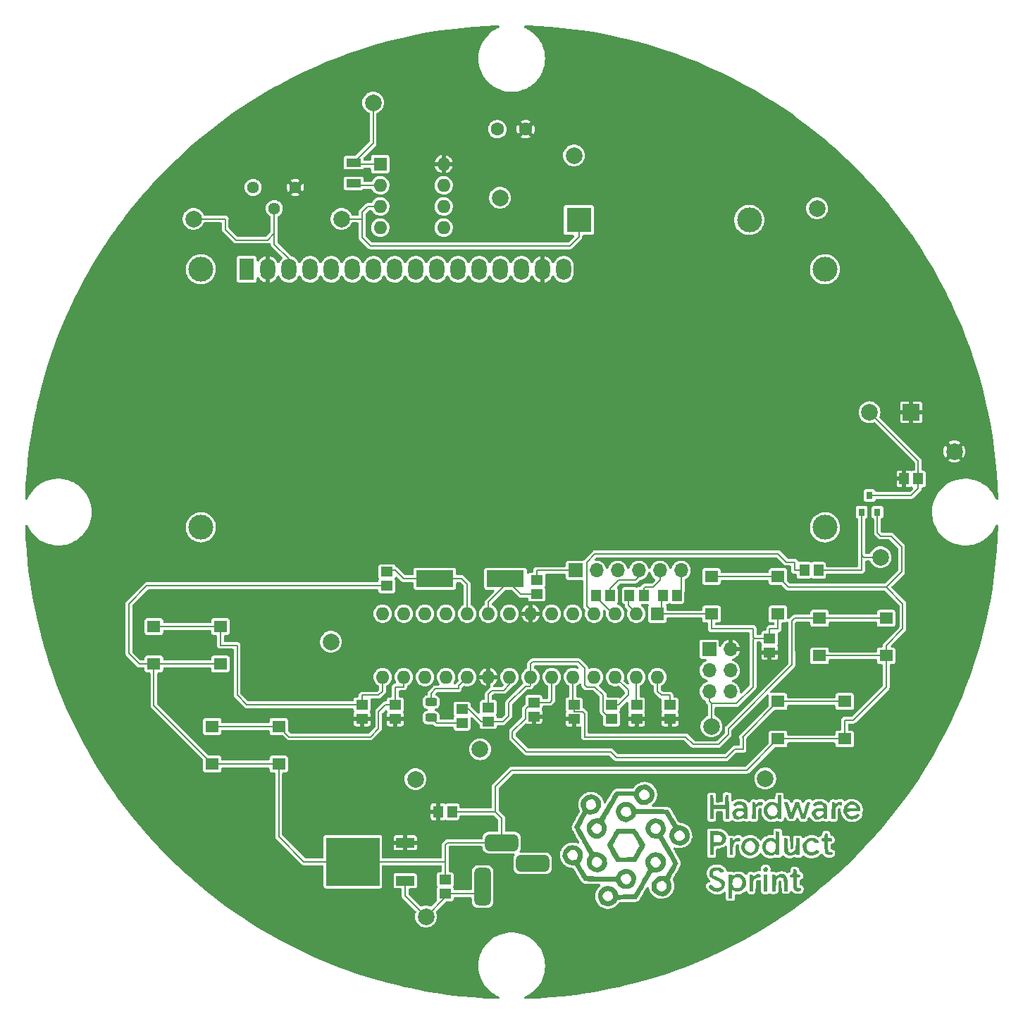
<source format=gbr>
%TF.GenerationSoftware,KiCad,Pcbnew,(6.0.5)*%
%TF.CreationDate,2022-07-21T09:59:54-05:00*%
%TF.ProjectId,First Round Clock,46697273-7420-4526-9f75-6e6420436c6f,rev?*%
%TF.SameCoordinates,PX3dc4fd0PYa381e90*%
%TF.FileFunction,Copper,L1,Top*%
%TF.FilePolarity,Positive*%
%FSLAX46Y46*%
G04 Gerber Fmt 4.6, Leading zero omitted, Abs format (unit mm)*
G04 Created by KiCad (PCBNEW (6.0.5)) date 2022-07-21 09:59:54*
%MOMM*%
%LPD*%
G01*
G04 APERTURE LIST*
G04 Aperture macros list*
%AMRoundRect*
0 Rectangle with rounded corners*
0 $1 Rounding radius*
0 $2 $3 $4 $5 $6 $7 $8 $9 X,Y pos of 4 corners*
0 Add a 4 corners polygon primitive as box body*
4,1,4,$2,$3,$4,$5,$6,$7,$8,$9,$2,$3,0*
0 Add four circle primitives for the rounded corners*
1,1,$1+$1,$2,$3*
1,1,$1+$1,$4,$5*
1,1,$1+$1,$6,$7*
1,1,$1+$1,$8,$9*
0 Add four rect primitives between the rounded corners*
20,1,$1+$1,$2,$3,$4,$5,0*
20,1,$1+$1,$4,$5,$6,$7,0*
20,1,$1+$1,$6,$7,$8,$9,0*
20,1,$1+$1,$8,$9,$2,$3,0*%
G04 Aperture macros list end*
%TA.AperFunction,SMDPad,CuDef*%
%ADD10R,1.400000X1.150000*%
%TD*%
%TA.AperFunction,SMDPad,CuDef*%
%ADD11R,1.600000X1.400000*%
%TD*%
%TA.AperFunction,SMDPad,CuDef*%
%ADD12R,4.500000X2.000000*%
%TD*%
%TA.AperFunction,SMDPad,CuDef*%
%ADD13R,1.800000X1.000000*%
%TD*%
%TA.AperFunction,ComponentPad*%
%ADD14C,2.000000*%
%TD*%
%TA.AperFunction,SMDPad,CuDef*%
%ADD15R,2.200000X1.200000*%
%TD*%
%TA.AperFunction,SMDPad,CuDef*%
%ADD16R,6.400000X5.800000*%
%TD*%
%TA.AperFunction,SMDPad,CuDef*%
%ADD17R,1.150000X1.400000*%
%TD*%
%TA.AperFunction,SMDPad,CuDef*%
%ADD18R,0.800000X0.900000*%
%TD*%
%TA.AperFunction,ComponentPad*%
%ADD19C,1.600000*%
%TD*%
%TA.AperFunction,SMDPad,CuDef*%
%ADD20RoundRect,0.243750X0.456250X-0.243750X0.456250X0.243750X-0.456250X0.243750X-0.456250X-0.243750X0*%
%TD*%
%TA.AperFunction,ComponentPad*%
%ADD21R,1.700000X1.700000*%
%TD*%
%TA.AperFunction,ComponentPad*%
%ADD22O,1.700000X1.700000*%
%TD*%
%TA.AperFunction,ComponentPad*%
%ADD23R,1.600000X1.600000*%
%TD*%
%TA.AperFunction,ComponentPad*%
%ADD24O,1.600000X1.600000*%
%TD*%
%TA.AperFunction,ComponentPad*%
%ADD25C,3.000000*%
%TD*%
%TA.AperFunction,ComponentPad*%
%ADD26R,1.800000X2.600000*%
%TD*%
%TA.AperFunction,ComponentPad*%
%ADD27O,1.800000X2.600000*%
%TD*%
%TA.AperFunction,ComponentPad*%
%ADD28RoundRect,0.500000X-0.500000X1.750000X-0.500000X-1.750000X0.500000X-1.750000X0.500000X1.750000X0*%
%TD*%
%TA.AperFunction,ComponentPad*%
%ADD29RoundRect,0.500000X-1.500000X-0.500000X1.500000X-0.500000X1.500000X0.500000X-1.500000X0.500000X0*%
%TD*%
%TA.AperFunction,ComponentPad*%
%ADD30R,2.000000X2.000000*%
%TD*%
%TA.AperFunction,ComponentPad*%
%ADD31R,3.000000X3.000000*%
%TD*%
%TA.AperFunction,ComponentPad*%
%ADD32C,1.440000*%
%TD*%
%TA.AperFunction,Conductor*%
%ADD33C,0.203200*%
%TD*%
G04 APERTURE END LIST*
%TO.C,G\u002A\u002A\u002A*%
G36*
X109662962Y33117578D02*
G01*
X110008702Y33109881D01*
X110256881Y33084265D01*
X110437460Y33036752D01*
X110508277Y33005331D01*
X110775011Y32807598D01*
X110945590Y32549012D01*
X111010628Y32254698D01*
X110960741Y31949782D01*
X110929947Y31876384D01*
X110762012Y31636385D01*
X110514021Y31470284D01*
X110171809Y31370434D01*
X109938370Y31340989D01*
X109486574Y31303112D01*
X109486574Y30231314D01*
X109037584Y30231314D01*
X109037584Y31770708D01*
X109486574Y31770708D01*
X109874338Y31770708D01*
X110109615Y31779546D01*
X110262588Y31814776D01*
X110378541Y31889476D01*
X110419540Y31928146D01*
X110550154Y32112446D01*
X110558043Y32295525D01*
X110444155Y32499537D01*
X110444039Y32499684D01*
X110356627Y32593075D01*
X110254427Y32644057D01*
X110097288Y32665078D01*
X109898837Y32668688D01*
X109486574Y32668688D01*
X109486574Y31770708D01*
X109037584Y31770708D01*
X109037584Y33117678D01*
X109662962Y33117578D01*
G37*
G36*
X118161700Y32271868D02*
G01*
X118370159Y32251769D01*
X118402230Y31492724D01*
X118418748Y31161445D01*
X118438142Y30934683D01*
X118464788Y30788680D01*
X118503064Y30699679D01*
X118557346Y30643923D01*
X118558808Y30642850D01*
X118768370Y30558514D01*
X118985816Y30599683D01*
X119176861Y30739512D01*
X119260261Y30828139D01*
X119314341Y30913210D01*
X119345447Y31024035D01*
X119359927Y31189922D01*
X119364125Y31440181D01*
X119364351Y31605421D01*
X119364351Y32283839D01*
X119813341Y32283839D01*
X119813341Y30231314D01*
X119620917Y30231314D01*
X119468150Y30259999D01*
X119428493Y30327526D01*
X119420355Y30398428D01*
X119377602Y30414507D01*
X119272727Y30372861D01*
X119124538Y30295456D01*
X118802213Y30185623D01*
X118481523Y30194025D01*
X118354529Y30233163D01*
X118225648Y30325744D01*
X118097908Y30477065D01*
X118082168Y30501698D01*
X118026520Y30610117D01*
X117989358Y30736948D01*
X117967152Y30909645D01*
X117956369Y31155663D01*
X117953480Y31502171D01*
X117953240Y32291967D01*
X118161700Y32271868D01*
G37*
G36*
X111507028Y27922223D02*
G01*
X111673769Y27900991D01*
X111731268Y27833782D01*
X111731523Y27826954D01*
X111750911Y27776121D01*
X111826637Y27794662D01*
X111939983Y27858785D01*
X112223170Y27964013D01*
X112543332Y27978966D01*
X112846422Y27903768D01*
X112937904Y27856517D01*
X113158872Y27651628D01*
X113309914Y27368662D01*
X113383927Y27041390D01*
X113373812Y26703578D01*
X113272466Y26388998D01*
X113253791Y26354333D01*
X113048938Y26101135D01*
X112784144Y25929720D01*
X112488902Y25848177D01*
X112192702Y25864589D01*
X111925038Y25987044D01*
X111922091Y25989211D01*
X111731523Y26130104D01*
X111731523Y25035860D01*
X111282533Y25035860D01*
X111282533Y26774772D01*
X111739368Y26774772D01*
X111773611Y26629084D01*
X111867532Y26488035D01*
X111890678Y26460092D01*
X112030013Y26322877D01*
X112177771Y26264593D01*
X112340866Y26254546D01*
X112541956Y26272577D01*
X112682160Y26345853D01*
X112784155Y26451892D01*
X112918848Y26692138D01*
X112955885Y26949880D01*
X112905749Y27197399D01*
X112778924Y27406971D01*
X112585894Y27550877D01*
X112349377Y27601516D01*
X112083274Y27547349D01*
X111888961Y27389652D01*
X111773467Y27135628D01*
X111748457Y26985485D01*
X111739368Y26774772D01*
X111282533Y26774772D01*
X111282533Y27922223D01*
X111507028Y27922223D01*
G37*
G36*
X115964856Y25869698D02*
G01*
X115515866Y25869698D01*
X115515866Y27922223D01*
X115964856Y27922223D01*
X115964856Y25869698D01*
G37*
G36*
X112878044Y31647560D02*
G01*
X113038689Y31951103D01*
X113292300Y32175155D01*
X113627317Y32307266D01*
X113802967Y32333520D01*
X114162077Y32308183D01*
X114467989Y32182321D01*
X114710501Y31976273D01*
X114879415Y31710376D01*
X114964529Y31404967D01*
X114955645Y31080385D01*
X114842561Y30756966D01*
X114699371Y30546216D01*
X114433706Y30324404D01*
X114107963Y30196278D01*
X113758437Y30170850D01*
X113463374Y30239233D01*
X113165961Y30422421D01*
X112955886Y30693297D01*
X112841362Y31038575D01*
X112828777Y31192947D01*
X113236091Y31192947D01*
X113314076Y30928592D01*
X113489483Y30717612D01*
X113550131Y30675580D01*
X113762457Y30574142D01*
X113953321Y30562961D01*
X114132621Y30614564D01*
X114276773Y30710745D01*
X114413618Y30864111D01*
X114428802Y30887165D01*
X114527139Y31142567D01*
X114524537Y31400842D01*
X114435756Y31635764D01*
X114275557Y31821111D01*
X114058700Y31930658D01*
X113834113Y31943722D01*
X113558797Y31860609D01*
X113369963Y31688267D01*
X113268357Y31474316D01*
X113236091Y31192947D01*
X112828777Y31192947D01*
X112821927Y31276977D01*
X112878044Y31647560D01*
G37*
G36*
X124857380Y36637865D02*
G01*
X124927378Y36592818D01*
X124944307Y36476899D01*
X124944654Y36424993D01*
X124936719Y36278808D01*
X124887030Y36226290D01*
X124756761Y36235099D01*
X124723135Y36240479D01*
X124561019Y36248205D01*
X124431437Y36192310D01*
X124306216Y36081026D01*
X124217599Y35987298D01*
X124160872Y35899560D01*
X124128925Y35787187D01*
X124114650Y35619553D01*
X124110936Y35366033D01*
X124110816Y35239278D01*
X124110816Y34592930D01*
X123658569Y34592930D01*
X123676233Y35603158D01*
X123683561Y35983361D01*
X123692058Y36254314D01*
X123704636Y36435040D01*
X123724204Y36544559D01*
X123753673Y36601892D01*
X123795955Y36626062D01*
X123833875Y36633313D01*
X123981232Y36597203D01*
X124045676Y36519038D01*
X124117499Y36384836D01*
X124283161Y36515146D01*
X124502401Y36619414D01*
X124696739Y36645456D01*
X124857380Y36637865D01*
G37*
G36*
X110106442Y28784451D02*
G01*
X110262978Y28763153D01*
X110378815Y28708862D01*
X110497737Y28606200D01*
X110559873Y28544212D01*
X110696569Y28401329D01*
X110752362Y28316870D01*
X110738109Y28259613D01*
X110676966Y28207470D01*
X110508973Y28125846D01*
X110368472Y28134326D01*
X110296847Y28211822D01*
X110187389Y28337839D01*
X110007231Y28400614D01*
X109797108Y28400461D01*
X109597754Y28337692D01*
X109449903Y28212619D01*
X109444953Y28205286D01*
X109387108Y28040305D01*
X109444301Y27889982D01*
X109620737Y27749474D01*
X109920623Y27613937D01*
X109975875Y27593961D01*
X110373884Y27413473D01*
X110659865Y27195191D01*
X110830051Y26944917D01*
X110880671Y26668453D01*
X110807957Y26371601D01*
X110792052Y26337512D01*
X110626872Y26123386D01*
X110380234Y25945583D01*
X110098687Y25831972D01*
X109903493Y25805557D01*
X109726403Y25834926D01*
X109509443Y25909034D01*
X109420505Y25949875D01*
X109236806Y26069634D01*
X109068886Y26224191D01*
X108941131Y26384510D01*
X108877931Y26521551D01*
X108884877Y26587626D01*
X108970372Y26656966D01*
X109060182Y26699830D01*
X109160987Y26712667D01*
X109264413Y26656241D01*
X109403574Y26511984D01*
X109411395Y26502911D01*
X109557376Y26350458D01*
X109685874Y26276992D01*
X109851144Y26255148D01*
X109903835Y26254546D01*
X110106420Y26272491D01*
X110240251Y26341749D01*
X110315757Y26423550D01*
X110407876Y26566058D01*
X110448590Y26679296D01*
X110448695Y26683031D01*
X110389386Y26824398D01*
X110225266Y26976356D01*
X109977045Y27123022D01*
X109749186Y27219612D01*
X109396570Y27373643D01*
X109158790Y27542623D01*
X109022407Y27740297D01*
X108973981Y27980412D01*
X108973442Y28013041D01*
X108990202Y28220338D01*
X109057930Y28381107D01*
X109193009Y28548544D01*
X109314447Y28673937D01*
X109418611Y28745577D01*
X109547678Y28778492D01*
X109743826Y28787711D01*
X109865424Y28788132D01*
X110106442Y28784451D01*
G37*
G36*
X115300285Y36637980D02*
G01*
X115370269Y36592729D01*
X115387219Y36475472D01*
X115387584Y36419739D01*
X115379170Y36271278D01*
X115335755Y36219630D01*
X115230077Y36233558D01*
X115225985Y36234580D01*
X115027743Y36236072D01*
X114818141Y36168370D01*
X114654921Y36053711D01*
X114615435Y35999461D01*
X114589137Y35888339D01*
X114568422Y35682850D01*
X114556036Y35416876D01*
X114553745Y35238561D01*
X114553745Y34592930D01*
X114101498Y34592930D01*
X114119162Y35603158D01*
X114126339Y35983121D01*
X114134502Y36253869D01*
X114146730Y36434455D01*
X114166101Y36543930D01*
X114195695Y36601345D01*
X114238591Y36625752D01*
X114285822Y36634494D01*
X114415910Y36615048D01*
X114469692Y36522247D01*
X114505416Y36419822D01*
X114559088Y36401651D01*
X114664032Y36467081D01*
X114728667Y36517173D01*
X114941560Y36618384D01*
X115139668Y36645456D01*
X115300285Y36637980D01*
G37*
G36*
X96838868Y31692834D02*
G01*
X96964358Y31935027D01*
X97116872Y32215677D01*
X97283039Y32511164D01*
X97449491Y32797868D01*
X97602857Y33052170D01*
X97729769Y33250449D01*
X97816858Y33369086D01*
X97838061Y33389297D01*
X97937629Y33412491D01*
X98137534Y33428578D01*
X98411007Y33437920D01*
X98731276Y33440879D01*
X99071572Y33437817D01*
X99405124Y33429098D01*
X99705161Y33415083D01*
X99944914Y33396135D01*
X100097612Y33372617D01*
X100134366Y33358208D01*
X100199402Y33277420D01*
X100314346Y33105502D01*
X100466157Y32863104D01*
X100641796Y32570872D01*
X100765911Y32358173D01*
X101296357Y31438314D01*
X101162229Y31171557D01*
X101077869Y31013968D01*
X100944986Y30777489D01*
X100781250Y30493117D01*
X100604331Y30191848D01*
X100589678Y30167173D01*
X100151255Y29429546D01*
X99030152Y29413673D01*
X98660371Y29411164D01*
X98333207Y29414093D01*
X98071063Y29421847D01*
X97896344Y29433815D01*
X97833974Y29446375D01*
X97766935Y29525027D01*
X97654725Y29693410D01*
X97510714Y29927806D01*
X97348271Y30204498D01*
X97180765Y30499768D01*
X97021567Y30789898D01*
X96884045Y31051169D01*
X96781568Y31259865D01*
X96727507Y31392267D01*
X96722432Y31418296D01*
X96723549Y31421661D01*
X97365839Y31421661D01*
X97397087Y31339631D01*
X97485178Y31169502D01*
X97618547Y30931697D01*
X97785629Y30646636D01*
X97974859Y30334743D01*
X98049016Y30215279D01*
X98199294Y29974749D01*
X98958245Y29974749D01*
X99291950Y29977401D01*
X99521125Y29987432D01*
X99669454Y30007949D01*
X99760617Y30042062D01*
X99813397Y30086996D01*
X99897352Y30201930D01*
X100017219Y30386872D01*
X100156710Y30614053D01*
X100299538Y30855707D01*
X100429418Y31084066D01*
X100530062Y31271361D01*
X100585182Y31389826D01*
X100590838Y31412466D01*
X100558170Y31498446D01*
X100472626Y31664715D01*
X100350597Y31883586D01*
X100208474Y32127372D01*
X100062648Y32368385D01*
X99929509Y32578940D01*
X99825448Y32731348D01*
X99773195Y32793613D01*
X99661202Y32827471D01*
X99429644Y32846423D01*
X99086430Y32849968D01*
X98928421Y32847172D01*
X98170029Y32829041D01*
X97768931Y32155557D01*
X97614155Y31891237D01*
X97486777Y31665269D01*
X97399718Y31501179D01*
X97365897Y31422489D01*
X97365839Y31421661D01*
X96723549Y31421661D01*
X96753769Y31512717D01*
X96838868Y31692834D01*
G37*
G36*
X102191418Y27156002D02*
G01*
X102433602Y27427793D01*
X102517087Y27498504D01*
X102659268Y27603407D01*
X102790879Y27664225D01*
X102956218Y27693602D01*
X103199584Y27704178D01*
X103240109Y27704844D01*
X103716707Y27711959D01*
X104168340Y28472161D01*
X104353871Y28790363D01*
X104477614Y29019653D01*
X104547725Y29178657D01*
X104572360Y29285999D01*
X104559676Y29360306D01*
X104558427Y29363025D01*
X104509811Y29453174D01*
X104405873Y29637117D01*
X104256283Y29898046D01*
X104070709Y30219153D01*
X103858819Y30583628D01*
X103693907Y30866004D01*
X102890933Y32238320D01*
X102501490Y32248318D01*
X102242673Y32268484D01*
X102048694Y32325524D01*
X101857383Y32438277D01*
X101844290Y32447466D01*
X101563905Y32715863D01*
X101388572Y33035707D01*
X101318723Y33384204D01*
X101326709Y33462662D01*
X101917887Y33462662D01*
X101956438Y33190271D01*
X102082327Y32995550D01*
X102224171Y32893785D01*
X102440352Y32829458D01*
X102684316Y32837227D01*
X102893198Y32913124D01*
X102927738Y32938185D01*
X103061213Y33114375D01*
X103145458Y33348994D01*
X103156749Y33574749D01*
X103155200Y33583423D01*
X103084077Y33740833D01*
X102952318Y33901197D01*
X102923636Y33926864D01*
X102693167Y34049043D01*
X102449599Y34064259D01*
X102222300Y33986066D01*
X102040634Y33828018D01*
X101933969Y33603668D01*
X101917887Y33462662D01*
X101326709Y33462662D01*
X101354793Y33738558D01*
X101497217Y34075975D01*
X101746430Y34373661D01*
X101806624Y34424435D01*
X102104697Y34586129D01*
X102447807Y34652385D01*
X102802625Y34627365D01*
X103135823Y34515235D01*
X103414071Y34320158D01*
X103508522Y34211812D01*
X103690364Y33867598D01*
X103760455Y33495920D01*
X103717821Y33124940D01*
X103561492Y32782821D01*
X103557994Y32777636D01*
X103405535Y32552974D01*
X104328324Y30959190D01*
X104565751Y30545480D01*
X104780622Y30164081D01*
X104964759Y29830075D01*
X105109980Y29558546D01*
X105208107Y29364577D01*
X105250959Y29263249D01*
X105252176Y29255715D01*
X105221179Y29165098D01*
X105134900Y28986214D01*
X105004552Y28740496D01*
X104841347Y28449381D01*
X104732131Y28261523D01*
X104537185Y27928539D01*
X104400301Y27685976D01*
X104313460Y27514304D01*
X104268643Y27393992D01*
X104257828Y27305509D01*
X104272996Y27229323D01*
X104289914Y27184597D01*
X104418701Y26801935D01*
X104460743Y26480966D01*
X104424680Y26209357D01*
X104269935Y25860573D01*
X104027910Y25587640D01*
X103721530Y25400743D01*
X103373718Y25310070D01*
X103007399Y25325806D01*
X102685997Y25436743D01*
X102442808Y25604435D01*
X102230438Y25827309D01*
X102208450Y25857667D01*
X102088099Y26058571D01*
X102030809Y26249928D01*
X102016237Y26499600D01*
X102019781Y26530318D01*
X102623442Y26530318D01*
X102674470Y26255413D01*
X102810416Y26045671D01*
X103005576Y25912886D01*
X103234248Y25868851D01*
X103470727Y25925360D01*
X103654639Y26057188D01*
X103801486Y26279670D01*
X103845517Y26524236D01*
X103797731Y26762331D01*
X103669124Y26965401D01*
X103470693Y27104890D01*
X103232786Y27152526D01*
X102978078Y27094148D01*
X102774822Y26937321D01*
X102649912Y26709506D01*
X102623442Y26530318D01*
X102019781Y26530318D01*
X102057454Y26856890D01*
X102191418Y27156002D01*
G37*
G36*
X115634328Y36110917D02*
G01*
X115810542Y36376909D01*
X116050047Y36560129D01*
X116332830Y36647730D01*
X116637520Y36648806D01*
X116912082Y36565558D01*
X116986436Y36520507D01*
X117178275Y36383906D01*
X117196944Y36915565D01*
X117215614Y37447223D01*
X117600462Y37447223D01*
X117617725Y36020077D01*
X117634987Y34592930D01*
X117409265Y34592930D01*
X117242040Y34613926D01*
X117183869Y34680504D01*
X117183543Y34688200D01*
X117164156Y34739033D01*
X117088429Y34720492D01*
X116975084Y34656369D01*
X116695387Y34552227D01*
X116378138Y34535530D01*
X116078701Y34606365D01*
X115983479Y34654795D01*
X115746320Y34868415D01*
X115593815Y35149165D01*
X115524974Y35468717D01*
X115530504Y35600652D01*
X115954522Y35600652D01*
X115993412Y35354216D01*
X116110472Y35138808D01*
X116295428Y34982805D01*
X116538006Y34914581D01*
X116572181Y34913637D01*
X116817703Y34965200D01*
X116959355Y35068467D01*
X117118407Y35299935D01*
X117179118Y35553975D01*
X117150483Y35803698D01*
X117041494Y36022215D01*
X116861144Y36182638D01*
X116618429Y36258078D01*
X116560616Y36260607D01*
X116345733Y36216512D01*
X116152347Y36073117D01*
X116004075Y35849744D01*
X115954522Y35600652D01*
X115530504Y35600652D01*
X115538808Y35798743D01*
X115634328Y36110917D01*
G37*
G36*
X115411200Y31689274D02*
G01*
X115575080Y31991253D01*
X115824944Y32203374D01*
X116154223Y32318082D01*
X116230130Y32328791D01*
X116448061Y32331956D01*
X116628966Y32270619D01*
X116750589Y32195388D01*
X116991119Y32031140D01*
X116991119Y33125806D01*
X117199579Y33105706D01*
X117408038Y33085607D01*
X117408038Y30263385D01*
X117199579Y30243286D01*
X117048499Y30246166D01*
X116993030Y30301316D01*
X116991119Y30323462D01*
X116974885Y30406796D01*
X116912185Y30406052D01*
X116782018Y30318772D01*
X116752056Y30295456D01*
X116529201Y30193680D01*
X116250811Y30171918D01*
X115961985Y30230632D01*
X115835573Y30286097D01*
X115571076Y30494406D01*
X115404645Y30783488D01*
X115338422Y31148938D01*
X115339237Y31236607D01*
X115773858Y31236607D01*
X115788200Y31020906D01*
X115849182Y30869276D01*
X115959922Y30739512D01*
X116179853Y30587676D01*
X116417966Y30560598D01*
X116661110Y30643423D01*
X116854094Y30808969D01*
X116964828Y31041409D01*
X116987560Y31304660D01*
X116916539Y31562637D01*
X116829032Y31696930D01*
X116612848Y31876757D01*
X116382697Y31943497D01*
X116161199Y31907019D01*
X115970975Y31777192D01*
X115834644Y31563882D01*
X115774828Y31276958D01*
X115773858Y31236607D01*
X115339237Y31236607D01*
X115339873Y31304992D01*
X115411200Y31689274D01*
G37*
G36*
X117921127Y27946820D02*
G01*
X118103400Y27854641D01*
X118234496Y27712210D01*
X118323758Y27513611D01*
X118375451Y27239809D01*
X118393838Y26871767D01*
X118390017Y26575254D01*
X118370159Y25901769D01*
X117985311Y25901769D01*
X117953240Y26660813D01*
X117936722Y26992092D01*
X117917328Y27218855D01*
X117890682Y27364857D01*
X117852406Y27453858D01*
X117798124Y27509615D01*
X117796663Y27510687D01*
X117583836Y27593062D01*
X117348717Y27571784D01*
X117174614Y27479132D01*
X117108125Y27415598D01*
X117062605Y27335125D01*
X117032447Y27211742D01*
X117012044Y27019477D01*
X116995787Y26732359D01*
X116991119Y26629259D01*
X116959048Y25901769D01*
X116750589Y25881669D01*
X116542129Y25861570D01*
X116542129Y27922223D01*
X116734553Y27922223D01*
X116887320Y27893538D01*
X116926978Y27826011D01*
X116943754Y27745408D01*
X117007898Y27748441D01*
X117140137Y27837893D01*
X117166041Y27858082D01*
X117384875Y27959630D01*
X117654857Y27989142D01*
X117921127Y27946820D01*
G37*
G36*
X93396184Y27997237D02*
G01*
X93313409Y28138637D01*
X92822820Y28980557D01*
X92477986Y29018672D01*
X92198971Y29063118D01*
X91992980Y29140472D01*
X91809363Y29276989D01*
X91637317Y29454426D01*
X91431297Y29769226D01*
X91338856Y30114364D01*
X91350135Y30337433D01*
X91922979Y30337433D01*
X91932086Y30111431D01*
X92048744Y29882127D01*
X92048968Y29881842D01*
X92271858Y29678762D01*
X92520730Y29600813D01*
X92792111Y29648815D01*
X92875231Y29686776D01*
X93080661Y29856263D01*
X93188662Y30082266D01*
X93195061Y30333217D01*
X93095689Y30577545D01*
X93007164Y30685238D01*
X92790870Y30831121D01*
X92562153Y30873110D01*
X92341010Y30827971D01*
X92147436Y30712468D01*
X92001427Y30543367D01*
X91922979Y30337433D01*
X91350135Y30337433D01*
X91356700Y30467281D01*
X91481539Y30805423D01*
X91710079Y31106231D01*
X91901342Y31263361D01*
X92060264Y31353193D01*
X92234460Y31400644D01*
X92472980Y31417242D01*
X92559051Y31417930D01*
X92812094Y31410042D01*
X92990078Y31376772D01*
X93145756Y31303712D01*
X93263593Y31225506D01*
X93556578Y30951703D01*
X93732603Y30632552D01*
X93790818Y30277255D01*
X93730370Y29895015D01*
X93550406Y29495035D01*
X93439599Y29324843D01*
X93419713Y29263542D01*
X93436970Y29168511D01*
X93499175Y29021709D01*
X93614132Y28805097D01*
X93789646Y28500634D01*
X93814207Y28458934D01*
X94263233Y27697728D01*
X96004136Y27680665D01*
X97745039Y27663603D01*
X97874558Y27917480D01*
X98098476Y28228817D01*
X98390897Y28447773D01*
X98727595Y28569619D01*
X99084347Y28589627D01*
X99436928Y28503069D01*
X99761114Y28305215D01*
X99779546Y28289339D01*
X100025961Y28004727D01*
X100157230Y27675797D01*
X100186068Y27383257D01*
X100130337Y26991716D01*
X99969954Y26658715D01*
X99715137Y26400670D01*
X99498608Y26278717D01*
X99248969Y26214382D01*
X98948770Y26196497D01*
X98654881Y26224084D01*
X98424172Y26296167D01*
X98422180Y26297213D01*
X98158477Y26466582D01*
X97972939Y26670044D01*
X97868849Y26847855D01*
X97746088Y27088385D01*
X95863073Y27088385D01*
X95315141Y27089067D01*
X94881504Y27091605D01*
X94548179Y27096738D01*
X94301183Y27105205D01*
X94126533Y27117746D01*
X94010245Y27135099D01*
X93938338Y27158003D01*
X93896826Y27187196D01*
X93892028Y27192551D01*
X93829752Y27282961D01*
X93717215Y27462153D01*
X93691771Y27504060D01*
X98351994Y27504060D01*
X98354299Y27275592D01*
X98451831Y27046610D01*
X98620174Y26862875D01*
X98727400Y26800488D01*
X98990111Y26740842D01*
X99227723Y26803226D01*
X99432407Y26967297D01*
X99582521Y27204384D01*
X99608146Y27452596D01*
X99509523Y27693930D01*
X99421305Y27798874D01*
X99192825Y27949151D01*
X98942419Y27990908D01*
X98700617Y27932564D01*
X98497949Y27782535D01*
X98364943Y27549238D01*
X98351994Y27504060D01*
X93691771Y27504060D01*
X93568123Y27707716D01*
X93396184Y27997237D01*
G37*
G36*
X112605868Y32302087D02*
G01*
X112665861Y32211856D01*
X112681399Y32111120D01*
X112686738Y31986949D01*
X112649968Y31924154D01*
X112539325Y31897465D01*
X112399217Y31886625D01*
X112179591Y31851944D01*
X112021669Y31769155D01*
X111915061Y31620429D01*
X111849376Y31387938D01*
X111814225Y31053855D01*
X111805689Y30868212D01*
X111783643Y30231314D01*
X111410816Y30231314D01*
X111410816Y32283839D01*
X111603240Y32283839D01*
X111744436Y32263406D01*
X111793888Y32188104D01*
X111795664Y32157490D01*
X111803586Y32085391D01*
X111846102Y32077335D01*
X111951339Y32137476D01*
X112033619Y32192620D01*
X112289185Y32316573D01*
X112466574Y32335006D01*
X112605868Y32302087D01*
G37*
G36*
X111879538Y35606132D02*
G01*
X111928331Y35655299D01*
X112037178Y35750378D01*
X112142681Y35806639D01*
X112282631Y35834174D01*
X112494822Y35843073D01*
X112633901Y35843688D01*
X112891511Y35847412D01*
X113045678Y35862067D01*
X113121112Y35892879D01*
X113142526Y35945076D01*
X113142648Y35951280D01*
X113095540Y36061406D01*
X112980694Y36186167D01*
X112966245Y36197918D01*
X112795871Y36294759D01*
X112600876Y36310342D01*
X112540501Y36303705D01*
X112352695Y36257912D01*
X112210761Y36187883D01*
X112194562Y36173862D01*
X112110906Y36112905D01*
X112021088Y36131424D01*
X111944190Y36178043D01*
X111790402Y36278809D01*
X111933174Y36430782D01*
X112164305Y36590910D01*
X112461190Y36675996D01*
X112783834Y36683621D01*
X113092242Y36611364D01*
X113277948Y36512166D01*
X113405287Y36388296D01*
X113495392Y36213749D01*
X113553149Y35968845D01*
X113583444Y35633910D01*
X113591266Y35250380D01*
X113591624Y34592930D01*
X113367129Y34592930D01*
X113200388Y34614163D01*
X113142889Y34681372D01*
X113142634Y34688200D01*
X113123247Y34739033D01*
X113047520Y34720492D01*
X112934175Y34656369D01*
X112679140Y34559327D01*
X112389380Y34535719D01*
X112123990Y34588115D01*
X112059290Y34618299D01*
X111862478Y34797569D01*
X111752894Y35058610D01*
X111733796Y35238380D01*
X111736833Y35257800D01*
X112196094Y35257800D01*
X112222607Y35080934D01*
X112353410Y34943202D01*
X112372937Y34932682D01*
X112571907Y34883340D01*
X112789715Y34938079D01*
X112929310Y35014819D01*
X113071138Y35151229D01*
X113122816Y35304813D01*
X113075442Y35439623D01*
X113042023Y35469987D01*
X112866021Y35539785D01*
X112643461Y35554737D01*
X112429856Y35517610D01*
X112281512Y35432058D01*
X112196094Y35257800D01*
X111736833Y35257800D01*
X111764555Y35435038D01*
X111879538Y35606132D01*
G37*
G36*
X118310587Y36637271D02*
G01*
X118360868Y36602467D01*
X118408977Y36525345D01*
X118462920Y36389524D01*
X118530705Y36178621D01*
X118620336Y35876254D01*
X118727886Y35506945D01*
X118783671Y35342618D01*
X118831822Y35245539D01*
X118846027Y35234344D01*
X118878956Y35291798D01*
X118939459Y35447952D01*
X119018714Y35678493D01*
X119102000Y35939900D01*
X119319329Y36645456D01*
X119530479Y36645456D01*
X119685438Y36629620D01*
X119774846Y36591182D01*
X119777151Y36587979D01*
X119809593Y36506726D01*
X119870593Y36329986D01*
X119951026Y36084896D01*
X120030300Y35835290D01*
X120247927Y35140078D01*
X120387196Y35620166D01*
X120494683Y35989514D01*
X120574908Y36253865D01*
X120636877Y36431270D01*
X120689593Y36539781D01*
X120742061Y36597450D01*
X120803285Y36622330D01*
X120882271Y36632472D01*
X120892650Y36633484D01*
X121051189Y36625419D01*
X121097030Y36569343D01*
X121078680Y36481526D01*
X121027519Y36294965D01*
X120950319Y36032935D01*
X120853853Y35718714D01*
X120797244Y35539016D01*
X120496598Y34592930D01*
X120011274Y34592930D01*
X119809984Y35250380D01*
X119722810Y35525151D01*
X119644418Y35754283D01*
X119584737Y35909758D01*
X119557930Y35961498D01*
X119520251Y35926088D01*
X119455916Y35789591D01*
X119374148Y35574080D01*
X119289915Y35320084D01*
X119072665Y34625001D01*
X118833144Y34605063D01*
X118645393Y34612496D01*
X118565050Y34669204D01*
X118498231Y34869838D01*
X118412948Y35131681D01*
X118317095Y35429790D01*
X118218565Y35739219D01*
X118125253Y36035026D01*
X118045052Y36292264D01*
X117985855Y36485990D01*
X117955557Y36591260D01*
X117953240Y36602547D01*
X118009573Y36631242D01*
X118147579Y36645198D01*
X118171488Y36645456D01*
X118250129Y36646140D01*
X118310587Y36637271D01*
G37*
G36*
X115043725Y27978863D02*
G01*
X115113712Y27933661D01*
X115130657Y27816716D01*
X115131018Y27761870D01*
X115124346Y27622000D01*
X115080594Y27557117D01*
X114964162Y27538414D01*
X114853562Y27537375D01*
X114634129Y27513622D01*
X114477916Y27427775D01*
X114426150Y27377754D01*
X114357143Y27290934D01*
X114310595Y27186449D01*
X114280269Y27035398D01*
X114259929Y26808879D01*
X114246208Y26543915D01*
X114216223Y25869698D01*
X113848190Y25869698D01*
X113848190Y27922223D01*
X114040614Y27922223D01*
X114193381Y27893538D01*
X114233038Y27826011D01*
X114249814Y27745408D01*
X114313959Y27748441D01*
X114446197Y27837893D01*
X114472102Y27858082D01*
X114684995Y27959293D01*
X114883102Y27986365D01*
X115043725Y27978863D01*
G37*
G36*
X94276965Y33835616D02*
G01*
X94437513Y34166924D01*
X94691164Y34421384D01*
X95026520Y34588068D01*
X95432185Y34656051D01*
X95492081Y34657072D01*
X95805243Y34657072D01*
X96664722Y36136133D01*
X96899606Y36538701D01*
X97118930Y36911506D01*
X97312831Y37238031D01*
X97432555Y37437089D01*
X100534201Y37437089D01*
X100587853Y37210010D01*
X100685738Y37074558D01*
X100941528Y36910462D01*
X101199445Y36871785D01*
X101447490Y36958224D01*
X101613215Y37097747D01*
X101763225Y37338092D01*
X101788700Y37587511D01*
X101689868Y37828935D01*
X101602114Y37933218D01*
X101372975Y38080001D01*
X101105207Y38126316D01*
X100844326Y38065059D01*
X100823930Y38054665D01*
X100658184Y37901577D01*
X100559627Y37681665D01*
X100534201Y37437089D01*
X97432555Y37437089D01*
X97471448Y37501754D01*
X97584919Y37686158D01*
X97641103Y37771739D01*
X97686648Y37828175D01*
X97739259Y37869100D01*
X97818570Y37897004D01*
X97944214Y37914382D01*
X98135826Y37923725D01*
X98413038Y37927527D01*
X98795486Y37928280D01*
X98874178Y37928284D01*
X99990350Y37928284D01*
X100088142Y38117392D01*
X100282405Y38366642D01*
X100561420Y38565343D01*
X100885606Y38694531D01*
X101215380Y38735239D01*
X101347964Y38721025D01*
X101729421Y38585408D01*
X102052687Y38342815D01*
X102297057Y38008954D01*
X102303953Y37995759D01*
X102384119Y37719458D01*
X102383435Y37394428D01*
X102305479Y37068524D01*
X102221234Y36889266D01*
X102016387Y36641571D01*
X101736476Y36436998D01*
X101425375Y36301676D01*
X101165606Y36260607D01*
X100809594Y36321429D01*
X100476068Y36490867D01*
X100193158Y36749376D01*
X99988992Y37077414D01*
X99988558Y37078410D01*
X99869920Y37351011D01*
X98083140Y37351011D01*
X97283817Y35988006D01*
X97058324Y35602892D01*
X96851206Y35248015D01*
X96672386Y34940471D01*
X96531787Y34697353D01*
X96439332Y34535755D01*
X96408568Y34480284D01*
X96372346Y34373294D01*
X96392548Y34257025D01*
X96478244Y34087370D01*
X96495467Y34057730D01*
X96633142Y33707102D01*
X96659076Y33340963D01*
X96579316Y32986825D01*
X96399908Y32672197D01*
X96138092Y32431902D01*
X95883423Y32314126D01*
X95576618Y32244853D01*
X95269795Y32230817D01*
X95015071Y32278752D01*
X94999925Y32284861D01*
X94648480Y32495037D01*
X94397898Y32780788D01*
X94254443Y33132841D01*
X94227983Y33373991D01*
X94803003Y33373991D01*
X94902894Y33147086D01*
X95016271Y33015052D01*
X95212651Y32857227D01*
X95399418Y32798551D01*
X95439604Y32796971D01*
X95629111Y32837937D01*
X95820431Y32974032D01*
X95862937Y33015052D01*
X96035109Y33245713D01*
X96080033Y33471618D01*
X95998047Y33701374D01*
X95895158Y33836799D01*
X95743962Y33977151D01*
X95587625Y34035866D01*
X95439604Y34044813D01*
X95239861Y34024920D01*
X95092150Y33944802D01*
X94984050Y33836799D01*
X94830167Y33601026D01*
X94803003Y33373991D01*
X94227983Y33373991D01*
X94220917Y33438385D01*
X94276965Y33835616D01*
G37*
G36*
X125304256Y36282693D02*
G01*
X125548798Y36508307D01*
X125647765Y36565279D01*
X125956209Y36682495D01*
X126237268Y36694475D01*
X126536076Y36601802D01*
X126588225Y36577459D01*
X126816555Y36409969D01*
X126995664Y36172189D01*
X127100416Y35905982D01*
X127113930Y35701887D01*
X127093392Y35522981D01*
X126307659Y35504971D01*
X125943514Y35492414D01*
X125697082Y35469554D01*
X125557837Y35429285D01*
X125515248Y35364500D01*
X125558787Y35268090D01*
X125677925Y35132949D01*
X125709417Y35101128D01*
X125940936Y34948456D01*
X126201794Y34919023D01*
X126483724Y35013419D01*
X126533705Y35042160D01*
X126725475Y35141970D01*
X126864772Y35162214D01*
X126994548Y35109058D01*
X126995499Y35108458D01*
X127045029Y35053551D01*
X127014354Y34975263D01*
X126931357Y34878851D01*
X126769360Y34733178D01*
X126600980Y34619690D01*
X126599481Y34618907D01*
X126364864Y34549661D01*
X126076086Y34536670D01*
X125794264Y34579905D01*
X125682281Y34619334D01*
X125401852Y34806497D01*
X125207793Y35063533D01*
X125100554Y35365057D01*
X125080584Y35685683D01*
X125126879Y35900475D01*
X125551423Y35900475D01*
X125555109Y35873961D01*
X125636022Y35842052D01*
X125804520Y35825377D01*
X126023364Y35822576D01*
X126255312Y35832292D01*
X126463126Y35853167D01*
X126609565Y35883843D01*
X126657383Y35914155D01*
X126637820Y36037852D01*
X126524088Y36162072D01*
X126347579Y36261032D01*
X126181817Y36304749D01*
X125997561Y36316388D01*
X125867423Y36273953D01*
X125727282Y36155046D01*
X125713223Y36141064D01*
X125600876Y36006339D01*
X125551423Y35900475D01*
X125126879Y35900475D01*
X125148335Y36000024D01*
X125304256Y36282693D01*
G37*
G36*
X111108603Y37467139D02*
G01*
X111314604Y37447223D01*
X111331866Y36020077D01*
X111349129Y34592930D01*
X110897685Y34592930D01*
X110897685Y35811617D01*
X109486574Y35811617D01*
X109486574Y34592930D01*
X109035129Y34592930D01*
X109052392Y36020077D01*
X109069654Y37447223D01*
X109454503Y37447223D01*
X109472974Y36851770D01*
X109491444Y36256316D01*
X110865614Y36292678D01*
X110884108Y36889866D01*
X110902601Y37487055D01*
X111108603Y37467139D01*
G37*
G36*
X121672036Y32282072D02*
G01*
X121896746Y32141128D01*
X121925064Y32117803D01*
X122078732Y31955879D01*
X122110496Y31828900D01*
X122020713Y31732980D01*
X121963041Y31706933D01*
X121835737Y31682171D01*
X121722233Y31735194D01*
X121637458Y31812524D01*
X121506398Y31919864D01*
X121370231Y31955115D01*
X121203641Y31942819D01*
X120941179Y31851708D01*
X120754084Y31673969D01*
X120652813Y31433624D01*
X120647823Y31154692D01*
X120740367Y30878578D01*
X120903363Y30688008D01*
X121127007Y30588203D01*
X121377008Y30583654D01*
X121619072Y30678855D01*
X121711873Y30751291D01*
X121840335Y30836617D01*
X121978437Y30825748D01*
X122016544Y30812266D01*
X122145962Y30746904D01*
X122173000Y30671043D01*
X122097182Y30559199D01*
X122010185Y30471890D01*
X121709438Y30268767D01*
X121363687Y30173766D01*
X121004851Y30192565D01*
X120804353Y30257394D01*
X120562640Y30419817D01*
X120360306Y30658487D01*
X120236373Y30925087D01*
X120224912Y30974891D01*
X120204206Y31366603D01*
X120287944Y31713943D01*
X120465107Y32000165D01*
X120724678Y32208525D01*
X121055638Y32322275D01*
X121117096Y32330875D01*
X121428141Y32341105D01*
X121672036Y32282072D01*
G37*
G36*
X123137638Y32849849D02*
G01*
X123195281Y32792349D01*
X123220058Y32653046D01*
X123225184Y32588511D01*
X123244610Y32416879D01*
X123292590Y32334832D01*
X123403437Y32303803D01*
X123485437Y32296003D01*
X123643882Y32272303D01*
X123711555Y32215742D01*
X123725965Y32094419D01*
X123725967Y32091415D01*
X123712179Y31968619D01*
X123645809Y31911166D01*
X123489350Y31887153D01*
X123485437Y31886828D01*
X123244907Y31866920D01*
X123225923Y31470339D01*
X123224557Y31217323D01*
X123241020Y30982528D01*
X123261704Y30860996D01*
X123315030Y30717276D01*
X123406359Y30651505D01*
X123557153Y30628096D01*
X123713960Y30605552D01*
X123776530Y30554162D01*
X123778906Y30444257D01*
X123777938Y30435671D01*
X123752202Y30328552D01*
X123683083Y30273906D01*
X123533925Y30249366D01*
X123464263Y30244280D01*
X123224476Y30252606D01*
X123051911Y30323356D01*
X123015273Y30350627D01*
X122945838Y30416523D01*
X122898817Y30498473D01*
X122868075Y30623367D01*
X122847477Y30818093D01*
X122830890Y31109539D01*
X122827988Y31171500D01*
X122795917Y31866920D01*
X122619528Y31887216D01*
X122490479Y31924972D01*
X122445903Y32025461D01*
X122443139Y32091415D01*
X122465111Y32228490D01*
X122556574Y32285489D01*
X122619528Y32295614D01*
X122732471Y32323046D01*
X122788421Y32396307D01*
X122812963Y32553611D01*
X122815640Y32588511D01*
X122835694Y32760000D01*
X122880427Y32838788D01*
X122976556Y32860441D01*
X123020412Y32861112D01*
X123137638Y32849849D01*
G37*
G36*
X119357121Y28539558D02*
G01*
X119456505Y28450237D01*
X119491322Y28270048D01*
X119492634Y28203997D01*
X119497789Y28029390D01*
X119532018Y27947731D01*
X119623471Y27923690D01*
X119717129Y27922223D01*
X119868946Y27910243D01*
X119931097Y27856330D01*
X119941624Y27761870D01*
X119924851Y27653429D01*
X119849373Y27609036D01*
X119717129Y27601516D01*
X119492634Y27601516D01*
X119492634Y27000027D01*
X119501227Y26664937D01*
X119532289Y26441320D01*
X119593747Y26313191D01*
X119693526Y26264567D01*
X119839553Y26279463D01*
X119848813Y26281739D01*
X119960220Y26299037D01*
X119999474Y26251471D01*
X119993964Y26112513D01*
X119969747Y25976220D01*
X119905747Y25912626D01*
X119761984Y25889024D01*
X119717129Y25886039D01*
X119517643Y25894219D01*
X119354173Y25934530D01*
X119332281Y25945525D01*
X119209450Y26031786D01*
X119127482Y26137016D01*
X119078294Y26287620D01*
X119053799Y26510002D01*
X119045913Y26830566D01*
X119045684Y26881529D01*
X119043644Y27540582D01*
X118851220Y27579067D01*
X118708125Y27633549D01*
X118659890Y27737275D01*
X118658796Y27765627D01*
X118691101Y27881503D01*
X118810177Y27930684D01*
X118835185Y27933998D01*
X118943097Y27958505D01*
X118998835Y28023577D01*
X119024157Y28165301D01*
X119031123Y28258966D01*
X119052807Y28448606D01*
X119095077Y28540159D01*
X119170195Y28563637D01*
X119357121Y28539558D01*
G37*
G36*
X95675644Y25843233D02*
G01*
X95803204Y26045102D01*
X96076883Y26319472D01*
X96373132Y26479689D01*
X96719766Y26539778D01*
X96786952Y26541045D01*
X97187509Y26485829D01*
X97521828Y26320802D01*
X97788418Y26046899D01*
X97912653Y25836003D01*
X98086129Y25481429D01*
X98990482Y25499175D01*
X99894834Y25516920D01*
X100745197Y26960102D01*
X100974021Y27351768D01*
X101179608Y27710033D01*
X101353284Y28019259D01*
X101486374Y28263811D01*
X101570206Y28428051D01*
X101596370Y28494445D01*
X101557805Y28616106D01*
X101510050Y28686870D01*
X101358439Y28953964D01*
X101292188Y29279594D01*
X101303683Y29451896D01*
X101886780Y29451896D01*
X101891399Y29324649D01*
X101959058Y29160722D01*
X101963069Y29152514D01*
X102136974Y28910860D01*
X102358465Y28785103D01*
X102615464Y28779479D01*
X102817150Y28852938D01*
X103022251Y29011577D01*
X103121898Y29231230D01*
X103136574Y29395516D01*
X103078742Y29662986D01*
X102914777Y29867467D01*
X102690918Y29981328D01*
X102417105Y30003927D01*
X102176245Y29910056D01*
X101991593Y29711158D01*
X101941981Y29612773D01*
X101886780Y29451896D01*
X101303683Y29451896D01*
X101315115Y29623263D01*
X101397703Y29878536D01*
X101603664Y30193884D01*
X101873838Y30418711D01*
X102186581Y30554388D01*
X102520252Y30602282D01*
X102853209Y30563764D01*
X103163808Y30440201D01*
X103430409Y30232962D01*
X103631368Y29943416D01*
X103711024Y29732226D01*
X103763062Y29512590D01*
X103770462Y29341022D01*
X103733224Y29145324D01*
X103711024Y29062725D01*
X103553298Y28716893D01*
X103298531Y28450706D01*
X102954658Y28270081D01*
X102529618Y28180935D01*
X102527873Y28180779D01*
X102143667Y28146718D01*
X101236196Y26607324D01*
X100996578Y26202418D01*
X100775373Y25831609D01*
X100581696Y25509941D01*
X100424661Y25252458D01*
X100313385Y25074202D01*
X100256981Y24990218D01*
X100254868Y24987754D01*
X100183195Y24955749D01*
X100027857Y24932541D01*
X99777035Y24917334D01*
X99418914Y24909331D01*
X99065387Y24907577D01*
X98661469Y24906730D01*
X98367520Y24902884D01*
X98165229Y24894087D01*
X98036288Y24878381D01*
X97962385Y24853813D01*
X97925211Y24818427D01*
X97910632Y24784283D01*
X97816793Y24631802D01*
X97644464Y24458452D01*
X97432211Y24295852D01*
X97218597Y24175620D01*
X97127856Y24142506D01*
X96857565Y24087234D01*
X96625466Y24095411D01*
X96445660Y24138961D01*
X96119997Y24296137D01*
X95862163Y24537002D01*
X95680483Y24836849D01*
X95583286Y25170974D01*
X95581657Y25298534D01*
X96161449Y25298534D01*
X96215106Y25070866D01*
X96349427Y24887059D01*
X96540994Y24761970D01*
X96766387Y24710453D01*
X97002190Y24747367D01*
X97224984Y24887568D01*
X97240497Y24902643D01*
X97396769Y25134382D01*
X97428503Y25382835D01*
X97335544Y25633326D01*
X97249421Y25746817D01*
X97034592Y25903539D01*
X96790329Y25953371D01*
X96548381Y25902177D01*
X96340498Y25755821D01*
X96211875Y25555205D01*
X96161449Y25298534D01*
X95581657Y25298534D01*
X95578897Y25514670D01*
X95675644Y25843233D01*
G37*
G36*
X121414703Y35569790D02*
G01*
X121624933Y35754755D01*
X121902643Y35850681D01*
X122263961Y35862727D01*
X122317088Y35858476D01*
X122529080Y35842213D01*
X122643508Y35848588D01*
X122690376Y35886694D01*
X122699684Y35965622D01*
X122699705Y35974416D01*
X122644923Y36144234D01*
X122500474Y36259725D01*
X122296205Y36313180D01*
X122061962Y36296888D01*
X121827592Y36203138D01*
X121823622Y36200733D01*
X121686944Y36123328D01*
X121607336Y36114426D01*
X121532766Y36175053D01*
X121503516Y36207044D01*
X121431659Y36298560D01*
X121437359Y36367357D01*
X121530283Y36460869D01*
X121560594Y36487062D01*
X121814261Y36628255D01*
X122123538Y36688179D01*
X122447398Y36668898D01*
X122744810Y36572472D01*
X122960448Y36416711D01*
X123025044Y36339939D01*
X123069823Y36254489D01*
X123099258Y36135270D01*
X123117819Y35957190D01*
X123129979Y35695161D01*
X123137757Y35421799D01*
X123158889Y34592930D01*
X122929297Y34592930D01*
X122760552Y34613203D01*
X122700303Y34677847D01*
X122699705Y34688200D01*
X122680317Y34739033D01*
X122604591Y34720492D01*
X122491245Y34656369D01*
X122253739Y34562172D01*
X122003771Y34529029D01*
X121804029Y34547031D01*
X121649994Y34619945D01*
X121506675Y34746870D01*
X121336438Y34987875D01*
X121286300Y35239990D01*
X121286721Y35241429D01*
X121749465Y35241429D01*
X121749957Y35181523D01*
X121823523Y35008042D01*
X121974923Y34907211D01*
X122173145Y34883792D01*
X122387176Y34942547D01*
X122555387Y35057856D01*
X122688161Y35229517D01*
X122700285Y35373840D01*
X122598123Y35481494D01*
X122388035Y35543153D01*
X122216881Y35554176D01*
X121986869Y35513222D01*
X121822333Y35402006D01*
X121749465Y35241429D01*
X121286721Y35241429D01*
X121358209Y35485770D01*
X121414703Y35569790D01*
G37*
G36*
X94401644Y30036728D02*
G01*
X94406215Y30042969D01*
X94497512Y30187089D01*
X94541026Y30296363D01*
X94541624Y30304548D01*
X94510611Y30378571D01*
X94423060Y30548369D01*
X94287206Y30798986D01*
X94111284Y31115467D01*
X93903526Y31482855D01*
X93672167Y31886196D01*
X93643644Y31935550D01*
X93409696Y32343743D01*
X93198457Y32719422D01*
X93018201Y33047300D01*
X92877199Y33312089D01*
X92783724Y33498504D01*
X92746047Y33591255D01*
X92745664Y33595049D01*
X92776693Y33684736D01*
X92862404Y33863270D01*
X92991739Y34109342D01*
X93153637Y34401642D01*
X93266119Y34597778D01*
X93786574Y35493583D01*
X93650968Y35808809D01*
X93540269Y36148817D01*
X93532426Y36343954D01*
X94156776Y36343954D01*
X94208457Y36057465D01*
X94348880Y35845567D01*
X94556113Y35722009D01*
X94808225Y35700539D01*
X95056039Y35780210D01*
X95254747Y35943064D01*
X95358980Y36155742D01*
X95375741Y36389594D01*
X95312036Y36615968D01*
X95174867Y36806215D01*
X94971239Y36931682D01*
X94766119Y36966163D01*
X94511411Y36907784D01*
X94308155Y36750957D01*
X94183245Y36523142D01*
X94156776Y36343954D01*
X93532426Y36343954D01*
X93528150Y36450334D01*
X93613017Y36755003D01*
X93614635Y36758888D01*
X93818944Y37097216D01*
X94099434Y37345642D01*
X94434242Y37495460D01*
X94801505Y37537962D01*
X95179360Y37464443D01*
X95281904Y37422871D01*
X95598691Y37221051D01*
X95817598Y36962164D01*
X95944020Y36665240D01*
X95983355Y36349309D01*
X95940996Y36033399D01*
X95822341Y35736541D01*
X95632784Y35477764D01*
X95377721Y35276098D01*
X95062549Y35150572D01*
X94692662Y35120216D01*
X94630439Y35125288D01*
X94292158Y35160202D01*
X93835759Y34382186D01*
X93636399Y34032343D01*
X93505203Y33777116D01*
X93437234Y33605701D01*
X93427558Y33507297D01*
X93431326Y33497112D01*
X93476867Y33413689D01*
X93577421Y33235764D01*
X93723582Y32979774D01*
X93905946Y32662150D01*
X94115106Y32299328D01*
X94285058Y32005439D01*
X95086826Y30620827D01*
X95407533Y30617086D01*
X95812474Y30556944D01*
X96157827Y30394501D01*
X96427966Y30141702D01*
X96607267Y29810494D01*
X96647836Y29668791D01*
X96675220Y29289900D01*
X96593469Y28944693D01*
X96420256Y28647478D01*
X96173256Y28412558D01*
X95870143Y28254240D01*
X95528593Y28186829D01*
X95166280Y28224630D01*
X94955890Y28299353D01*
X94658832Y28494624D01*
X94432421Y28763223D01*
X94285077Y29078441D01*
X94225220Y29413569D01*
X94231116Y29467269D01*
X94828546Y29467269D01*
X94859081Y29220823D01*
X94891140Y29147218D01*
X95026558Y28972238D01*
X95213114Y28831048D01*
X95399721Y28760791D01*
X95425629Y28758630D01*
X95536533Y28780295D01*
X95700448Y28836757D01*
X95725137Y28846844D01*
X95939780Y28993201D01*
X96060565Y29193672D01*
X96092112Y29420161D01*
X96039044Y29644575D01*
X95905981Y29838816D01*
X95697544Y29974792D01*
X95532582Y30017500D01*
X95271369Y29997812D01*
X95054051Y29882032D01*
X94899990Y29696428D01*
X94828546Y29467269D01*
X94231116Y29467269D01*
X94261269Y29741901D01*
X94401644Y30036728D01*
G37*
G36*
X115918676Y28766368D02*
G01*
X116017264Y28621435D01*
X116028998Y28531567D01*
X115975162Y28353252D01*
X115830229Y28254664D01*
X115740361Y28242930D01*
X115593168Y28277666D01*
X115528695Y28319900D01*
X115449983Y28473195D01*
X115470438Y28636072D01*
X115572038Y28765935D01*
X115736760Y28820182D01*
X115740361Y28820203D01*
X115918676Y28766368D01*
G37*
G36*
X104263283Y33049945D02*
G01*
X104457054Y33370971D01*
X104496624Y33416386D01*
X104622982Y33554740D01*
X104153625Y34362471D01*
X103684268Y35170203D01*
X100187790Y35170203D01*
X100100271Y34960741D01*
X99931447Y34700716D01*
X99674663Y34471820D01*
X99370164Y34300766D01*
X99058198Y34214267D01*
X98967382Y34208797D01*
X98720075Y34249278D01*
X98445906Y34353750D01*
X98209968Y34496759D01*
X98190549Y34512565D01*
X97952274Y34790396D01*
X97808543Y35124750D01*
X97768702Y35431374D01*
X98341653Y35431374D01*
X98395674Y35204493D01*
X98530291Y35021303D01*
X98722044Y34896616D01*
X98947478Y34845244D01*
X99183135Y34881999D01*
X99405557Y35021693D01*
X99421305Y35036986D01*
X99562544Y35224966D01*
X99608425Y35433278D01*
X99608796Y35458839D01*
X99550418Y35713547D01*
X99393590Y35916803D01*
X99165775Y36041713D01*
X98986587Y36068183D01*
X98704243Y36019690D01*
X98499867Y35870835D01*
X98391683Y35687134D01*
X98341653Y35431374D01*
X97768702Y35431374D01*
X97761627Y35485827D01*
X97813796Y35843826D01*
X97967321Y36168946D01*
X98055813Y36281120D01*
X98303267Y36469493D01*
X98624848Y36594301D01*
X98978662Y36646711D01*
X99322817Y36617891D01*
X99460302Y36577234D01*
X99714641Y36428139D01*
X99945315Y36201677D01*
X100098617Y35955935D01*
X100187790Y35747476D01*
X102074519Y35747476D01*
X102634851Y35746479D01*
X103079994Y35743086D01*
X103423034Y35736695D01*
X103677052Y35726705D01*
X103855132Y35712514D01*
X103970356Y35693519D01*
X104035808Y35669118D01*
X104052246Y35656478D01*
X104114598Y35571066D01*
X104226542Y35395537D01*
X104374780Y35151583D01*
X104546013Y34860896D01*
X104642084Y34694357D01*
X105140923Y33823233D01*
X105411488Y33823233D01*
X105767377Y33766363D01*
X106076759Y33610081D01*
X106327973Y33375884D01*
X106509361Y33085264D01*
X106609263Y32759718D01*
X106616018Y32420740D01*
X106517969Y32089825D01*
X106431765Y31942331D01*
X106161829Y31658548D01*
X105829136Y31473656D01*
X105459604Y31394368D01*
X105079149Y31427399D01*
X104815044Y31523490D01*
X104515657Y31736764D01*
X104306673Y32020504D01*
X104192207Y32350254D01*
X104177517Y32676159D01*
X104754039Y32676159D01*
X104769228Y32434664D01*
X104811757Y32327729D01*
X104985823Y32107766D01*
X105214584Y31985239D01*
X105467384Y31965449D01*
X105713567Y32053702D01*
X105835447Y32150623D01*
X105989942Y32382522D01*
X106033714Y32635230D01*
X105971114Y32878182D01*
X105806491Y33080810D01*
X105692537Y33154761D01*
X105442254Y33224466D01*
X105201460Y33190985D01*
X104991957Y33074792D01*
X104835549Y32896359D01*
X104754039Y32676159D01*
X104177517Y32676159D01*
X104176372Y32701554D01*
X104263283Y33049945D01*
G37*
%TD*%
D10*
%TO.P,R14,1*%
%TO.N,VCC*%
X92710000Y46600000D03*
%TO.P,R14,2*%
%TO.N,BTN_UP*%
X92710000Y48300000D03*
%TD*%
D11*
%TO.P,SW4,1,A*%
%TO.N,GND*%
X57230000Y41200000D03*
%TO.P,SW4,2,A*%
X49230000Y41200000D03*
%TO.P,SW4,3,B*%
%TO.N,BTN_SELECT*%
X57230000Y45700000D03*
%TO.P,SW4,4,B*%
X49230000Y45700000D03*
%TD*%
D12*
%TO.P,Y1,1,1*%
%TO.N,Net-(C6-Pad1)*%
X75980000Y63450000D03*
%TO.P,Y1,2,2*%
%TO.N,Net-(C2-Pad2)*%
X84480000Y63450000D03*
%TD*%
D13*
%TO.P,Y2,1,1*%
%TO.N,Net-(U3-Pad2)*%
X66230000Y110950000D03*
%TO.P,Y2,2,2*%
%TO.N,Net-(U3-Pad1)*%
X66230000Y113450000D03*
%TD*%
D14*
%TO.P,TP14,1,1*%
%TO.N,MOSI*%
X115697000Y39446200D03*
%TD*%
D15*
%TO.P,U1,1,IN*%
%TO.N,Net-(C3-Pad1)*%
X72430000Y27170000D03*
D16*
%TO.P,U1,2,GND*%
%TO.N,GND*%
X66130000Y29450000D03*
D15*
%TO.P,U1,3,OUT*%
%TO.N,VCC*%
X72430000Y31730000D03*
%TD*%
D10*
%TO.P,R13,1*%
%TO.N,VCC*%
X71230000Y46600000D03*
%TO.P,R13,2*%
%TO.N,BTN_SELECT*%
X71230000Y48300000D03*
%TD*%
D17*
%TO.P,R1,1*%
%TO.N,RXD*%
X99380000Y61450000D03*
%TO.P,R1,2*%
%TO.N,Net-(J2-Pad5)*%
X101080000Y61450000D03*
%TD*%
%TO.P,C1,1*%
%TO.N,RESET*%
X103380000Y61450000D03*
%TO.P,C1,2*%
%TO.N,Net-(C1-Pad2)*%
X105080000Y61450000D03*
%TD*%
D10*
%TO.P,C6,1*%
%TO.N,Net-(C6-Pad1)*%
X70230000Y64300000D03*
%TO.P,C6,2*%
%TO.N,GND*%
X70230000Y62600000D03*
%TD*%
D14*
%TO.P,TP9,1,1*%
%TO.N,Net-(Q1-Pad1)*%
X129540000Y66040000D03*
%TD*%
%TO.P,TP11,1,1*%
%TO.N,Net-(DS1-Pad3)*%
X46990000Y106680000D03*
%TD*%
D10*
%TO.P,R7,1*%
%TO.N,VCC*%
X116230000Y54600000D03*
%TO.P,R7,2*%
%TO.N,RESET*%
X116230000Y56300000D03*
%TD*%
D18*
%TO.P,Q1,1,B*%
%TO.N,Net-(Q1-Pad1)*%
X127280000Y71450000D03*
%TO.P,Q1,2,E*%
%TO.N,GND*%
X129180000Y71450000D03*
%TO.P,Q1,3,C*%
%TO.N,Net-(BZ1-Pad2)*%
X128230000Y73450000D03*
%TD*%
D10*
%TO.P,C5,1*%
%TO.N,Net-(C5-Pad1)*%
X82423000Y47980600D03*
%TO.P,C5,2*%
%TO.N,GND*%
X82423000Y46280600D03*
%TD*%
D11*
%TO.P,SW1,1,A*%
%TO.N,GND*%
X109230000Y63700000D03*
%TO.P,SW1,2,A*%
X117230000Y63700000D03*
%TO.P,SW1,3,B*%
%TO.N,RESET*%
X109230000Y59200000D03*
%TO.P,SW1,4,B*%
X117230000Y59200000D03*
%TD*%
D10*
%TO.P,R3,1*%
%TO.N,VCC*%
X104230000Y46600000D03*
%TO.P,R3,2*%
%TO.N,SCL*%
X104230000Y48300000D03*
%TD*%
D14*
%TO.P,TP15,1,1*%
%TO.N,Net-(BT1-Pad1)*%
X64770000Y106680000D03*
%TD*%
D19*
%TO.P,R9,1*%
%TO.N,VCC*%
X86905000Y117450000D03*
%TO.P,R9,2*%
%TO.N,LIGHT_SENSOR*%
X83505000Y117450000D03*
%TD*%
D14*
%TO.P,TP5,1,1*%
%TO.N,SDA*%
X83820000Y109220000D03*
%TD*%
%TO.P,TP1,1,1*%
%TO.N,VCC*%
X138430000Y78740000D03*
%TD*%
%TO.P,TP12,1,1*%
%TO.N,MISO*%
X81432400Y42951400D03*
%TD*%
D20*
%TO.P,D1,1,K*%
%TO.N,Net-(D1-Pad1)*%
X75539600Y46766000D03*
%TO.P,D1,2,A*%
%TO.N,LED_SCK*%
X75539600Y48641000D03*
%TD*%
D17*
%TO.P,R5,1*%
%TO.N,VCC*%
X132380000Y75450000D03*
%TO.P,R5,2*%
%TO.N,Net-(BZ1-Pad2)*%
X134080000Y75450000D03*
%TD*%
D14*
%TO.P,TP8,1,1*%
%TO.N,RESET*%
X109220000Y45720000D03*
%TD*%
%TO.P,TP7,1,1*%
%TO.N,LED_SCK*%
X73660000Y39370000D03*
%TD*%
D10*
%TO.P,R6,1*%
%TO.N,Net-(D1-Pad1)*%
X79248000Y46089200D03*
%TO.P,R6,2*%
%TO.N,GND*%
X79248000Y47789200D03*
%TD*%
%TO.P,R4,1*%
%TO.N,SDA*%
X100230000Y48300000D03*
%TO.P,R4,2*%
%TO.N,VCC*%
X100230000Y46600000D03*
%TD*%
%TO.P,C3,1*%
%TO.N,Net-(C3-Pad1)*%
X77230000Y25600000D03*
%TO.P,C3,2*%
%TO.N,GND*%
X77230000Y27300000D03*
%TD*%
D21*
%TO.P,J2,1,Pin_1*%
%TO.N,GND*%
X92880000Y64450000D03*
D22*
%TO.P,J2,2,Pin_2*%
X95420000Y64450000D03*
%TO.P,J2,3,Pin_3*%
%TO.N,unconnected-(J2-Pad3)*%
X97960000Y64450000D03*
%TO.P,J2,4,Pin_4*%
%TO.N,Net-(J2-Pad4)*%
X100500000Y64450000D03*
%TO.P,J2,5,Pin_5*%
%TO.N,Net-(J2-Pad5)*%
X103040000Y64450000D03*
%TO.P,J2,6,Pin_6*%
%TO.N,Net-(C1-Pad2)*%
X105580000Y64450000D03*
%TD*%
D10*
%TO.P,C2,1*%
%TO.N,GND*%
X88230000Y63300000D03*
%TO.P,C2,2*%
%TO.N,Net-(C2-Pad2)*%
X88230000Y61600000D03*
%TD*%
D23*
%TO.P,U3,1,X1*%
%TO.N,Net-(U3-Pad1)*%
X69430000Y113250000D03*
D24*
%TO.P,U3,2,X2*%
%TO.N,Net-(U3-Pad2)*%
X69430000Y110710000D03*
%TO.P,U3,3,VBAT*%
%TO.N,Net-(BT1-Pad1)*%
X69430000Y108170000D03*
%TO.P,U3,4,GND*%
%TO.N,GND*%
X69430000Y105630000D03*
%TO.P,U3,5,SDA*%
%TO.N,SDA*%
X77050000Y105630000D03*
%TO.P,U3,6,SCL*%
%TO.N,SCL*%
X77050000Y108170000D03*
%TO.P,U3,7,SQW/OUT*%
%TO.N,unconnected-(U3-Pad7)*%
X77050000Y110710000D03*
%TO.P,U3,8,VCC*%
%TO.N,VCC*%
X77050000Y113250000D03*
%TD*%
D11*
%TO.P,SW3,1,A*%
%TO.N,GND*%
X125230000Y44200000D03*
%TO.P,SW3,2,A*%
X117230000Y44200000D03*
%TO.P,SW3,3,B*%
%TO.N,BTN_DWN*%
X125230000Y48700000D03*
%TO.P,SW3,4,B*%
X117230000Y48700000D03*
%TD*%
D10*
%TO.P,R10,1*%
%TO.N,LIGHT_SENSOR*%
X97230000Y48300000D03*
%TO.P,R10,2*%
%TO.N,GND*%
X97230000Y46600000D03*
%TD*%
D14*
%TO.P,TP16,1,1*%
%TO.N,Net-(U3-Pad1)*%
X68580000Y120650000D03*
%TD*%
D17*
%TO.P,R2,1*%
%TO.N,TXD*%
X95380000Y61450000D03*
%TO.P,R2,2*%
%TO.N,Net-(J2-Pad4)*%
X97080000Y61450000D03*
%TD*%
D14*
%TO.P,TP2,1,1*%
%TO.N,Net-(C2-Pad2)*%
X63500000Y55880000D03*
%TD*%
%TO.P,TP10,1,1*%
%TO.N,LIGHT_SENSOR*%
X92710000Y114300000D03*
%TD*%
D21*
%TO.P,J3,1,Pin_1*%
%TO.N,MISO*%
X108955000Y54975000D03*
D22*
%TO.P,J3,2,Pin_2*%
%TO.N,VCC*%
X111495000Y54975000D03*
%TO.P,J3,3,Pin_3*%
%TO.N,LED_SCK*%
X108955000Y52435000D03*
%TO.P,J3,4,Pin_4*%
%TO.N,MOSI*%
X111495000Y52435000D03*
%TO.P,J3,5,Pin_5*%
%TO.N,RESET*%
X108955000Y49895000D03*
%TO.P,J3,6,Pin_6*%
%TO.N,GND*%
X111495000Y49895000D03*
%TD*%
D14*
%TO.P,TP6,1,1*%
%TO.N,SCL*%
X121920000Y107950000D03*
%TD*%
D10*
%TO.P,R11,1*%
%TO.N,VCC*%
X67230000Y46600000D03*
%TO.P,R11,2*%
%TO.N,BTN_MODE*%
X67230000Y48300000D03*
%TD*%
D17*
%TO.P,C4,1*%
%TO.N,VCC*%
X76380000Y35450000D03*
%TO.P,C4,2*%
%TO.N,GND*%
X78080000Y35450000D03*
%TD*%
D14*
%TO.P,TP3,1,1*%
%TO.N,Net-(C3-Pad1)*%
X74930000Y22860000D03*
%TD*%
D11*
%TO.P,SW2,1,A*%
%TO.N,GND*%
X50230000Y53200000D03*
%TO.P,SW2,2,A*%
X42230000Y53200000D03*
%TO.P,SW2,3,B*%
%TO.N,BTN_MODE*%
X50230000Y57700000D03*
%TO.P,SW2,4,B*%
X42230000Y57700000D03*
%TD*%
%TO.P,SW5,1,A*%
%TO.N,GND*%
X130230000Y54200000D03*
%TO.P,SW5,2,A*%
X122230000Y54200000D03*
%TO.P,SW5,3,B*%
%TO.N,BTN_UP*%
X130230000Y58700000D03*
%TO.P,SW5,4,B*%
X122230000Y58700000D03*
%TD*%
D25*
%TO.P,DS1,*%
%TO.N,*%
X47870300Y100625300D03*
X122869400Y100625300D03*
X122868880Y69624600D03*
X47870300Y69624600D03*
D26*
%TO.P,DS1,1,VSS*%
%TO.N,GND*%
X53369400Y100625300D03*
D27*
%TO.P,DS1,2,VDD*%
%TO.N,VCC*%
X55909400Y100625300D03*
%TO.P,DS1,3,VO*%
%TO.N,Net-(DS1-Pad3)*%
X58449400Y100625300D03*
%TO.P,DS1,4,RS*%
%TO.N,LCD_4*%
X60989400Y100625300D03*
%TO.P,DS1,5,R/W*%
%TO.N,GND*%
X63529400Y100625300D03*
%TO.P,DS1,6,E*%
%TO.N,LCD_6*%
X66069400Y100625300D03*
%TO.P,DS1,7,D0*%
%TO.N,unconnected-(DS1-Pad7)*%
X68609400Y100625300D03*
%TO.P,DS1,8,D1*%
%TO.N,unconnected-(DS1-Pad8)*%
X71149400Y100625300D03*
%TO.P,DS1,9,D2*%
%TO.N,unconnected-(DS1-Pad9)*%
X73689400Y100625300D03*
%TO.P,DS1,10,D3*%
%TO.N,unconnected-(DS1-Pad10)*%
X76229400Y100625300D03*
%TO.P,DS1,11,D4*%
%TO.N,LCD_11*%
X78769400Y100625300D03*
%TO.P,DS1,12,D5*%
%TO.N,LCD_12*%
X81309400Y100625300D03*
%TO.P,DS1,13,D6*%
%TO.N,LCD_13*%
X83849400Y100625300D03*
%TO.P,DS1,14,D7*%
%TO.N,LCD_14*%
X86389400Y100625300D03*
%TO.P,DS1,15,LED(+)*%
%TO.N,VCC*%
X88929400Y100625300D03*
%TO.P,DS1,16,LED(-)*%
%TO.N,GND*%
X91469400Y100625300D03*
%TD*%
D23*
%TO.P,U2,1,~{RESET}/PC6*%
%TO.N,RESET*%
X102730000Y59250000D03*
D24*
%TO.P,U2,2,PD0*%
%TO.N,RXD*%
X100190000Y59250000D03*
%TO.P,U2,3,PD1*%
%TO.N,TXD*%
X97650000Y59250000D03*
%TO.P,U2,4,PD2*%
%TO.N,Buzz*%
X95110000Y59250000D03*
%TO.P,U2,5,PD3*%
%TO.N,LCD_14*%
X92570000Y59250000D03*
%TO.P,U2,6,PD4*%
%TO.N,LCD_13*%
X90030000Y59250000D03*
%TO.P,U2,7,VCC*%
%TO.N,VCC*%
X87490000Y59250000D03*
%TO.P,U2,8,GND*%
%TO.N,GND*%
X84950000Y59250000D03*
%TO.P,U2,9,XTAL1/PB6*%
%TO.N,Net-(C2-Pad2)*%
X82410000Y59250000D03*
%TO.P,U2,10,XTAL2/PB7*%
%TO.N,Net-(C6-Pad1)*%
X79870000Y59250000D03*
%TO.P,U2,11,PD5*%
%TO.N,LCD_12*%
X77330000Y59250000D03*
%TO.P,U2,12,PD6*%
%TO.N,LCD_11*%
X74790000Y59250000D03*
%TO.P,U2,13,PD7*%
%TO.N,LCD_6*%
X72250000Y59250000D03*
%TO.P,U2,14,PB0*%
%TO.N,LCD_4*%
X69710000Y59250000D03*
%TO.P,U2,15,PB1*%
%TO.N,BTN_MODE*%
X69710000Y51630000D03*
%TO.P,U2,16,PB2*%
%TO.N,BTN_SELECT*%
X72250000Y51630000D03*
%TO.P,U2,17,PB3*%
%TO.N,MOSI*%
X74790000Y51630000D03*
%TO.P,U2,18,PB4*%
%TO.N,MISO*%
X77330000Y51630000D03*
%TO.P,U2,19,PB5*%
%TO.N,LED_SCK*%
X79870000Y51630000D03*
%TO.P,U2,20,AVCC*%
%TO.N,VCC*%
X82410000Y51630000D03*
%TO.P,U2,21,AREF*%
%TO.N,Net-(C5-Pad1)*%
X84950000Y51630000D03*
%TO.P,U2,22,GND*%
%TO.N,GND*%
X87490000Y51630000D03*
%TO.P,U2,23,PC0*%
%TO.N,BTN_DWN*%
X90030000Y51630000D03*
%TO.P,U2,24,PC1*%
%TO.N,BTN_UP*%
X92570000Y51630000D03*
%TO.P,U2,25,PC2*%
%TO.N,unconnected-(U2-Pad25)*%
X95110000Y51630000D03*
%TO.P,U2,26,PC3*%
%TO.N,LIGHT_SENSOR*%
X97650000Y51630000D03*
%TO.P,U2,27,PC4*%
%TO.N,SDA*%
X100190000Y51630000D03*
%TO.P,U2,28,PC5*%
%TO.N,SCL*%
X102730000Y51630000D03*
%TD*%
D17*
%TO.P,R8,1*%
%TO.N,Buzz*%
X120380000Y64450000D03*
%TO.P,R8,2*%
%TO.N,Net-(Q1-Pad1)*%
X122080000Y64450000D03*
%TD*%
D10*
%TO.P,R12,1*%
%TO.N,VCC*%
X87884000Y46902000D03*
%TO.P,R12,2*%
%TO.N,BTN_DWN*%
X87884000Y48602000D03*
%TD*%
D28*
%TO.P,J1,1,POLE*%
%TO.N,Net-(C3-Pad1)*%
X81730000Y26450000D03*
D29*
%TO.P,J1,2,OUT*%
%TO.N,GND*%
X84030000Y31750000D03*
%TO.P,J1,3,OUT*%
%TO.N,unconnected-(J1-Pad3)*%
X87730000Y29250000D03*
%TD*%
D30*
%TO.P,BZ1,1,-*%
%TO.N,VCC*%
X133230000Y83450000D03*
D14*
%TO.P,BZ1,2,+*%
%TO.N,Net-(BZ1-Pad2)*%
X128230000Y83450000D03*
%TD*%
D31*
%TO.P,BT1,1,+*%
%TO.N,Net-(BT1-Pad1)*%
X93288314Y106553000D03*
D25*
%TO.P,BT1,2,-*%
%TO.N,GND*%
X113778314Y106553000D03*
%TD*%
D32*
%TO.P,RV1,1,1*%
%TO.N,VCC*%
X59230000Y110450000D03*
%TO.P,RV1,2,2*%
%TO.N,Net-(DS1-Pad3)*%
X56690000Y107910000D03*
%TO.P,RV1,3,3*%
%TO.N,GND*%
X54150000Y110450000D03*
%TD*%
D33*
%TO.N,GND*%
X42230000Y53200000D02*
X50230000Y53200000D01*
X130230000Y54200000D02*
X130230000Y55450000D01*
X94230000Y50450000D02*
X95230000Y50450000D01*
X84030000Y34650000D02*
X83230000Y35450000D01*
X70230000Y62600000D02*
X41380000Y62600000D01*
X117230000Y44200000D02*
X113480000Y40450000D01*
X125230000Y46450000D02*
X125230000Y44200000D01*
X97075689Y46600000D02*
X96225689Y47450000D01*
X125230000Y44200000D02*
X117230000Y44200000D01*
X57230000Y32450000D02*
X60230000Y29450000D01*
X86868000Y50546000D02*
X87376000Y50546000D01*
X57230000Y41200000D02*
X57230000Y32450000D01*
X130230000Y50450000D02*
X126230000Y46450000D01*
X122230000Y54200000D02*
X130230000Y54200000D01*
X126230000Y46450000D02*
X125230000Y46450000D01*
X87376000Y50546000D02*
X87490000Y50660000D01*
X132230000Y60450000D02*
X130230000Y62450000D01*
X87750000Y53450000D02*
X93230000Y53450000D01*
X83230000Y35450000D02*
X78080000Y35450000D01*
X88230000Y63300000D02*
X88230000Y64450000D01*
X129180000Y68940000D02*
X129180000Y71450000D01*
X84030000Y31750000D02*
X84030000Y34650000D01*
X77230000Y31450000D02*
X77530000Y31750000D01*
X132230000Y57450000D02*
X132230000Y60450000D01*
X130230000Y54200000D02*
X130230000Y50450000D01*
X41380000Y62600000D02*
X39230000Y60450000D01*
X77230000Y27300000D02*
X77230000Y29450000D01*
X82423000Y46280600D02*
X84177400Y46280600D01*
X83230000Y38450000D02*
X83230000Y35450000D01*
X84886800Y46990000D02*
X84886800Y48564800D01*
X87490000Y51630000D02*
X87490000Y53190000D01*
X117230000Y63700000D02*
X118480000Y62450000D01*
X94005689Y52674311D02*
X94005689Y50674311D01*
X93230000Y53450000D02*
X94005689Y52674311D01*
X84886800Y48564800D02*
X86868000Y50546000D01*
X94005689Y50674311D02*
X94230000Y50450000D01*
X57230000Y41200000D02*
X49230000Y41200000D01*
X81583000Y46280600D02*
X80074400Y47789200D01*
X129540000Y68580000D02*
X129180000Y68940000D01*
X39230000Y60450000D02*
X39230000Y54450000D01*
X88230000Y64450000D02*
X92880000Y64450000D01*
X87490000Y53190000D02*
X87750000Y53450000D01*
X132080000Y64300000D02*
X132080000Y67310000D01*
X113480000Y40450000D02*
X85230000Y40450000D01*
X60230000Y29450000D02*
X66130000Y29450000D01*
X84177400Y46280600D02*
X84886800Y46990000D01*
X42230000Y48200000D02*
X49230000Y41200000D01*
X130230000Y55450000D02*
X132230000Y57450000D01*
X66130000Y29450000D02*
X77230000Y29450000D01*
X82423000Y46280600D02*
X81583000Y46280600D01*
X130230000Y62450000D02*
X118480000Y62450000D01*
X40480000Y53200000D02*
X42230000Y53200000D01*
X85230000Y40450000D02*
X83230000Y38450000D01*
X97230000Y46600000D02*
X97075689Y46600000D01*
X130230000Y62450000D02*
X132080000Y64300000D01*
X130810000Y68580000D02*
X129540000Y68580000D01*
X42230000Y53200000D02*
X42230000Y48200000D01*
X77530000Y31750000D02*
X84030000Y31750000D01*
X39230000Y54450000D02*
X40480000Y53200000D01*
X95230000Y50450000D02*
X96225689Y49454311D01*
X80074400Y47789200D02*
X79248000Y47789200D01*
X117230000Y63700000D02*
X109230000Y63700000D01*
X87490000Y50660000D02*
X87490000Y51630000D01*
X77230000Y29450000D02*
X77230000Y31450000D01*
X96225689Y49454311D02*
X96225689Y47450000D01*
X132080000Y67310000D02*
X130810000Y68580000D01*
%TO.N,Net-(BT1-Pad1)*%
X68230000Y103450000D02*
X92230000Y103450000D01*
X93288314Y106553000D02*
X93288314Y104508314D01*
X67230000Y107450000D02*
X67230000Y106760000D01*
X67230000Y104450000D02*
X68230000Y103450000D01*
X64770000Y106680000D02*
X67150000Y106680000D01*
X67230000Y106760000D02*
X67230000Y104450000D01*
X67150000Y106680000D02*
X67230000Y106760000D01*
X93288314Y104508314D02*
X92230000Y103450000D01*
X67950000Y108170000D02*
X67230000Y107450000D01*
X69430000Y108170000D02*
X67950000Y108170000D01*
%TO.N,RESET*%
X109230000Y48450000D02*
X108955000Y48725000D01*
X114230000Y57450000D02*
X109230000Y57450000D01*
X102730000Y59250000D02*
X103230000Y59750000D01*
X114380000Y56300000D02*
X116230000Y56300000D01*
X114380000Y56300000D02*
X114230000Y56450000D01*
X112230000Y48450000D02*
X109230000Y48450000D01*
X114380000Y56300000D02*
X114230000Y56150000D01*
X109220000Y48440000D02*
X109230000Y48450000D01*
X103230000Y59750000D02*
X103230000Y61300000D01*
X116230000Y57450000D02*
X116230000Y56300000D01*
X117230000Y57450000D02*
X116230000Y57450000D01*
X109230000Y57450000D02*
X109230000Y59200000D01*
X117230000Y59200000D02*
X117230000Y57450000D01*
X102780000Y59200000D02*
X102730000Y59250000D01*
X109220000Y45720000D02*
X109220000Y48440000D01*
X108955000Y48725000D02*
X108955000Y49895000D01*
X109230000Y59200000D02*
X102780000Y59200000D01*
X103230000Y61300000D02*
X103380000Y61450000D01*
X114230000Y56450000D02*
X114230000Y57450000D01*
X114230000Y50450000D02*
X112230000Y48450000D01*
X114230000Y56150000D02*
X114230000Y50450000D01*
%TO.N,Net-(C1-Pad2)*%
X105580000Y64450000D02*
X105580000Y61950000D01*
X105580000Y61950000D02*
X105080000Y61450000D01*
%TO.N,Net-(C2-Pad2)*%
X82410000Y60630000D02*
X84480000Y62700000D01*
X88230000Y61600000D02*
X86330000Y61600000D01*
X82410000Y59250000D02*
X82410000Y60630000D01*
X84480000Y62700000D02*
X84480000Y63450000D01*
X86330000Y61600000D02*
X84480000Y63450000D01*
%TO.N,Net-(C3-Pad1)*%
X77230000Y25160000D02*
X74930000Y22860000D01*
X80880000Y25600000D02*
X81730000Y26450000D01*
X77230000Y25600000D02*
X80880000Y25600000D01*
X77230000Y25600000D02*
X77230000Y25160000D01*
X72430000Y27170000D02*
X72430000Y25360000D01*
X72430000Y25360000D02*
X74930000Y22860000D01*
%TO.N,VCC*%
X92710000Y44958000D02*
X92710000Y46600000D01*
X87884000Y46902000D02*
X87884000Y44704000D01*
X87884000Y44704000D02*
X92456000Y44704000D01*
X92456000Y44704000D02*
X92710000Y44958000D01*
%TO.N,Net-(C5-Pad1)*%
X84950000Y50736200D02*
X84251800Y50038000D01*
X82423000Y49606200D02*
X82423000Y47980600D01*
X84251800Y50038000D02*
X82854800Y50038000D01*
X82854800Y50038000D02*
X82423000Y49606200D01*
X84950000Y51630000D02*
X84950000Y50736200D01*
%TO.N,Net-(C6-Pad1)*%
X72230000Y63450000D02*
X71230000Y64450000D01*
X75980000Y63450000D02*
X79230000Y63450000D01*
X79230000Y63450000D02*
X79870000Y62810000D01*
X71230000Y64450000D02*
X70380000Y64450000D01*
X79870000Y62810000D02*
X79870000Y59250000D01*
X75980000Y63450000D02*
X72230000Y63450000D01*
X70380000Y64450000D02*
X70230000Y64300000D01*
%TO.N,Net-(D1-Pad1)*%
X76216400Y46089200D02*
X75539600Y46766000D01*
X79248000Y46089200D02*
X76216400Y46089200D01*
%TO.N,LED_SCK*%
X75539600Y49682400D02*
X76073000Y50215800D01*
X78816200Y50215800D02*
X78816200Y50576200D01*
X76073000Y50215800D02*
X78816200Y50215800D01*
X75539600Y48641000D02*
X75539600Y49682400D01*
X78816200Y50576200D02*
X79870000Y51630000D01*
%TO.N,Net-(DS1-Pad3)*%
X50800000Y105410000D02*
X52070000Y104140000D01*
X55880000Y104140000D02*
X56690000Y104950000D01*
X58449400Y100625300D02*
X58449400Y101874920D01*
X46990000Y106680000D02*
X50800000Y106680000D01*
X56690000Y104950000D02*
X56690000Y103634320D01*
X56690000Y107910000D02*
X56690000Y104950000D01*
X58449400Y101874920D02*
X56690000Y103634320D01*
X50800000Y106680000D02*
X50800000Y105410000D01*
X52070000Y104140000D02*
X55880000Y104140000D01*
%TO.N,Net-(J2-Pad5)*%
X103040000Y63260000D02*
X102230000Y62450000D01*
X101080000Y62300000D02*
X101080000Y61450000D01*
X103040000Y64450000D02*
X103040000Y63260000D01*
X101230000Y62450000D02*
X101080000Y62300000D01*
X102230000Y62450000D02*
X101230000Y62450000D01*
%TO.N,Net-(J2-Pad4)*%
X100075689Y63295689D02*
X100500000Y63720000D01*
X98075689Y63295689D02*
X100075689Y63295689D01*
X97080000Y61450000D02*
X97080000Y62300000D01*
X100500000Y63720000D02*
X100500000Y64450000D01*
X97080000Y62300000D02*
X98075689Y63295689D01*
%TO.N,RXD*%
X100190000Y59250000D02*
X99230000Y60210000D01*
X99230000Y60210000D02*
X99230000Y61300000D01*
X99230000Y61300000D02*
X99380000Y61450000D01*
%TO.N,TXD*%
X97430000Y59250000D02*
X95380000Y61300000D01*
X95380000Y61300000D02*
X95380000Y61450000D01*
X97650000Y59250000D02*
X97430000Y59250000D01*
%TO.N,SCL*%
X102730000Y51630000D02*
X102730000Y49950000D01*
X104230000Y49450000D02*
X104230000Y48300000D01*
X103230000Y49450000D02*
X104230000Y49450000D01*
X102730000Y49950000D02*
X103230000Y49450000D01*
%TO.N,SDA*%
X100190000Y51630000D02*
X100190000Y48340000D01*
X100190000Y48340000D02*
X100230000Y48300000D01*
%TO.N,LIGHT_SENSOR*%
X97230000Y48300000D02*
X98080000Y48300000D01*
X98080000Y48300000D02*
X99230000Y49450000D01*
X99230000Y49450000D02*
X99230000Y50050000D01*
X99230000Y50050000D02*
X97650000Y51630000D01*
%TO.N,BTN_MODE*%
X50230000Y55450000D02*
X52230000Y55450000D01*
X69230000Y49450000D02*
X67230000Y49450000D01*
X69710000Y49930000D02*
X69230000Y49450000D01*
X53380000Y48300000D02*
X67230000Y48300000D01*
X52230000Y49450000D02*
X53380000Y48300000D01*
X67230000Y49450000D02*
X67230000Y48300000D01*
X69710000Y51630000D02*
X69710000Y49930000D01*
X52230000Y55450000D02*
X52230000Y49450000D01*
X50230000Y57700000D02*
X50230000Y55450000D01*
X42230000Y57700000D02*
X50230000Y57700000D01*
%TO.N,BTN_SELECT*%
X70080000Y48300000D02*
X69230000Y47450000D01*
X68230000Y44450000D02*
X58480000Y44450000D01*
X69230000Y45450000D02*
X68230000Y44450000D01*
X58480000Y44450000D02*
X57230000Y45700000D01*
X71230000Y48300000D02*
X70080000Y48300000D01*
X49230000Y45700000D02*
X57230000Y45700000D01*
X72250000Y51630000D02*
X72250000Y50470000D01*
X69230000Y47450000D02*
X69230000Y45450000D01*
X71230000Y50450000D02*
X71230000Y48300000D01*
X72230000Y50450000D02*
X71230000Y50450000D01*
X72250000Y50470000D02*
X72230000Y50450000D01*
%TO.N,BTN_UP*%
X111249000Y45469000D02*
X118897400Y53117400D01*
X93980000Y44500800D02*
X93980000Y47244000D01*
X93453311Y47479311D02*
X93472000Y47498000D01*
X93726000Y47498000D02*
X93980000Y47244000D01*
X92570000Y48440000D02*
X92710000Y48300000D01*
X92710000Y47479311D02*
X93453311Y47479311D01*
X118872000Y58369200D02*
X119202800Y58700000D01*
X118897400Y53117400D02*
X118897400Y54635400D01*
X111249000Y45469000D02*
X111249000Y44726400D01*
X107061000Y43535600D02*
X106146600Y44450000D01*
X119202800Y58700000D02*
X122230000Y58700000D01*
X118897400Y54635400D02*
X118872000Y54660800D01*
X93472000Y47498000D02*
X93726000Y47498000D01*
X111249000Y44726400D02*
X110058200Y43535600D01*
X130230000Y58700000D02*
X122230000Y58700000D01*
X110058200Y43535600D02*
X107061000Y43535600D01*
X106146600Y44450000D02*
X94030800Y44450000D01*
X94030800Y44450000D02*
X93980000Y44500800D01*
X118872000Y54660800D02*
X118872000Y58369200D01*
X92710000Y48300000D02*
X92710000Y47479311D01*
X92570000Y51630000D02*
X92570000Y48440000D01*
%TO.N,Net-(U3-Pad1)*%
X69430000Y113250000D02*
X66430000Y113250000D01*
X68580000Y120650000D02*
X68580000Y115800000D01*
X66430000Y113250000D02*
X66230000Y113450000D01*
X68580000Y115800000D02*
X66230000Y113450000D01*
%TO.N,Net-(U3-Pad2)*%
X69430000Y110710000D02*
X66470000Y110710000D01*
X66470000Y110710000D02*
X66230000Y110950000D01*
%TO.N,Net-(BZ1-Pad2)*%
X134080000Y77600000D02*
X134080000Y75450000D01*
X134080000Y74300000D02*
X133230000Y73450000D01*
X134080000Y75450000D02*
X134080000Y74300000D01*
X133230000Y73450000D02*
X128230000Y73450000D01*
X128230000Y83450000D02*
X134080000Y77600000D01*
%TO.N,Net-(Q1-Pad1)*%
X127280000Y66320000D02*
X127280000Y64500000D01*
X129540000Y66040000D02*
X127560000Y66040000D01*
X127280000Y71450000D02*
X127280000Y66320000D01*
X127230000Y64450000D02*
X122080000Y64450000D01*
X127560000Y66040000D02*
X127280000Y66320000D01*
%TO.N,Buzz*%
X119230000Y65450000D02*
X118230000Y65450000D01*
X117230000Y66450000D02*
X95230000Y66450000D01*
X94230000Y60130000D02*
X95110000Y59250000D01*
X118230000Y65450000D02*
X117230000Y66450000D01*
X119230000Y64450000D02*
X119230000Y65450000D01*
X95230000Y66450000D02*
X94230000Y65450000D01*
X120380000Y64450000D02*
X119230000Y64450000D01*
X94230000Y65450000D02*
X94230000Y60130000D01*
%TO.N,BTN_DWN*%
X90030000Y48805800D02*
X89826200Y48602000D01*
X110998000Y41935400D02*
X97840800Y41935400D01*
X112039400Y42976800D02*
X110998000Y41935400D01*
X112980000Y44450000D02*
X113030000Y44400000D01*
X85318600Y45085000D02*
X86868000Y46634400D01*
X90030000Y51630000D02*
X90030000Y48805800D01*
X113030000Y44400000D02*
X113030000Y42976800D01*
X112980000Y44450000D02*
X117230000Y48700000D01*
X89826200Y48602000D02*
X87884000Y48602000D01*
X85318600Y44348400D02*
X85318600Y45085000D01*
X125230000Y48700000D02*
X117230000Y48700000D01*
X97840800Y41935400D02*
X97129600Y42646600D01*
X87020400Y42646600D02*
X85318600Y44348400D01*
X113030000Y42976800D02*
X112039400Y42976800D01*
X86868000Y47769622D02*
X87700378Y48602000D01*
X86868000Y46634400D02*
X86868000Y47769622D01*
X97129600Y42646600D02*
X87020400Y42646600D01*
X87700378Y48602000D02*
X87884000Y48602000D01*
%TD*%
%TA.AperFunction,Conductor*%
%TO.N,VCC*%
G36*
X87506320Y129892177D02*
G01*
X88289212Y129861417D01*
X88293170Y129861210D01*
X89817214Y129761319D01*
X89821165Y129761008D01*
X91342041Y129621259D01*
X91345983Y129620845D01*
X92862727Y129441327D01*
X92866657Y129440809D01*
X93705150Y129319234D01*
X94378141Y129221655D01*
X94382020Y129221041D01*
X94938516Y129125417D01*
X95887266Y128962391D01*
X95891163Y128961669D01*
X97389120Y128663707D01*
X97392997Y128662883D01*
X98056212Y128512813D01*
X98882651Y128325809D01*
X98886456Y128324896D01*
X99965726Y128050796D01*
X100366804Y127948935D01*
X100370632Y127947909D01*
X101840590Y127533339D01*
X101844390Y127532213D01*
X103302977Y127079309D01*
X103306747Y127078084D01*
X104753001Y126587148D01*
X104756711Y126585834D01*
X106189643Y126057197D01*
X106193277Y126055803D01*
X107611925Y125489819D01*
X107615521Y125488330D01*
X108487790Y125113573D01*
X109018809Y124885429D01*
X109022427Y124883818D01*
X110409448Y124244393D01*
X110412972Y124242713D01*
X111782864Y123567157D01*
X111786334Y123565388D01*
X113138011Y122854237D01*
X113141423Y122852384D01*
X113665300Y122558999D01*
X114474019Y122106094D01*
X114477452Y122104112D01*
X115790032Y121323209D01*
X115793411Y121321138D01*
X117085088Y120506151D01*
X117088412Y120503992D01*
X117200554Y120429061D01*
X118358291Y119655485D01*
X118361511Y119653274D01*
X118857068Y119303049D01*
X119608840Y118771749D01*
X119612046Y118769419D01*
X120835775Y117855617D01*
X120838920Y117853204D01*
X122038335Y116907662D01*
X122041415Y116905168D01*
X122709908Y116349189D01*
X123215663Y115928557D01*
X123218669Y115925990D01*
X123594523Y115596375D01*
X124366991Y114918938D01*
X124369936Y114916285D01*
X125491449Y113879569D01*
X125494252Y113876910D01*
X126588343Y112811093D01*
X126591093Y112808343D01*
X127656910Y111714252D01*
X127659569Y111711449D01*
X128444468Y110862350D01*
X128696285Y110589936D01*
X128698938Y110586991D01*
X128972961Y110274528D01*
X129699078Y109446551D01*
X129705983Y109438677D01*
X129708550Y109435671D01*
X130566466Y108404139D01*
X130685168Y108261415D01*
X130687662Y108258335D01*
X131633204Y107058920D01*
X131635617Y107055775D01*
X132549419Y105832046D01*
X132551749Y105828840D01*
X132875820Y105370290D01*
X133426396Y104591244D01*
X133433258Y104581534D01*
X133435485Y104578291D01*
X134017804Y103706790D01*
X134283992Y103308412D01*
X134286151Y103305088D01*
X135101138Y102013411D01*
X135103209Y102010032D01*
X135884112Y100697452D01*
X135886094Y100694019D01*
X136051218Y100399170D01*
X136632384Y99361423D01*
X136634237Y99358011D01*
X137345388Y98006334D01*
X137347157Y98002864D01*
X137806571Y97071265D01*
X138022700Y96632999D01*
X138024406Y96629421D01*
X138663817Y95242430D01*
X138665427Y95238813D01*
X139268330Y93835521D01*
X139269819Y93831925D01*
X139835790Y92413310D01*
X139837210Y92409610D01*
X140365829Y90976724D01*
X140367152Y90972988D01*
X140858084Y89526747D01*
X140859309Y89522977D01*
X141312213Y88064390D01*
X141313339Y88060590D01*
X141727909Y86590632D01*
X141728935Y86586804D01*
X142104890Y85106480D01*
X142105809Y85102651D01*
X142216638Y84612856D01*
X142442883Y83612997D01*
X142443707Y83609120D01*
X142741669Y82111163D01*
X142742391Y82107266D01*
X143001038Y80602038D01*
X143001658Y80598123D01*
X143220809Y79086657D01*
X143221327Y79082727D01*
X143400845Y77565983D01*
X143401259Y77562041D01*
X143541008Y76041165D01*
X143541319Y76037214D01*
X143641210Y74513170D01*
X143641417Y74509212D01*
X143696620Y73104203D01*
X143679324Y73027765D01*
X143626126Y72970216D01*
X143551281Y72946976D01*
X143474843Y72964272D01*
X143417294Y73017470D01*
X143409376Y73031652D01*
X143405931Y73038686D01*
X143232975Y73391731D01*
X143123941Y73566900D01*
X143020839Y73732542D01*
X143020834Y73732549D01*
X143018818Y73735788D01*
X143009956Y73747255D01*
X142773333Y74053409D01*
X142770989Y74056442D01*
X142698837Y74132475D01*
X142636983Y74197655D01*
X142492024Y74350410D01*
X142184779Y74614682D01*
X141852401Y74846552D01*
X141498293Y75043646D01*
X141488323Y75047940D01*
X141190816Y75176067D01*
X141126080Y75203947D01*
X141122431Y75205098D01*
X141122427Y75205099D01*
X140743234Y75324658D01*
X140743228Y75324659D01*
X140739573Y75325812D01*
X140735819Y75326589D01*
X140735809Y75326592D01*
X140346484Y75407217D01*
X140346476Y75407218D01*
X140342730Y75407994D01*
X140338925Y75408387D01*
X140338920Y75408388D01*
X139943416Y75449259D01*
X139939613Y75449652D01*
X139935799Y75449659D01*
X139935792Y75449659D01*
X139731109Y75450016D01*
X139534350Y75450359D01*
X139530535Y75449978D01*
X139530531Y75449978D01*
X139375612Y75434515D01*
X139131090Y75410109D01*
X139100233Y75403831D01*
X138737715Y75330076D01*
X138737707Y75330074D01*
X138733962Y75329312D01*
X138347032Y75208797D01*
X137974262Y75049797D01*
X137970898Y75047940D01*
X137622826Y74855794D01*
X137622822Y74855791D01*
X137619468Y74853940D01*
X137286283Y74623232D01*
X136978118Y74360034D01*
X136975465Y74357258D01*
X136975461Y74357254D01*
X136716048Y74085794D01*
X136698128Y74067042D01*
X136695782Y74064029D01*
X136695779Y74064025D01*
X136550328Y73877184D01*
X136449181Y73747255D01*
X136233824Y73403947D01*
X136232127Y73400513D01*
X136232124Y73400508D01*
X136227786Y73391731D01*
X136054263Y73040633D01*
X136052921Y73037043D01*
X136052919Y73037039D01*
X135925568Y72696423D01*
X135912337Y72661034D01*
X135809498Y72269036D01*
X135808906Y72265257D01*
X135808905Y72265251D01*
X135780803Y72085794D01*
X135746800Y71868651D01*
X135746592Y71864820D01*
X135746592Y71864815D01*
X135743793Y71813125D01*
X135724883Y71463981D01*
X135743974Y71059167D01*
X135744538Y71055393D01*
X135744539Y71055383D01*
X135789592Y70753928D01*
X135803876Y70658354D01*
X135804821Y70654645D01*
X135804823Y70654637D01*
X135870050Y70398740D01*
X135903975Y70265648D01*
X135905293Y70262047D01*
X136041933Y69888659D01*
X136041937Y69888650D01*
X136043248Y69885067D01*
X136220268Y69520509D01*
X136433223Y69175706D01*
X136435553Y69172670D01*
X136435554Y69172668D01*
X136464063Y69135514D01*
X136679932Y68854188D01*
X136682556Y68851403D01*
X136682559Y68851400D01*
X136763137Y68765893D01*
X136957869Y68559249D01*
X137264189Y68293906D01*
X137595755Y68060877D01*
X137949173Y67862548D01*
X138320825Y67700950D01*
X138706904Y67577736D01*
X139103458Y67494169D01*
X139107256Y67493763D01*
X139107263Y67493762D01*
X139365217Y67466195D01*
X139506427Y67451104D01*
X139730173Y67449932D01*
X139907857Y67449002D01*
X139907858Y67449002D01*
X139911685Y67448982D01*
X140090448Y67466195D01*
X140311262Y67487457D01*
X140311264Y67487457D01*
X140315083Y67487825D01*
X140318839Y67488576D01*
X140318849Y67488577D01*
X140708739Y67566485D01*
X140708744Y67566486D01*
X140712491Y67567235D01*
X140905919Y67626741D01*
X141096170Y67685270D01*
X141096175Y67685272D01*
X141099839Y67686399D01*
X141406538Y67815953D01*
X141469642Y67842609D01*
X141469644Y67842610D01*
X141473162Y67844096D01*
X141476607Y67845982D01*
X141825284Y68036878D01*
X141825288Y68036881D01*
X141828637Y68038714D01*
X141864095Y68063083D01*
X142159467Y68266086D01*
X142162626Y68268257D01*
X142165547Y68270734D01*
X142165552Y68270738D01*
X142468788Y68527902D01*
X142471708Y68530378D01*
X142632869Y68697849D01*
X142750073Y68819642D01*
X142750077Y68819646D01*
X142752718Y68822391D01*
X143002781Y69141307D01*
X143080137Y69263672D01*
X143217284Y69480617D01*
X143217290Y69480628D01*
X143219334Y69483861D01*
X143287606Y69620792D01*
X143398448Y69843108D01*
X143398449Y69843110D01*
X143400162Y69846546D01*
X143403741Y69856017D01*
X143449471Y69919660D01*
X143520898Y69951912D01*
X143598881Y69944129D01*
X143662525Y69898398D01*
X143694777Y69826971D01*
X143696650Y69796558D01*
X143641417Y68390788D01*
X143641210Y68386830D01*
X143541319Y66862786D01*
X143541008Y66858835D01*
X143401259Y65337959D01*
X143400845Y65334017D01*
X143221327Y63817273D01*
X143220809Y63813343D01*
X143109664Y63046782D01*
X143003226Y62312689D01*
X143001658Y62301877D01*
X143001041Y62297980D01*
X142902987Y61727345D01*
X142742391Y60792734D01*
X142741669Y60788837D01*
X142443707Y59290880D01*
X142442883Y59287003D01*
X142332348Y58798508D01*
X142109624Y57814206D01*
X142105815Y57797374D01*
X142104896Y57793544D01*
X141848149Y56782600D01*
X141728935Y56313196D01*
X141727909Y56309368D01*
X141313339Y54839410D01*
X141312213Y54835610D01*
X140859309Y53377023D01*
X140858084Y53373253D01*
X140665183Y52804985D01*
X140381628Y51969656D01*
X140367152Y51927012D01*
X140365834Y51923289D01*
X139837976Y50492466D01*
X139837210Y50490390D01*
X139835803Y50486723D01*
X139269819Y49068075D01*
X139268330Y49064479D01*
X138728660Y47808366D01*
X138665429Y47661191D01*
X138663818Y47657573D01*
X138027525Y46277344D01*
X138024406Y46270579D01*
X138022713Y46267028D01*
X137347157Y44897136D01*
X137345388Y44893666D01*
X136634237Y43541989D01*
X136632384Y43538577D01*
X136253070Y42861263D01*
X135886094Y42205981D01*
X135884112Y42202548D01*
X135103209Y40889968D01*
X135101138Y40886589D01*
X134286151Y39594912D01*
X134283992Y39591588D01*
X134191246Y39452784D01*
X133440194Y38328755D01*
X133435502Y38321733D01*
X133433274Y38318489D01*
X133029227Y37746775D01*
X132551749Y37071160D01*
X132549419Y37067954D01*
X131635617Y35844225D01*
X131633204Y35841080D01*
X130687662Y34641665D01*
X130685168Y34638585D01*
X129710625Y33466823D01*
X129708557Y33464337D01*
X129705990Y33461331D01*
X129255918Y32948123D01*
X128698938Y32313009D01*
X128696285Y32310064D01*
X128580007Y32184275D01*
X127659569Y31188551D01*
X127656910Y31185748D01*
X126591093Y30091657D01*
X126588343Y30088907D01*
X125494252Y29023090D01*
X125491449Y29020431D01*
X124555457Y28155209D01*
X124369936Y27983715D01*
X124366991Y27981062D01*
X123969000Y27632033D01*
X123222560Y26977422D01*
X123218677Y26974017D01*
X123215702Y26971476D01*
X122067504Y26016530D01*
X122041415Y25994832D01*
X122038335Y25992338D01*
X120838920Y25046796D01*
X120835775Y25044383D01*
X119612046Y24130581D01*
X119608840Y24128251D01*
X119123956Y23785569D01*
X118361511Y23246726D01*
X118358291Y23244515D01*
X117442304Y22632471D01*
X117088412Y22396008D01*
X117085088Y22393849D01*
X115793411Y21578862D01*
X115790032Y21576791D01*
X114477452Y20795888D01*
X114474019Y20793906D01*
X114315443Y20705099D01*
X113141423Y20047616D01*
X113138011Y20045763D01*
X111786334Y19334612D01*
X111782864Y19332843D01*
X110412972Y18657287D01*
X110409448Y18655607D01*
X109022430Y18016183D01*
X109018813Y18014573D01*
X107615521Y17411670D01*
X107611925Y17410181D01*
X106193277Y16844197D01*
X106189643Y16842803D01*
X104756711Y16314166D01*
X104753001Y16312852D01*
X104297863Y16158354D01*
X103306747Y15821916D01*
X103302977Y15820691D01*
X101844390Y15367787D01*
X101840590Y15366661D01*
X100370632Y14952091D01*
X100366804Y14951065D01*
X98886456Y14575104D01*
X98882651Y14574191D01*
X98068721Y14390017D01*
X97392997Y14237117D01*
X97389120Y14236293D01*
X95891163Y13938331D01*
X95887266Y13937609D01*
X95065547Y13796411D01*
X94382020Y13678959D01*
X94378141Y13678345D01*
X93755463Y13588061D01*
X92866657Y13459191D01*
X92862727Y13458673D01*
X91345983Y13279155D01*
X91342041Y13278741D01*
X89821165Y13138992D01*
X89817214Y13138681D01*
X88293170Y13038790D01*
X88289212Y13038583D01*
X86871175Y12982868D01*
X86794737Y13000164D01*
X86737188Y13053362D01*
X86713948Y13128207D01*
X86731244Y13204645D01*
X86784442Y13262194D01*
X86806315Y13273617D01*
X86973162Y13344096D01*
X86976516Y13345932D01*
X87325284Y13536878D01*
X87325288Y13536881D01*
X87328637Y13538714D01*
X87364095Y13563083D01*
X87659467Y13766086D01*
X87662626Y13768257D01*
X87665547Y13770734D01*
X87665552Y13770738D01*
X87863170Y13938331D01*
X87971708Y14030378D01*
X88252718Y14322391D01*
X88303525Y14387187D01*
X88500422Y14638298D01*
X88500425Y14638303D01*
X88502781Y14641307D01*
X88634208Y14849204D01*
X88717284Y14980617D01*
X88717290Y14980628D01*
X88719334Y14983861D01*
X88900162Y15346546D01*
X89043412Y15725647D01*
X89147619Y16117284D01*
X89153602Y16154637D01*
X89211108Y16513655D01*
X89211109Y16513662D01*
X89211715Y16517447D01*
X89213903Y16555383D01*
X89234926Y16920010D01*
X89235043Y16922039D01*
X89235141Y16950000D01*
X89214638Y17354745D01*
X89153337Y17755345D01*
X89051867Y18147701D01*
X88911267Y18527793D01*
X88732975Y18891731D01*
X88573193Y19148431D01*
X88520839Y19232542D01*
X88520834Y19232549D01*
X88518818Y19235788D01*
X88509956Y19247255D01*
X88273333Y19553409D01*
X88270989Y19556442D01*
X87992024Y19850410D01*
X87684779Y20114682D01*
X87352401Y20346552D01*
X86998293Y20543646D01*
X86988323Y20547940D01*
X86853898Y20605832D01*
X86626080Y20703947D01*
X86622431Y20705098D01*
X86622427Y20705099D01*
X86243234Y20824658D01*
X86243228Y20824659D01*
X86239573Y20825812D01*
X86235819Y20826589D01*
X86235809Y20826592D01*
X85846484Y20907217D01*
X85846476Y20907218D01*
X85842730Y20907994D01*
X85838925Y20908387D01*
X85838920Y20908388D01*
X85443416Y20949259D01*
X85439613Y20949652D01*
X85435799Y20949659D01*
X85435792Y20949659D01*
X85231109Y20950016D01*
X85034350Y20950359D01*
X85030535Y20949978D01*
X85030531Y20949978D01*
X84875612Y20934515D01*
X84631090Y20910109D01*
X84600233Y20903831D01*
X84237715Y20830076D01*
X84237707Y20830074D01*
X84233962Y20829312D01*
X83847032Y20708797D01*
X83474262Y20549797D01*
X83470898Y20547940D01*
X83122826Y20355794D01*
X83122822Y20355791D01*
X83119468Y20353940D01*
X82786283Y20123232D01*
X82478118Y19860034D01*
X82198128Y19567042D01*
X82195782Y19564029D01*
X82195779Y19564025D01*
X82015798Y19332828D01*
X81949181Y19247255D01*
X81733824Y18903947D01*
X81732127Y18900513D01*
X81732124Y18900508D01*
X81727786Y18891731D01*
X81554263Y18540633D01*
X81552921Y18537043D01*
X81552919Y18537039D01*
X81510280Y18422995D01*
X81412337Y18161034D01*
X81309498Y17769036D01*
X81246800Y17368651D01*
X81246592Y17364820D01*
X81246592Y17364815D01*
X81239170Y17227770D01*
X81224883Y16963981D01*
X81243974Y16559167D01*
X81244538Y16555393D01*
X81244539Y16555383D01*
X81303309Y16162147D01*
X81303876Y16158354D01*
X81304821Y16154645D01*
X81304823Y16154637D01*
X81389795Y15821278D01*
X81403975Y15765648D01*
X81405293Y15762047D01*
X81541933Y15388659D01*
X81541937Y15388650D01*
X81543248Y15385067D01*
X81544917Y15381631D01*
X81544919Y15381625D01*
X81551926Y15367195D01*
X81720268Y15020509D01*
X81933223Y14675706D01*
X81935553Y14672670D01*
X81935554Y14672668D01*
X81959618Y14641307D01*
X82179932Y14354188D01*
X82182556Y14351403D01*
X82182559Y14351400D01*
X82290254Y14237117D01*
X82457869Y14059249D01*
X82764189Y13793906D01*
X83095755Y13560877D01*
X83449173Y13362548D01*
X83495030Y13342609D01*
X83655134Y13272994D01*
X83716468Y13224207D01*
X83745191Y13151290D01*
X83733607Y13073781D01*
X83684820Y13012447D01*
X83611903Y12983724D01*
X83588820Y12982868D01*
X82170788Y13038583D01*
X82166830Y13038790D01*
X80642786Y13138681D01*
X80638835Y13138992D01*
X79117959Y13278741D01*
X79114017Y13279155D01*
X77597273Y13458673D01*
X77593343Y13459191D01*
X76704537Y13588061D01*
X76081859Y13678345D01*
X76077980Y13678959D01*
X75394453Y13796411D01*
X74572734Y13937609D01*
X74568837Y13938331D01*
X73070880Y14236293D01*
X73067003Y14237117D01*
X72391279Y14390017D01*
X71577349Y14574191D01*
X71573544Y14575104D01*
X70093196Y14951065D01*
X70089368Y14952091D01*
X68619410Y15366661D01*
X68615610Y15367787D01*
X67157023Y15820691D01*
X67153253Y15821916D01*
X66162137Y16158354D01*
X65706999Y16312852D01*
X65703289Y16314166D01*
X64270357Y16842803D01*
X64266723Y16844197D01*
X62848075Y17410181D01*
X62844479Y17411670D01*
X61441187Y18014573D01*
X61437570Y18016183D01*
X60050552Y18655607D01*
X60047028Y18657287D01*
X58677136Y19332843D01*
X58673666Y19334612D01*
X57321989Y20045763D01*
X57318577Y20047616D01*
X56144557Y20705099D01*
X55985981Y20793906D01*
X55982548Y20795888D01*
X54669968Y21576791D01*
X54666589Y21578862D01*
X53374912Y22393849D01*
X53371588Y22396008D01*
X53017696Y22632471D01*
X52101709Y23244515D01*
X52098489Y23246726D01*
X51336044Y23785569D01*
X50851160Y24128251D01*
X50847954Y24130581D01*
X49624225Y25044383D01*
X49621080Y25046796D01*
X48421665Y25992338D01*
X48418585Y25994832D01*
X48392496Y26016530D01*
X47244298Y26971476D01*
X47241323Y26974017D01*
X47237441Y26977422D01*
X46491000Y27632033D01*
X46093009Y27981062D01*
X46090064Y27983715D01*
X45904543Y28155209D01*
X44968551Y29020431D01*
X44965748Y29023090D01*
X43871657Y30088907D01*
X43868907Y30091657D01*
X42803090Y31185748D01*
X42800431Y31188551D01*
X41879993Y32184275D01*
X41763715Y32310064D01*
X41761062Y32313009D01*
X41204082Y32948123D01*
X40754010Y33461331D01*
X40751443Y33464337D01*
X40749376Y33466823D01*
X39774832Y34638585D01*
X39772338Y34641665D01*
X38826796Y35841080D01*
X38824383Y35844225D01*
X37910581Y37067954D01*
X37908251Y37071160D01*
X37430773Y37746775D01*
X37026726Y38318489D01*
X37024498Y38321733D01*
X37019807Y38328755D01*
X36268754Y39452784D01*
X36176008Y39591588D01*
X36173849Y39594912D01*
X35358862Y40886589D01*
X35356791Y40889968D01*
X34575888Y42202548D01*
X34573906Y42205981D01*
X34206930Y42861263D01*
X33827616Y43538577D01*
X33825763Y43541989D01*
X33114612Y44893666D01*
X33112843Y44897136D01*
X32437287Y46267028D01*
X32435594Y46270579D01*
X32432476Y46277344D01*
X31796182Y47657573D01*
X31794571Y47661191D01*
X31731340Y47808366D01*
X31191670Y49064479D01*
X31190181Y49068075D01*
X30624197Y50486723D01*
X30622790Y50490390D01*
X30622025Y50492466D01*
X30094166Y51923289D01*
X30092848Y51927012D01*
X30078373Y51969656D01*
X29794817Y52804985D01*
X29601916Y53373253D01*
X29600691Y53377023D01*
X29287533Y54385554D01*
X38823100Y54385554D01*
X38826782Y54374222D01*
X38829437Y54366051D01*
X38834982Y54342955D01*
X38838191Y54322694D01*
X38843599Y54312080D01*
X38843601Y54312074D01*
X38847502Y54304418D01*
X38856591Y54282475D01*
X38859247Y54274302D01*
X38862930Y54262968D01*
X38869934Y54253329D01*
X38869935Y54253326D01*
X38874985Y54246375D01*
X38887399Y54226117D01*
X38891294Y54218472D01*
X38891299Y54218466D01*
X38896708Y54207849D01*
X40237849Y52866708D01*
X40248466Y52861299D01*
X40248472Y52861294D01*
X40256117Y52857399D01*
X40276375Y52844985D01*
X40283326Y52839935D01*
X40283329Y52839934D01*
X40292968Y52832930D01*
X40304300Y52829248D01*
X40304302Y52829247D01*
X40312475Y52826591D01*
X40334418Y52817502D01*
X40342074Y52813601D01*
X40342080Y52813599D01*
X40352694Y52808191D01*
X40372955Y52804982D01*
X40396051Y52799437D01*
X40415554Y52793100D01*
X40973300Y52793100D01*
X41049000Y52772816D01*
X41104416Y52717400D01*
X41124700Y52641700D01*
X41124700Y52454642D01*
X41127867Y52428022D01*
X41142936Y52394098D01*
X41168361Y52336856D01*
X41168363Y52336854D01*
X41174036Y52324081D01*
X41254528Y52243730D01*
X41318852Y52215292D01*
X41345523Y52203501D01*
X41358549Y52197742D01*
X41369856Y52196424D01*
X41369859Y52196423D01*
X41376092Y52195697D01*
X41384642Y52194700D01*
X41671700Y52194700D01*
X41747400Y52174416D01*
X41802816Y52119000D01*
X41823100Y52043300D01*
X41823100Y48135554D01*
X41829224Y48116708D01*
X41829437Y48116051D01*
X41834982Y48092955D01*
X41838191Y48072694D01*
X41843599Y48062080D01*
X41843601Y48062074D01*
X41847502Y48054418D01*
X41856591Y48032475D01*
X41859247Y48024302D01*
X41862930Y48012968D01*
X41869934Y48003329D01*
X41869935Y48003326D01*
X41874985Y47996375D01*
X41887399Y47976117D01*
X41891294Y47968472D01*
X41891299Y47968466D01*
X41896708Y47957849D01*
X48080356Y41774201D01*
X48119541Y41706330D01*
X48124700Y41667145D01*
X48124700Y40454642D01*
X48127867Y40428022D01*
X48132479Y40417640D01*
X48168361Y40336856D01*
X48168363Y40336854D01*
X48174036Y40324081D01*
X48183927Y40314207D01*
X48183928Y40314206D01*
X48214364Y40283824D01*
X48254528Y40243730D01*
X48315190Y40216911D01*
X48338009Y40206823D01*
X48358549Y40197742D01*
X48369856Y40196424D01*
X48369859Y40196423D01*
X48376092Y40195697D01*
X48384642Y40194700D01*
X50075358Y40194700D01*
X50089841Y40196423D01*
X50090699Y40196525D01*
X50090700Y40196525D01*
X50101978Y40197867D01*
X50150124Y40219253D01*
X50193144Y40238361D01*
X50193146Y40238363D01*
X50205919Y40244036D01*
X50286270Y40324528D01*
X50332258Y40428549D01*
X50334207Y40445262D01*
X50334790Y40450270D01*
X50335300Y40454642D01*
X50335300Y40641700D01*
X50355584Y40717400D01*
X50411000Y40772816D01*
X50486700Y40793100D01*
X55973300Y40793100D01*
X56049000Y40772816D01*
X56104416Y40717400D01*
X56124700Y40641700D01*
X56124700Y40454642D01*
X56127867Y40428022D01*
X56132479Y40417640D01*
X56168361Y40336856D01*
X56168363Y40336854D01*
X56174036Y40324081D01*
X56183927Y40314207D01*
X56183928Y40314206D01*
X56214364Y40283824D01*
X56254528Y40243730D01*
X56315190Y40216911D01*
X56338009Y40206823D01*
X56358549Y40197742D01*
X56369856Y40196424D01*
X56369859Y40196423D01*
X56376092Y40195697D01*
X56384642Y40194700D01*
X56671700Y40194700D01*
X56747400Y40174416D01*
X56802816Y40119000D01*
X56823100Y40043300D01*
X56823100Y32385554D01*
X56826782Y32374222D01*
X56829437Y32366051D01*
X56834982Y32342955D01*
X56838191Y32322694D01*
X56843599Y32312080D01*
X56843601Y32312074D01*
X56847502Y32304418D01*
X56856591Y32282475D01*
X56859080Y32274816D01*
X56862930Y32262968D01*
X56869934Y32253329D01*
X56869935Y32253326D01*
X56874985Y32246375D01*
X56887399Y32226117D01*
X56891294Y32218472D01*
X56891299Y32218466D01*
X56896708Y32207849D01*
X59987849Y29116708D01*
X59998466Y29111299D01*
X59998472Y29111294D01*
X60006117Y29107399D01*
X60026375Y29094985D01*
X60033326Y29089935D01*
X60033329Y29089934D01*
X60042968Y29082930D01*
X60054300Y29079248D01*
X60054302Y29079247D01*
X60062475Y29076591D01*
X60084418Y29067502D01*
X60092074Y29063601D01*
X60092080Y29063599D01*
X60102694Y29058191D01*
X60122955Y29054982D01*
X60146051Y29049437D01*
X60165554Y29043100D01*
X62473300Y29043100D01*
X62549000Y29022816D01*
X62604416Y28967400D01*
X62624700Y28891700D01*
X62624700Y26504642D01*
X62627867Y26478022D01*
X62645362Y26438635D01*
X62668361Y26386856D01*
X62668363Y26386854D01*
X62674036Y26374081D01*
X62683927Y26364207D01*
X62683928Y26364206D01*
X62710492Y26337689D01*
X62754528Y26293730D01*
X62817319Y26265970D01*
X62842501Y26254837D01*
X62858549Y26247742D01*
X62869856Y26246424D01*
X62869859Y26246423D01*
X62876092Y26245697D01*
X62884642Y26244700D01*
X69375358Y26244700D01*
X69389841Y26246423D01*
X69390699Y26246525D01*
X69390700Y26246525D01*
X69401978Y26247867D01*
X69450124Y26269253D01*
X69493144Y26288361D01*
X69493146Y26288363D01*
X69505919Y26294036D01*
X69519938Y26308079D01*
X69546176Y26334364D01*
X69586270Y26374528D01*
X69619798Y26450366D01*
X69627655Y26468137D01*
X69627655Y26468138D01*
X69632258Y26478549D01*
X69635300Y26504642D01*
X69635300Y28891700D01*
X69655584Y28967400D01*
X69711000Y29022816D01*
X69786700Y29043100D01*
X76671700Y29043100D01*
X76747400Y29022816D01*
X76802816Y28967400D01*
X76823100Y28891700D01*
X76823100Y28331700D01*
X76802816Y28256000D01*
X76747400Y28200584D01*
X76671700Y28180300D01*
X76484642Y28180300D01*
X76472289Y28178830D01*
X76469301Y28178475D01*
X76469300Y28178475D01*
X76458022Y28177133D01*
X76414387Y28157751D01*
X76366856Y28136639D01*
X76366854Y28136637D01*
X76354081Y28130964D01*
X76344207Y28121073D01*
X76344206Y28121072D01*
X76318375Y28095195D01*
X76273730Y28050472D01*
X76250057Y27996925D01*
X76233805Y27960164D01*
X76227742Y27946451D01*
X76226424Y27935144D01*
X76226423Y27935141D01*
X76226057Y27931996D01*
X76224700Y27920358D01*
X76224700Y26679642D01*
X76225230Y26675190D01*
X76226343Y26665836D01*
X76227867Y26653022D01*
X76274036Y26549081D01*
X76283929Y26539205D01*
X76286283Y26535780D01*
X76312442Y26461905D01*
X76298160Y26384847D01*
X76286431Y26364492D01*
X76283604Y26360364D01*
X76273730Y26350472D01*
X76248644Y26293730D01*
X76233225Y26258852D01*
X76227742Y26246451D01*
X76226424Y26235144D01*
X76226423Y26235141D01*
X76225938Y26230981D01*
X76224700Y26220358D01*
X76224700Y24979642D01*
X76227867Y24953022D01*
X76253243Y24895892D01*
X76265436Y24818478D01*
X76237287Y24745337D01*
X76221935Y24727378D01*
X75594739Y24100182D01*
X75526868Y24060997D01*
X75448498Y24060997D01*
X75423706Y24070020D01*
X75378144Y24091266D01*
X75308715Y24109869D01*
X75163920Y24148668D01*
X75163915Y24148669D01*
X75157529Y24150380D01*
X75150944Y24150956D01*
X75150939Y24150957D01*
X74936584Y24169710D01*
X74930000Y24170286D01*
X74923416Y24169710D01*
X74709061Y24150957D01*
X74709056Y24150956D01*
X74702471Y24150380D01*
X74696085Y24148669D01*
X74696080Y24148668D01*
X74551285Y24109869D01*
X74481856Y24091266D01*
X74436299Y24070022D01*
X74359123Y24056414D01*
X74285478Y24083218D01*
X74265261Y24100182D01*
X72881244Y25484199D01*
X72842059Y25552070D01*
X72836900Y25591255D01*
X72836900Y26113300D01*
X72857184Y26189000D01*
X72912600Y26244416D01*
X72988300Y26264700D01*
X73575358Y26264700D01*
X73589841Y26266423D01*
X73590699Y26266525D01*
X73590700Y26266525D01*
X73601978Y26267867D01*
X73664882Y26295808D01*
X73693144Y26308361D01*
X73693146Y26308363D01*
X73705919Y26314036D01*
X73786270Y26394528D01*
X73832258Y26498549D01*
X73833711Y26511006D01*
X73834790Y26520270D01*
X73835300Y26524642D01*
X73835300Y27815358D01*
X73833573Y27829872D01*
X73833475Y27830699D01*
X73833475Y27830700D01*
X73832133Y27841978D01*
X73802546Y27908588D01*
X73791639Y27933144D01*
X73791637Y27933146D01*
X73785964Y27945919D01*
X73773549Y27958313D01*
X73742507Y27989300D01*
X73705472Y28026270D01*
X73633986Y28057874D01*
X73611863Y28067655D01*
X73611862Y28067655D01*
X73601451Y28072258D01*
X73590144Y28073576D01*
X73590141Y28073577D01*
X73583908Y28074303D01*
X73575358Y28075300D01*
X71284642Y28075300D01*
X71272289Y28073830D01*
X71269301Y28073475D01*
X71269300Y28073475D01*
X71258022Y28072133D01*
X71221900Y28056088D01*
X71166856Y28031639D01*
X71166854Y28031637D01*
X71154081Y28025964D01*
X71144207Y28016073D01*
X71144206Y28016072D01*
X71125093Y27996925D01*
X71073730Y27945472D01*
X71050867Y27893757D01*
X71032781Y27852848D01*
X71027742Y27841451D01*
X71026424Y27830144D01*
X71026423Y27830141D01*
X71026143Y27827737D01*
X71024700Y27815358D01*
X71024700Y26524642D01*
X71027867Y26498022D01*
X71046020Y26457153D01*
X71068361Y26406856D01*
X71068363Y26406854D01*
X71074036Y26394081D01*
X71154528Y26313730D01*
X71258549Y26267742D01*
X71269856Y26266424D01*
X71269859Y26266423D01*
X71276092Y26265697D01*
X71284642Y26264700D01*
X71871700Y26264700D01*
X71947400Y26244416D01*
X72002816Y26189000D01*
X72023100Y26113300D01*
X72023100Y25295554D01*
X72026782Y25284222D01*
X72029437Y25276051D01*
X72034982Y25252955D01*
X72038191Y25232694D01*
X72043599Y25222080D01*
X72043601Y25222074D01*
X72047502Y25214418D01*
X72056591Y25192475D01*
X72057515Y25189633D01*
X72062930Y25172968D01*
X72069934Y25163329D01*
X72069935Y25163326D01*
X72074985Y25156375D01*
X72087399Y25136117D01*
X72091294Y25128472D01*
X72091299Y25128466D01*
X72096708Y25117849D01*
X73689818Y23524739D01*
X73729003Y23456868D01*
X73729003Y23378498D01*
X73719980Y23353706D01*
X73698734Y23308144D01*
X73639620Y23087529D01*
X73619714Y22860000D01*
X73639620Y22632471D01*
X73698734Y22411856D01*
X73701527Y22405866D01*
X73701529Y22405861D01*
X73746997Y22308356D01*
X73795259Y22204857D01*
X73799047Y22199447D01*
X73799050Y22199442D01*
X73889787Y22069857D01*
X73926263Y22017764D01*
X74087764Y21856263D01*
X74093177Y21852473D01*
X74269442Y21729050D01*
X74269447Y21729047D01*
X74274857Y21725259D01*
X74378356Y21676997D01*
X74475861Y21631529D01*
X74475866Y21631527D01*
X74481856Y21628734D01*
X74551285Y21610131D01*
X74696080Y21571332D01*
X74696085Y21571331D01*
X74702471Y21569620D01*
X74709056Y21569044D01*
X74709061Y21569043D01*
X74923416Y21550290D01*
X74930000Y21549714D01*
X74936584Y21550290D01*
X75150939Y21569043D01*
X75150944Y21569044D01*
X75157529Y21569620D01*
X75163915Y21571331D01*
X75163920Y21571332D01*
X75308715Y21610131D01*
X75378144Y21628734D01*
X75384134Y21631527D01*
X75384139Y21631529D01*
X75481644Y21676997D01*
X75585143Y21725259D01*
X75590553Y21729047D01*
X75590558Y21729050D01*
X75766823Y21852473D01*
X75772236Y21856263D01*
X75933737Y22017764D01*
X75970213Y22069857D01*
X76060950Y22199442D01*
X76060953Y22199447D01*
X76064741Y22204857D01*
X76113004Y22308357D01*
X76158471Y22405861D01*
X76158473Y22405866D01*
X76161266Y22411856D01*
X76220380Y22632471D01*
X76240286Y22860000D01*
X76220380Y23087529D01*
X76161266Y23308144D01*
X76140022Y23353701D01*
X76126414Y23430877D01*
X76153218Y23504522D01*
X76170182Y23524739D01*
X77320799Y24675356D01*
X77388670Y24714541D01*
X77427855Y24719700D01*
X77975358Y24719700D01*
X77987711Y24721170D01*
X77990699Y24721525D01*
X77990700Y24721525D01*
X78001978Y24722867D01*
X78060328Y24748785D01*
X78093144Y24763361D01*
X78093146Y24763363D01*
X78105919Y24769036D01*
X78123368Y24786515D01*
X78165710Y24828932D01*
X78186270Y24849528D01*
X78222868Y24932309D01*
X78227655Y24943137D01*
X78227655Y24943138D01*
X78232258Y24953549D01*
X78235300Y24979642D01*
X78235300Y25041700D01*
X78255584Y25117400D01*
X78311000Y25172816D01*
X78386700Y25193100D01*
X80273300Y25193100D01*
X80349000Y25172816D01*
X80404416Y25117400D01*
X80424700Y25041700D01*
X80424700Y24611624D01*
X80424975Y24606855D01*
X80465616Y24430818D01*
X80544248Y24268159D01*
X80549527Y24261546D01*
X80549529Y24261543D01*
X80639004Y24149460D01*
X80656963Y24126963D01*
X80663581Y24121680D01*
X80791543Y24019529D01*
X80791546Y24019527D01*
X80798159Y24014248D01*
X80960818Y23935616D01*
X81136855Y23894975D01*
X81141624Y23894700D01*
X82318376Y23894700D01*
X82323145Y23894975D01*
X82499182Y23935616D01*
X82661841Y24014248D01*
X82668454Y24019527D01*
X82668457Y24019529D01*
X82796419Y24121680D01*
X82803037Y24126963D01*
X82820996Y24149460D01*
X82910471Y24261543D01*
X82910473Y24261546D01*
X82915752Y24268159D01*
X82994384Y24430818D01*
X83035025Y24606855D01*
X83035300Y24611624D01*
X83035300Y28288376D01*
X83035025Y28293145D01*
X82994384Y28469182D01*
X82915752Y28631841D01*
X82908237Y28641256D01*
X82808320Y28766419D01*
X82803037Y28773037D01*
X82771354Y28798329D01*
X82668457Y28880471D01*
X82668454Y28880473D01*
X82661841Y28885752D01*
X82499182Y28964384D01*
X82323145Y29005025D01*
X82318376Y29005300D01*
X81141624Y29005300D01*
X81136855Y29005025D01*
X80960818Y28964384D01*
X80798159Y28885752D01*
X80791546Y28880473D01*
X80791543Y28880471D01*
X80688646Y28798329D01*
X80656963Y28773037D01*
X80651680Y28766419D01*
X80551764Y28641256D01*
X80544248Y28631841D01*
X80465616Y28469182D01*
X80424975Y28293145D01*
X80424700Y28288376D01*
X80424700Y26158300D01*
X80404416Y26082600D01*
X80349000Y26027184D01*
X80273300Y26006900D01*
X78386700Y26006900D01*
X78311000Y26027184D01*
X78255584Y26082600D01*
X78235300Y26158300D01*
X78235300Y26220358D01*
X78232133Y26246978D01*
X78185964Y26350919D01*
X78176071Y26360795D01*
X78173717Y26364220D01*
X78147558Y26438095D01*
X78161840Y26515153D01*
X78173569Y26535508D01*
X78176396Y26539636D01*
X78186270Y26549528D01*
X78232258Y26653549D01*
X78233691Y26665836D01*
X78234790Y26675270D01*
X78235300Y26679642D01*
X78235300Y27920358D01*
X78232133Y27946978D01*
X78203845Y28010663D01*
X78191639Y28038144D01*
X78191637Y28038146D01*
X78185964Y28050919D01*
X78173611Y28063251D01*
X78136882Y28099915D01*
X78105472Y28131270D01*
X78028207Y28165429D01*
X78011863Y28172655D01*
X78011862Y28172655D01*
X78001451Y28177258D01*
X77990144Y28178576D01*
X77990141Y28178577D01*
X77983908Y28179303D01*
X77975358Y28180300D01*
X77788300Y28180300D01*
X77712600Y28200584D01*
X77657184Y28256000D01*
X77636900Y28331700D01*
X77636900Y29406061D01*
X77638764Y29429745D01*
X77640108Y29438231D01*
X77641972Y29450000D01*
X77638764Y29470255D01*
X77636900Y29493939D01*
X77636900Y31191700D01*
X77657184Y31267400D01*
X77712600Y31322816D01*
X77788300Y31343100D01*
X81573300Y31343100D01*
X81649000Y31322816D01*
X81704416Y31267400D01*
X81724700Y31191700D01*
X81724700Y31161624D01*
X81724975Y31156855D01*
X81765616Y30980818D01*
X81844248Y30818159D01*
X81849525Y30811549D01*
X81849529Y30811543D01*
X81928476Y30712648D01*
X81956963Y30676963D01*
X81963581Y30671680D01*
X82091543Y30569529D01*
X82091546Y30569527D01*
X82098159Y30564248D01*
X82260818Y30485616D01*
X82436855Y30444975D01*
X82441624Y30444700D01*
X85439500Y30444700D01*
X85515200Y30424416D01*
X85570616Y30369000D01*
X85590900Y30293300D01*
X85570616Y30217600D01*
X85557828Y30198853D01*
X85544248Y30181841D01*
X85465616Y30019182D01*
X85424975Y29843145D01*
X85424700Y29838376D01*
X85424700Y28661624D01*
X85424975Y28656855D01*
X85465616Y28480818D01*
X85544248Y28318159D01*
X85549527Y28311546D01*
X85549529Y28311543D01*
X85636971Y28202006D01*
X85656963Y28176963D01*
X85673466Y28163789D01*
X85791543Y28069529D01*
X85791546Y28069527D01*
X85798159Y28064248D01*
X85960818Y27985616D01*
X86136855Y27944975D01*
X86141624Y27944700D01*
X89318376Y27944700D01*
X89323145Y27944975D01*
X89499182Y27985616D01*
X89661841Y28064248D01*
X89668454Y28069527D01*
X89668457Y28069529D01*
X89786534Y28163789D01*
X89803037Y28176963D01*
X89823029Y28202006D01*
X89910471Y28311543D01*
X89910473Y28311546D01*
X89915752Y28318159D01*
X89994384Y28480818D01*
X90035025Y28656855D01*
X90035300Y28661624D01*
X90035300Y29838376D01*
X90035025Y29843145D01*
X89994384Y30019182D01*
X89958307Y30093812D01*
X91028949Y30093812D01*
X91029997Y30087473D01*
X91036299Y30063942D01*
X91040102Y30044955D01*
X91043815Y30017328D01*
X91050540Y30005073D01*
X91054907Y29991795D01*
X91054382Y29991622D01*
X91058250Y29981988D01*
X91132581Y29704465D01*
X91134722Y29695356D01*
X91141037Y29664186D01*
X91143330Y29652865D01*
X91146307Y29647170D01*
X91148327Y29644084D01*
X91148333Y29644073D01*
X91158949Y29627852D01*
X91168866Y29610232D01*
X91174297Y29598868D01*
X91174299Y29598865D01*
X91180326Y29586255D01*
X91190489Y29576659D01*
X91198724Y29565364D01*
X91198459Y29565171D01*
X91205399Y29556878D01*
X91244029Y29497850D01*
X91358031Y29323654D01*
X91371359Y29298359D01*
X91376589Y29285649D01*
X91380590Y29280621D01*
X91413121Y29247070D01*
X91413525Y29246651D01*
X91456088Y29202194D01*
X91457041Y29201746D01*
X91457206Y29201604D01*
X91491506Y29166230D01*
X91555248Y29100490D01*
X91566695Y29085770D01*
X91566738Y29085806D01*
X91573567Y29077578D01*
X91579167Y29068483D01*
X91583925Y29064164D01*
X91586891Y29061959D01*
X91586901Y29061951D01*
X91606653Y29047266D01*
X91607555Y29046545D01*
X91609944Y29044081D01*
X91629938Y29029906D01*
X91632652Y29027935D01*
X91709097Y28971100D01*
X91792276Y28909257D01*
X91803900Y28899681D01*
X91806624Y28897200D01*
X91829396Y28876455D01*
X91835162Y28873620D01*
X91864764Y28862504D01*
X91878074Y28856763D01*
X91909821Y28841224D01*
X91923160Y28840061D01*
X91933515Y28836686D01*
X92050428Y28792783D01*
X92053216Y28791736D01*
X92077516Y28780046D01*
X92091466Y28771729D01*
X92097683Y28770104D01*
X92144900Y28762583D01*
X92147398Y28762163D01*
X92201778Y28752543D01*
X92204423Y28753061D01*
X92204899Y28753025D01*
X92276967Y28741545D01*
X92368586Y28726950D01*
X92383294Y28723142D01*
X92384552Y28722471D01*
X92390839Y28721145D01*
X92394497Y28720741D01*
X92394520Y28720737D01*
X92433595Y28716418D01*
X92440776Y28715450D01*
X92451111Y28713804D01*
X92457998Y28712707D01*
X92464587Y28712879D01*
X92469670Y28712431D01*
X92533152Y28705415D01*
X92560658Y28702375D01*
X92633672Y28673898D01*
X92674839Y28628115D01*
X93021783Y28032710D01*
X93022331Y28031717D01*
X93022688Y28030943D01*
X93049881Y27984491D01*
X93063920Y27960398D01*
X93064122Y27960164D01*
X93100222Y27898498D01*
X93102997Y27893757D01*
X93105006Y27890151D01*
X93106146Y27887717D01*
X93108041Y27884526D01*
X93132942Y27842595D01*
X93133354Y27841898D01*
X93147053Y27818497D01*
X93147681Y27817773D01*
X93147722Y27817710D01*
X93266960Y27616931D01*
X93273781Y27605445D01*
X93276706Y27600293D01*
X93277559Y27598720D01*
X93279167Y27595373D01*
X93304612Y27553464D01*
X93306008Y27551165D01*
X93306741Y27549944D01*
X93320122Y27527412D01*
X93321094Y27526303D01*
X93321179Y27526175D01*
X93334421Y27504365D01*
X93419800Y27363740D01*
X93426404Y27351656D01*
X93436285Y27331441D01*
X93436288Y27331437D01*
X93442426Y27318880D01*
X93451876Y27310114D01*
X93455674Y27304558D01*
X93456878Y27302640D01*
X93458063Y27300720D01*
X93470985Y27279437D01*
X93472490Y27277755D01*
X93472696Y27277453D01*
X93537760Y27173852D01*
X93544505Y27160327D01*
X93544622Y27159812D01*
X93547733Y27154190D01*
X93549827Y27151150D01*
X93572823Y27117765D01*
X93576350Y27112405D01*
X93582602Y27102450D01*
X93582605Y27102446D01*
X93586311Y27096545D01*
X93590335Y27092181D01*
X93592486Y27089219D01*
X93598174Y27080961D01*
X93608313Y27066241D01*
X93617077Y27051868D01*
X93621182Y27044208D01*
X93624857Y27034170D01*
X93628658Y27028988D01*
X93631119Y27026241D01*
X93631120Y27026240D01*
X93646032Y27009596D01*
X93660052Y26991322D01*
X93666380Y26981626D01*
X93666383Y26981623D01*
X93672219Y26972681D01*
X93677089Y26968489D01*
X93680106Y26966367D01*
X93680114Y26966361D01*
X93691051Y26958670D01*
X93703011Y26948633D01*
X93706920Y26945963D01*
X93716824Y26936097D01*
X93729307Y26930594D01*
X93734450Y26926862D01*
X93755628Y26910559D01*
X93757099Y26910123D01*
X93766714Y26903825D01*
X93788389Y26886010D01*
X93794292Y26883472D01*
X93804472Y26880229D01*
X93819160Y26875550D01*
X93836145Y26868990D01*
X93850400Y26862474D01*
X93850401Y26862474D01*
X93863113Y26856663D01*
X93874215Y26855990D01*
X93887666Y26851597D01*
X93896379Y26848048D01*
X93905612Y26842666D01*
X93911844Y26841102D01*
X93915514Y26840554D01*
X93915516Y26840554D01*
X93939966Y26836906D01*
X93941198Y26836679D01*
X93944641Y26835582D01*
X93964229Y26833136D01*
X93968545Y26832597D01*
X93972125Y26832106D01*
X94023341Y26824464D01*
X94039201Y26820763D01*
X94044540Y26818176D01*
X94050873Y26817093D01*
X94054551Y26816829D01*
X94054558Y26816828D01*
X94087243Y26814481D01*
X94098739Y26813213D01*
X94109556Y26811599D01*
X94116515Y26811850D01*
X94121092Y26811593D01*
X94129573Y26811442D01*
X94215875Y26805244D01*
X94230444Y26802709D01*
X94230453Y26802778D01*
X94233146Y26802420D01*
X94233153Y26802419D01*
X94236823Y26801932D01*
X94282188Y26800377D01*
X94287821Y26800078D01*
X94307637Y26798655D01*
X94312909Y26799251D01*
X94315582Y26799232D01*
X94471440Y26793889D01*
X94483318Y26793013D01*
X94489553Y26792305D01*
X94515987Y26791898D01*
X94539124Y26791542D01*
X94541984Y26791471D01*
X94559612Y26790866D01*
X94559619Y26790866D01*
X94566096Y26790644D01*
X94568865Y26791063D01*
X94569451Y26791075D01*
X94682864Y26789328D01*
X94814667Y26787298D01*
X94820601Y26787090D01*
X94822119Y26787007D01*
X94825786Y26786626D01*
X94829477Y26786604D01*
X94829484Y26786604D01*
X94877491Y26786323D01*
X94878933Y26786308D01*
X94901416Y26785962D01*
X94901420Y26785962D01*
X94905193Y26785904D01*
X94906612Y26786146D01*
X94906780Y26786152D01*
X95123899Y26784881D01*
X95256014Y26784108D01*
X95258876Y26784028D01*
X95260829Y26783834D01*
X95264527Y26783829D01*
X95264535Y26783829D01*
X95313879Y26783768D01*
X95314577Y26783765D01*
X95325089Y26783704D01*
X95341746Y26783606D01*
X95342440Y26783731D01*
X95342474Y26783732D01*
X95369309Y26783699D01*
X95739666Y26783238D01*
X95815341Y26762860D01*
X95870688Y26707375D01*
X95890878Y26631650D01*
X95870500Y26555975D01*
X95854614Y26533524D01*
X95851561Y26529948D01*
X95840691Y26521160D01*
X95833713Y26509047D01*
X95831267Y26506182D01*
X95823327Y26497580D01*
X95612913Y26286635D01*
X95594637Y26271017D01*
X95577869Y26258852D01*
X95573923Y26253781D01*
X95552803Y26220358D01*
X95550117Y26216107D01*
X95547085Y26211498D01*
X95519089Y26170576D01*
X95517816Y26165182D01*
X95517162Y26163954D01*
X95430255Y26026421D01*
X95421315Y26013759D01*
X95418335Y26009966D01*
X95400418Y25987163D01*
X95398010Y25981205D01*
X95396964Y25977653D01*
X95396961Y25977644D01*
X95388894Y25950248D01*
X95384293Y25936940D01*
X95376567Y25917563D01*
X95370959Y25903499D01*
X95370814Y25890458D01*
X95368425Y25880732D01*
X95350194Y25818816D01*
X95291756Y25620353D01*
X95291351Y25618978D01*
X95287451Y25607464D01*
X95273479Y25571102D01*
X95272933Y25564699D01*
X95272980Y25561010D01*
X95272980Y25561007D01*
X95273022Y25557736D01*
X95273269Y25538439D01*
X95273282Y25537387D01*
X95272503Y25520002D01*
X95270776Y25503169D01*
X95270776Y25503165D01*
X95269350Y25489260D01*
X95273026Y25475771D01*
X95273832Y25465955D01*
X95274327Y25455509D01*
X95275743Y25344625D01*
X95275506Y25339047D01*
X95272551Y25328842D01*
X95274468Y25306714D01*
X95276050Y25288446D01*
X95276603Y25277317D01*
X95276741Y25266527D01*
X95276741Y25266523D01*
X95277687Y25192392D01*
X95276994Y25175870D01*
X95275780Y25163326D01*
X95273889Y25143798D01*
X95275073Y25137482D01*
X95282426Y25112205D01*
X95284515Y25105023D01*
X95287615Y25092356D01*
X95294973Y25055472D01*
X95301512Y25045162D01*
X95304180Y25037424D01*
X95379560Y24778298D01*
X95379715Y24777765D01*
X95383681Y24760364D01*
X95384837Y24753430D01*
X95388648Y24730560D01*
X95391426Y24724766D01*
X95393342Y24721604D01*
X95393344Y24721600D01*
X95409940Y24694210D01*
X95415627Y24683946D01*
X95433483Y24648551D01*
X95441734Y24641088D01*
X95445287Y24635872D01*
X95588442Y24399607D01*
X95595940Y24385626D01*
X95610094Y24355546D01*
X95614339Y24350723D01*
X95617040Y24348200D01*
X95638328Y24328312D01*
X95647897Y24318526D01*
X95672282Y24291217D01*
X95683619Y24285406D01*
X95690715Y24279373D01*
X95898224Y24085521D01*
X95906520Y24077143D01*
X95933238Y24047971D01*
X95938725Y24044627D01*
X95942049Y24043023D01*
X95942054Y24043020D01*
X95947531Y24040377D01*
X95962801Y24033007D01*
X95978322Y24024358D01*
X96003895Y24008065D01*
X96017600Y24005302D01*
X96028730Y24000816D01*
X96037942Y23996742D01*
X96278214Y23880778D01*
X96300035Y23867891D01*
X96315308Y23857051D01*
X96321376Y23854936D01*
X96353403Y23847179D01*
X96366264Y23844064D01*
X96370354Y23843013D01*
X96410250Y23832163D01*
X96410254Y23832162D01*
X96420408Y23829401D01*
X96424680Y23829842D01*
X96425581Y23829697D01*
X96513960Y23808291D01*
X96539341Y23799705D01*
X96554449Y23793051D01*
X96560818Y23792199D01*
X96564514Y23792069D01*
X96564524Y23792068D01*
X96589528Y23791188D01*
X96608540Y23790518D01*
X96611222Y23790399D01*
X96665925Y23787469D01*
X96668653Y23788357D01*
X96669170Y23788382D01*
X96726365Y23786367D01*
X96813930Y23783282D01*
X96835391Y23780987D01*
X96848983Y23778543D01*
X96848984Y23778543D01*
X96859501Y23776652D01*
X96865892Y23777319D01*
X96869506Y23778058D01*
X96869532Y23778062D01*
X96906241Y23785569D01*
X96914107Y23786962D01*
X96959104Y23793713D01*
X96965922Y23797592D01*
X96968553Y23798312D01*
X97136859Y23832729D01*
X97154377Y23834240D01*
X97154321Y23834745D01*
X97164940Y23835932D01*
X97175631Y23835614D01*
X97181854Y23837218D01*
X97185330Y23838487D01*
X97185338Y23838489D01*
X97209151Y23847179D01*
X97211735Y23848040D01*
X97216838Y23849084D01*
X97223299Y23851708D01*
X97223301Y23851709D01*
X97236155Y23856930D01*
X97241195Y23858873D01*
X97276392Y23871718D01*
X97294589Y23876200D01*
X97294584Y23876216D01*
X97304869Y23879106D01*
X97315465Y23880524D01*
X97321345Y23883114D01*
X97341930Y23894700D01*
X97345935Y23896954D01*
X97346864Y23897434D01*
X97349931Y23898554D01*
X97371356Y23911224D01*
X97374117Y23912816D01*
X97534122Y24002874D01*
X97549841Y24009399D01*
X97549532Y24010101D01*
X97559316Y24014412D01*
X97569603Y24017305D01*
X97575060Y24020696D01*
X97577983Y24022935D01*
X97577990Y24022940D01*
X97598034Y24038295D01*
X97601379Y24040730D01*
X97606701Y24043726D01*
X97621294Y24055938D01*
X97626387Y24060016D01*
X97785374Y24181809D01*
X97799612Y24190179D01*
X97799086Y24191038D01*
X97808201Y24196623D01*
X97818004Y24200869D01*
X97822958Y24204963D01*
X97842920Y24225044D01*
X97847217Y24229186D01*
X97852666Y24233360D01*
X97864361Y24246351D01*
X97869481Y24251762D01*
X97879205Y24261543D01*
X98009123Y24392231D01*
X98026139Y24406973D01*
X98036073Y24414362D01*
X98036074Y24414363D01*
X98044649Y24420741D01*
X98048534Y24425858D01*
X98070797Y24462035D01*
X98074622Y24467936D01*
X98093245Y24495255D01*
X98093247Y24495260D01*
X98101120Y24506809D01*
X98102712Y24513608D01*
X98103724Y24515538D01*
X98106071Y24519351D01*
X98163026Y24573185D01*
X98228426Y24591246D01*
X98373864Y24597571D01*
X98378461Y24597701D01*
X98443856Y24598557D01*
X98662978Y24601424D01*
X98664522Y24601437D01*
X98831259Y24601786D01*
X99010094Y24602160D01*
X99011764Y24602125D01*
X99012970Y24602013D01*
X99054015Y24602216D01*
X99066060Y24602276D01*
X99066490Y24602278D01*
X99093166Y24602334D01*
X99093173Y24602334D01*
X99094420Y24602337D01*
X99094848Y24602417D01*
X99094881Y24602419D01*
X99146508Y24602675D01*
X99354660Y24603709D01*
X99366807Y24603280D01*
X99371816Y24602902D01*
X99421850Y24604020D01*
X99424369Y24604054D01*
X99448821Y24604176D01*
X99451360Y24604662D01*
X99451835Y24604690D01*
X99720381Y24610692D01*
X99735256Y24609531D01*
X99735257Y24609569D01*
X99741678Y24609330D01*
X99771510Y24611139D01*
X99786824Y24612067D01*
X99792602Y24612306D01*
X99805272Y24612589D01*
X99805274Y24612589D01*
X99812241Y24612745D01*
X99817532Y24613853D01*
X99820318Y24614098D01*
X99835162Y24614998D01*
X99988660Y24624304D01*
X100005781Y24624048D01*
X100013212Y24622298D01*
X100019629Y24622623D01*
X100053160Y24627633D01*
X100066340Y24629014D01*
X100074674Y24629519D01*
X100081445Y24631209D01*
X100082138Y24631316D01*
X100095132Y24633903D01*
X100203559Y24650103D01*
X100219821Y24651642D01*
X100252337Y24652955D01*
X100258432Y24654990D01*
X100289019Y24668649D01*
X100301344Y24673517D01*
X100306671Y24675356D01*
X100336595Y24685687D01*
X100341492Y24689818D01*
X100343149Y24690533D01*
X100346117Y24690873D01*
X100365863Y24701211D01*
X100369799Y24703107D01*
X100382389Y24706075D01*
X100393925Y24713963D01*
X100393929Y24713965D01*
X100396289Y24715579D01*
X100401837Y24719026D01*
X100405276Y24720562D01*
X100411021Y24724528D01*
X100417095Y24727942D01*
X100417191Y24727771D01*
X100421164Y24730165D01*
X100446876Y24743627D01*
X100451515Y24748073D01*
X100453927Y24750886D01*
X100456468Y24753571D01*
X100456523Y24753519D01*
X100459066Y24756254D01*
X100460103Y24757298D01*
X100464206Y24761234D01*
X100475110Y24768760D01*
X100476026Y24770104D01*
X100476272Y24770272D01*
X100480358Y24775231D01*
X100495460Y24797717D01*
X100498716Y24801998D01*
X100498646Y24802048D01*
X100502680Y24807737D01*
X100507219Y24813030D01*
X100510714Y24819067D01*
X100513899Y24824569D01*
X100519243Y24833128D01*
X100531039Y24850692D01*
X100539451Y24860801D01*
X100539439Y24860809D01*
X100539995Y24861610D01*
X100539889Y24861691D01*
X100541552Y24863853D01*
X100543807Y24866784D01*
X100568320Y24906052D01*
X100571065Y24910291D01*
X100578775Y24921771D01*
X100582661Y24927557D01*
X100584554Y24931946D01*
X100585572Y24933688D01*
X100650227Y25037260D01*
X100653403Y25042136D01*
X100655009Y25044501D01*
X100657228Y25047448D01*
X100684104Y25091516D01*
X100684863Y25092745D01*
X100696520Y25111417D01*
X100696526Y25111428D01*
X100698678Y25114875D01*
X100699251Y25116336D01*
X100699344Y25116504D01*
X100812000Y25301219D01*
X100813979Y25304312D01*
X100815427Y25306258D01*
X100817329Y25309418D01*
X100817337Y25309429D01*
X100842665Y25351497D01*
X100843001Y25352052D01*
X100857129Y25375216D01*
X100857438Y25376027D01*
X100857464Y25376075D01*
X100860796Y25381608D01*
X100948187Y25526753D01*
X101007572Y25625382D01*
X101008908Y25627492D01*
X101009934Y25628883D01*
X101011828Y25632058D01*
X101011836Y25632070D01*
X101037079Y25674384D01*
X101037395Y25674912D01*
X101050659Y25696942D01*
X101050665Y25696954D01*
X101051568Y25698453D01*
X101051784Y25699032D01*
X101051807Y25699074D01*
X101229863Y25997551D01*
X101230971Y25999317D01*
X101231851Y26000518D01*
X101259040Y26046461D01*
X101259080Y26046527D01*
X101259182Y26046699D01*
X101269909Y26064682D01*
X101273316Y26070393D01*
X101273502Y26070897D01*
X101273518Y26070927D01*
X101299648Y26115081D01*
X101441426Y26354658D01*
X101497434Y26409474D01*
X101573348Y26428942D01*
X101648825Y26407845D01*
X101703642Y26351836D01*
X101722861Y26286379D01*
X101724053Y26265970D01*
X101723715Y26243732D01*
X101721634Y26220337D01*
X101722867Y26214031D01*
X101723929Y26210484D01*
X101734938Y26173713D01*
X101736872Y26166634D01*
X101748052Y26121424D01*
X101752204Y26115492D01*
X101753020Y26113314D01*
X101786964Y25999938D01*
X101791388Y25980652D01*
X101794028Y25964305D01*
X101794030Y25964299D01*
X101795733Y25953753D01*
X101798481Y25947945D01*
X101818318Y25914831D01*
X101823046Y25906326D01*
X101842577Y25868350D01*
X101849637Y25862063D01*
X101851994Y25858613D01*
X101907185Y25766482D01*
X101916830Y25750382D01*
X101924467Y25735121D01*
X101926313Y25727807D01*
X101929557Y25722260D01*
X101931732Y25719257D01*
X101949511Y25694710D01*
X101956783Y25683688D01*
X101957330Y25682775D01*
X101957561Y25682390D01*
X101958799Y25679897D01*
X101958940Y25679978D01*
X101964274Y25670717D01*
X101968251Y25660808D01*
X101972208Y25655745D01*
X101977158Y25650550D01*
X101991731Y25635256D01*
X101995796Y25630805D01*
X101999835Y25625228D01*
X102004889Y25620426D01*
X102004890Y25620425D01*
X102005611Y25619740D01*
X102011428Y25614214D01*
X102012437Y25613255D01*
X102017757Y25607943D01*
X102135669Y25484199D01*
X102194191Y25422783D01*
X102210597Y25402260D01*
X102214264Y25396754D01*
X102220188Y25387859D01*
X102225097Y25383712D01*
X102228145Y25381610D01*
X102228148Y25381608D01*
X102264017Y25356875D01*
X102266687Y25354990D01*
X102310162Y25323597D01*
X102313432Y25322737D01*
X102313989Y25322416D01*
X102492022Y25199653D01*
X102504991Y25189633D01*
X102529564Y25168427D01*
X102535404Y25165747D01*
X102567165Y25154784D01*
X102579407Y25149952D01*
X102613554Y25134722D01*
X102625865Y25134090D01*
X102633966Y25131726D01*
X102643395Y25128472D01*
X102887922Y25044070D01*
X102900604Y25039042D01*
X102934052Y25024003D01*
X102940414Y25023102D01*
X102969911Y25021835D01*
X102985738Y25020317D01*
X103018548Y25015418D01*
X103032186Y25018468D01*
X103034972Y25018568D01*
X103046903Y25018527D01*
X103341517Y25005872D01*
X103353835Y25004837D01*
X103381588Y25001361D01*
X103381589Y25001361D01*
X103392200Y25000032D01*
X103398546Y25001039D01*
X103405263Y25002790D01*
X103425239Y25007997D01*
X103442121Y25011386D01*
X103472990Y25015774D01*
X103485195Y25022593D01*
X103493660Y25025448D01*
X103503860Y25028494D01*
X103504835Y25028748D01*
X103648376Y25066168D01*
X103778922Y25100200D01*
X103791775Y25102961D01*
X103792966Y25103163D01*
X103828693Y25109228D01*
X103834479Y25112023D01*
X103859033Y25127002D01*
X103873508Y25134786D01*
X103875739Y25135834D01*
X103902822Y25148556D01*
X103912487Y25158657D01*
X103916597Y25161611D01*
X103926126Y25167929D01*
X104170514Y25317009D01*
X104181366Y25323033D01*
X104206290Y25335560D01*
X104206292Y25335562D01*
X104215841Y25340361D01*
X104220553Y25344730D01*
X104238908Y25365429D01*
X104251006Y25377605D01*
X104255463Y25381608D01*
X104274263Y25398497D01*
X104280601Y25410954D01*
X104285873Y25417821D01*
X104292682Y25426069D01*
X104487142Y25645364D01*
X104494625Y25653216D01*
X104511456Y25669655D01*
X104516319Y25674404D01*
X104516320Y25674405D01*
X104523963Y25681870D01*
X104527130Y25687462D01*
X104528623Y25690828D01*
X104528631Y25690843D01*
X104537406Y25710622D01*
X104546041Y25727231D01*
X104553718Y25740000D01*
X104553719Y25740002D01*
X104560920Y25751980D01*
X104563327Y25765748D01*
X104568214Y25778845D01*
X104568899Y25778589D01*
X104571823Y25788196D01*
X104694874Y26065543D01*
X104701250Y26078265D01*
X104713530Y26100136D01*
X104718762Y26109454D01*
X104720225Y26115711D01*
X104723333Y26139116D01*
X104724222Y26145815D01*
X104727011Y26160908D01*
X104731657Y26180448D01*
X104731657Y26180452D01*
X104734890Y26194048D01*
X104733011Y26207898D01*
X104733025Y26208182D01*
X104734158Y26220650D01*
X104737422Y26245230D01*
X104759813Y26413866D01*
X104763176Y26431290D01*
X104770671Y26460719D01*
X104770462Y26467141D01*
X104769550Y26474109D01*
X104766122Y26500270D01*
X104765836Y26502458D01*
X104764760Y26514233D01*
X104764445Y26520270D01*
X104762703Y26553666D01*
X104758835Y26562316D01*
X108570030Y26562316D01*
X108570763Y26548356D01*
X108570763Y26548353D01*
X108571718Y26530173D01*
X108571740Y26529078D01*
X108571336Y26525232D01*
X108571889Y26518280D01*
X108571889Y26518273D01*
X108573068Y26503451D01*
X108573336Y26499394D01*
X108575437Y26459413D01*
X108575998Y26448740D01*
X108577844Y26443428D01*
X108578065Y26440647D01*
X108602237Y26390307D01*
X108603199Y26388261D01*
X108650477Y26285743D01*
X108657929Y26266106D01*
X108665263Y26241815D01*
X108668758Y26236423D01*
X108671062Y26233532D01*
X108671069Y26233522D01*
X108693902Y26204870D01*
X108699027Y26198053D01*
X108724826Y26161627D01*
X108731791Y26157001D01*
X108733910Y26154664D01*
X108797382Y26075015D01*
X108797773Y26074524D01*
X108807363Y26059228D01*
X108807619Y26059399D01*
X108813546Y26050511D01*
X108818167Y26040875D01*
X108822448Y26036082D01*
X108843691Y26016530D01*
X108845038Y26015210D01*
X108847818Y26011722D01*
X108853094Y26007152D01*
X108864696Y25997102D01*
X108868101Y25994062D01*
X108884425Y25979037D01*
X108986476Y25885108D01*
X108993933Y25878244D01*
X109008303Y25861864D01*
X109013727Y25856094D01*
X109019880Y25847354D01*
X109024895Y25843337D01*
X109048228Y25828126D01*
X109048897Y25827654D01*
X109050940Y25825773D01*
X109070357Y25813604D01*
X109072948Y25811980D01*
X109075230Y25810522D01*
X109208984Y25723324D01*
X109222450Y25712120D01*
X109222787Y25712546D01*
X109231172Y25705914D01*
X109238539Y25698174D01*
X109244088Y25694936D01*
X109247448Y25693393D01*
X109247452Y25693391D01*
X109270504Y25682805D01*
X109273095Y25681528D01*
X109277558Y25678618D01*
X109283993Y25675946D01*
X109283998Y25675943D01*
X109296584Y25670716D01*
X109301695Y25668482D01*
X109330276Y25655358D01*
X109346583Y25646467D01*
X109353873Y25640217D01*
X109359722Y25637556D01*
X109363214Y25636363D01*
X109363232Y25636356D01*
X109388841Y25627609D01*
X109399507Y25623352D01*
X109401506Y25622648D01*
X109407840Y25619740D01*
X109414594Y25618042D01*
X109414596Y25618041D01*
X109415899Y25617714D01*
X109417079Y25617417D01*
X109429092Y25613861D01*
X109580955Y25561988D01*
X109599412Y25553377D01*
X109607898Y25549759D01*
X109617042Y25544228D01*
X109623248Y25542563D01*
X109626883Y25541960D01*
X109626902Y25541956D01*
X109650893Y25537977D01*
X109651776Y25537797D01*
X109654588Y25536837D01*
X109661359Y25535848D01*
X109661365Y25535847D01*
X109679815Y25533153D01*
X109682706Y25532702D01*
X109785495Y25515656D01*
X109834885Y25507465D01*
X109846853Y25504980D01*
X109874201Y25498139D01*
X109874204Y25498139D01*
X109884569Y25495546D01*
X109890990Y25495782D01*
X109898081Y25496742D01*
X109918129Y25499454D01*
X109935433Y25500791D01*
X109952414Y25501127D01*
X109952416Y25501127D01*
X109966390Y25501404D01*
X109979327Y25506692D01*
X109988784Y25508648D01*
X109999139Y25510417D01*
X110087908Y25522430D01*
X110109750Y25525386D01*
X110129457Y25526753D01*
X110141340Y25526799D01*
X110146070Y25526818D01*
X110156754Y25526860D01*
X110162919Y25528672D01*
X110166336Y25530051D01*
X110166351Y25530056D01*
X110198658Y25543093D01*
X110207882Y25546471D01*
X110235068Y25555439D01*
X110235071Y25555440D01*
X110248346Y25559820D01*
X110255676Y25565831D01*
X110259473Y25567634D01*
X110464845Y25650507D01*
X110484777Y25656985D01*
X110499101Y25660566D01*
X110499103Y25660567D01*
X110509467Y25663158D01*
X110515021Y25666389D01*
X110547694Y25689943D01*
X110554809Y25694770D01*
X110580566Y25711195D01*
X110580568Y25711197D01*
X110592353Y25718712D01*
X110597342Y25725485D01*
X110599801Y25727507D01*
X110737298Y25826630D01*
X110810565Y25854443D01*
X110887924Y25841897D01*
X110948647Y25792352D01*
X110976461Y25719083D01*
X110977233Y25703815D01*
X110977233Y25086159D01*
X110976830Y25077918D01*
X110973427Y25066168D01*
X110974633Y25052243D01*
X110976668Y25028748D01*
X110977233Y25015684D01*
X110977233Y25007467D01*
X110978508Y25000617D01*
X110978646Y24999127D01*
X110980261Y24987260D01*
X110983241Y24952859D01*
X110989176Y24940717D01*
X110989579Y24938974D01*
X110990294Y24937335D01*
X110992769Y24924049D01*
X111010124Y24895894D01*
X111010889Y24894653D01*
X111018022Y24881705D01*
X111033188Y24850680D01*
X111043097Y24841488D01*
X111044101Y24840007D01*
X111045357Y24838737D01*
X111052448Y24827232D01*
X111063575Y24818771D01*
X111079935Y24806330D01*
X111091253Y24796816D01*
X111092865Y24795321D01*
X111116570Y24773332D01*
X111129123Y24768324D01*
X111130592Y24767304D01*
X111132223Y24766570D01*
X111142980Y24758390D01*
X111156404Y24754502D01*
X111156405Y24754502D01*
X111176147Y24748785D01*
X111190134Y24743982D01*
X111222206Y24731187D01*
X111228601Y24730560D01*
X111232309Y24730560D01*
X111235992Y24730380D01*
X111235992Y24730376D01*
X111240475Y24730157D01*
X111252225Y24726754D01*
X111266150Y24727960D01*
X111289645Y24729995D01*
X111302709Y24730560D01*
X111681224Y24730560D01*
X111689465Y24730157D01*
X111701215Y24726754D01*
X111715140Y24727960D01*
X111738635Y24729995D01*
X111751699Y24730560D01*
X111759916Y24730560D01*
X111766766Y24731835D01*
X111768256Y24731973D01*
X111780123Y24733588D01*
X111783284Y24733862D01*
X111814524Y24736568D01*
X111826666Y24742503D01*
X111828409Y24742906D01*
X111830048Y24743621D01*
X111843334Y24746096D01*
X111872733Y24764218D01*
X111885678Y24771349D01*
X111916703Y24786515D01*
X111925895Y24796424D01*
X111927376Y24797428D01*
X111928646Y24798684D01*
X111940151Y24805775D01*
X111961053Y24833262D01*
X111970567Y24844580D01*
X111984544Y24859648D01*
X111984544Y24859649D01*
X111994051Y24869897D01*
X111999059Y24882450D01*
X112000079Y24883919D01*
X112000813Y24885550D01*
X112008993Y24896307D01*
X112018598Y24929474D01*
X112023401Y24943462D01*
X112031715Y24964301D01*
X112036196Y24975533D01*
X112036823Y24981928D01*
X112036823Y24985636D01*
X112037003Y24989319D01*
X112037007Y24989319D01*
X112037226Y24993802D01*
X112040629Y25005552D01*
X112037388Y25042972D01*
X112036823Y25056036D01*
X112036823Y25404583D01*
X112057107Y25480283D01*
X112112523Y25535699D01*
X112174118Y25552204D01*
X112173824Y25554574D01*
X112189865Y25556563D01*
X112216867Y25557482D01*
X112406060Y25546999D01*
X112458819Y25544076D01*
X112467085Y25543391D01*
X112501245Y25539613D01*
X112501247Y25539613D01*
X112511863Y25538439D01*
X112518194Y25539537D01*
X112521748Y25540519D01*
X112521759Y25540521D01*
X112538907Y25545257D01*
X112559764Y25549466D01*
X112562090Y25549767D01*
X112584511Y25552671D01*
X112596798Y25559336D01*
X112610097Y25563639D01*
X112610114Y25563586D01*
X112620648Y25567834D01*
X112848509Y25630767D01*
X112859486Y25633363D01*
X112888583Y25639107D01*
X112899069Y25641177D01*
X112904778Y25644126D01*
X112910729Y25647978D01*
X112926584Y25658242D01*
X112942511Y25667236D01*
X112969062Y25680180D01*
X112978580Y25690419D01*
X112989809Y25698740D01*
X112990321Y25698050D01*
X112997837Y25704368D01*
X113124173Y25786151D01*
X113202165Y25836639D01*
X113210404Y25841608D01*
X113238530Y25857376D01*
X113238531Y25857376D01*
X113247852Y25862602D01*
X113252362Y25867179D01*
X113254697Y25870065D01*
X113267133Y25885434D01*
X113280671Y25900077D01*
X113291572Y25910411D01*
X113360464Y25947771D01*
X113438807Y25945679D01*
X113505607Y25904696D01*
X113542967Y25835804D01*
X113546567Y25813604D01*
X113546987Y25808759D01*
X113548898Y25786697D01*
X113554833Y25774555D01*
X113555236Y25772812D01*
X113555951Y25771173D01*
X113558426Y25757887D01*
X113575684Y25729889D01*
X113576546Y25728491D01*
X113583679Y25715543D01*
X113598845Y25684518D01*
X113608754Y25675326D01*
X113609758Y25673845D01*
X113611014Y25672575D01*
X113618105Y25661070D01*
X113635322Y25647978D01*
X113645592Y25640168D01*
X113656910Y25630654D01*
X113671179Y25617418D01*
X113682227Y25607170D01*
X113694780Y25602162D01*
X113696249Y25601142D01*
X113697880Y25600408D01*
X113708637Y25592228D01*
X113722061Y25588340D01*
X113722062Y25588340D01*
X113741804Y25582623D01*
X113755791Y25577820D01*
X113787863Y25565025D01*
X113794258Y25564398D01*
X113797966Y25564398D01*
X113801649Y25564218D01*
X113801649Y25564214D01*
X113806132Y25563995D01*
X113817882Y25560592D01*
X113831807Y25561798D01*
X113855302Y25563833D01*
X113868366Y25564398D01*
X114164442Y25564398D01*
X114166220Y25564271D01*
X114172211Y25562244D01*
X114186173Y25562830D01*
X114186174Y25562830D01*
X114220357Y25564265D01*
X114226707Y25564398D01*
X114244616Y25564398D01*
X114250237Y25565445D01*
X114253199Y25565644D01*
X114285845Y25567014D01*
X114298663Y25572589D01*
X114306650Y25574426D01*
X114314294Y25577375D01*
X114328034Y25579934D01*
X114339932Y25587268D01*
X114339935Y25587269D01*
X114348759Y25592709D01*
X114367822Y25602665D01*
X114390142Y25612372D01*
X114400095Y25622187D01*
X114406883Y25626775D01*
X114412950Y25632277D01*
X114424851Y25639613D01*
X114439017Y25658242D01*
X114439586Y25658990D01*
X114453787Y25675142D01*
X114461166Y25682420D01*
X114471118Y25692235D01*
X114476869Y25704975D01*
X114481549Y25711696D01*
X114485231Y25719017D01*
X114493693Y25730145D01*
X114498237Y25745837D01*
X114500464Y25753525D01*
X114507897Y25773704D01*
X114517915Y25795894D01*
X114518825Y25802255D01*
X114518988Y25805930D01*
X114519253Y25808759D01*
X114520290Y25814224D01*
X114521441Y25825965D01*
X114525329Y25839390D01*
X114523806Y25856977D01*
X114522979Y25866528D01*
X114522564Y25886317D01*
X114551134Y26528716D01*
X114551187Y26529819D01*
X114564374Y26784470D01*
X114564778Y26790181D01*
X114577049Y26926832D01*
X114582126Y26983377D01*
X114584481Y26999635D01*
X114584811Y27001279D01*
X114599949Y27076679D01*
X114610091Y27108492D01*
X114612435Y27113753D01*
X114632205Y27146338D01*
X114634257Y27148920D01*
X114638476Y27154228D01*
X114684085Y27192711D01*
X114701145Y27202086D01*
X114757765Y27219922D01*
X114845008Y27229366D01*
X114864057Y27231428D01*
X114878929Y27232300D01*
X114911498Y27232606D01*
X114914174Y27232631D01*
X114931792Y27230766D01*
X114931828Y27231214D01*
X114942484Y27230367D01*
X114952920Y27228029D01*
X114959334Y27228425D01*
X114962979Y27229011D01*
X114962983Y27229011D01*
X114970302Y27230187D01*
X114988001Y27233030D01*
X114990420Y27233347D01*
X114995422Y27233394D01*
X115016345Y27237495D01*
X115021394Y27238394D01*
X115035164Y27240605D01*
X115113122Y27232579D01*
X115176623Y27186649D01*
X115208651Y27115122D01*
X115210566Y27091120D01*
X115210566Y25919997D01*
X115210163Y25911756D01*
X115206760Y25900006D01*
X115207966Y25886081D01*
X115210001Y25862586D01*
X115210566Y25849522D01*
X115210566Y25841305D01*
X115211841Y25834455D01*
X115211979Y25832965D01*
X115213594Y25821098D01*
X115216574Y25786697D01*
X115222509Y25774555D01*
X115222912Y25772812D01*
X115223627Y25771173D01*
X115226102Y25757887D01*
X115243360Y25729889D01*
X115244222Y25728491D01*
X115251355Y25715543D01*
X115266521Y25684518D01*
X115276430Y25675326D01*
X115277434Y25673845D01*
X115278690Y25672575D01*
X115285781Y25661070D01*
X115302998Y25647978D01*
X115313268Y25640168D01*
X115324586Y25630654D01*
X115338855Y25617418D01*
X115349903Y25607170D01*
X115362456Y25602162D01*
X115363925Y25601142D01*
X115365556Y25600408D01*
X115376313Y25592228D01*
X115389737Y25588340D01*
X115389738Y25588340D01*
X115409480Y25582623D01*
X115423467Y25577820D01*
X115455539Y25565025D01*
X115461934Y25564398D01*
X115465642Y25564398D01*
X115469325Y25564218D01*
X115469325Y25564214D01*
X115473808Y25563995D01*
X115485558Y25560592D01*
X115499483Y25561798D01*
X115522978Y25563833D01*
X115536042Y25564398D01*
X115914557Y25564398D01*
X115922798Y25563995D01*
X115934548Y25560592D01*
X115948473Y25561798D01*
X115971968Y25563833D01*
X115985032Y25564398D01*
X115993249Y25564398D01*
X116000099Y25565673D01*
X116001589Y25565811D01*
X116013456Y25567426D01*
X116018177Y25567835D01*
X116047857Y25570406D01*
X116059999Y25576341D01*
X116061742Y25576744D01*
X116063381Y25577459D01*
X116076667Y25579934D01*
X116106066Y25598056D01*
X116119011Y25605187D01*
X116150036Y25620353D01*
X116159228Y25630263D01*
X116168413Y25636487D01*
X116171294Y25638263D01*
X116246377Y25660710D01*
X116322628Y25642607D01*
X116342363Y25629887D01*
X116346456Y25626775D01*
X116357134Y25618655D01*
X116402127Y25584326D01*
X116402373Y25584254D01*
X116402576Y25584100D01*
X116415748Y25580286D01*
X116415749Y25580285D01*
X116442281Y25572602D01*
X116456978Y25568346D01*
X116511320Y25552514D01*
X116511650Y25552513D01*
X116511821Y25552464D01*
X116512377Y25552512D01*
X116517746Y25552503D01*
X116548696Y25555487D01*
X116565386Y25557096D01*
X116566850Y25557230D01*
X116579763Y25558349D01*
X116625130Y25562278D01*
X116626541Y25562968D01*
X116626823Y25563020D01*
X116635255Y25563833D01*
X116726205Y25572602D01*
X116726208Y25572602D01*
X116975455Y25596634D01*
X116983545Y25597195D01*
X117005599Y25598129D01*
X117014820Y25598520D01*
X117014821Y25598520D01*
X117028787Y25599112D01*
X117053598Y25609913D01*
X117072139Y25616586D01*
X117098154Y25624074D01*
X117109295Y25632518D01*
X117114985Y25635368D01*
X117120253Y25638932D01*
X117133067Y25644510D01*
X117143012Y25654326D01*
X117143015Y25654328D01*
X117152329Y25663521D01*
X117167229Y25676425D01*
X117188796Y25692770D01*
X117196151Y25704659D01*
X117200433Y25709366D01*
X117204065Y25714587D01*
X117214012Y25724405D01*
X117225139Y25749078D01*
X117234397Y25766482D01*
X117241277Y25777603D01*
X117241277Y25777604D01*
X117248631Y25789491D01*
X117251212Y25803228D01*
X117254290Y25811166D01*
X117256375Y25818341D01*
X117260768Y25828082D01*
X117261677Y25834443D01*
X117261980Y25841305D01*
X117262613Y25855680D01*
X117265071Y25876977D01*
X117267054Y25887527D01*
X117267054Y25887529D01*
X117269636Y25901268D01*
X117267098Y25915015D01*
X117267121Y25928997D01*
X117267139Y25928997D01*
X117266348Y25940404D01*
X117296113Y26615600D01*
X117296121Y26615781D01*
X117300658Y26715964D01*
X117300745Y26717674D01*
X117307719Y26840844D01*
X117316222Y26991018D01*
X117316824Y26998424D01*
X117316842Y26998588D01*
X117323359Y27060002D01*
X117351519Y27133138D01*
X117412474Y27182397D01*
X117489892Y27194579D01*
X117563028Y27166419D01*
X117612287Y27105464D01*
X117624763Y27056927D01*
X117631563Y26977422D01*
X117631842Y26974159D01*
X117632204Y26968817D01*
X117647988Y26652256D01*
X117648228Y26647437D01*
X117648276Y26646408D01*
X117677933Y25944493D01*
X117678106Y25940410D01*
X117678052Y25938455D01*
X117676205Y25932077D01*
X117677411Y25918150D01*
X117677411Y25918149D01*
X117677844Y25913149D01*
X117680245Y25885434D01*
X117680315Y25884624D01*
X117680744Y25877962D01*
X117681482Y25860514D01*
X117682825Y25854683D01*
X117683207Y25851237D01*
X117686019Y25818768D01*
X117692159Y25806208D01*
X117694256Y25798645D01*
X117697388Y25791450D01*
X117700525Y25777826D01*
X117713620Y25758462D01*
X117714448Y25757238D01*
X117725053Y25738914D01*
X117735966Y25716589D01*
X117746216Y25707081D01*
X117750900Y25700774D01*
X117756408Y25695192D01*
X117764238Y25683614D01*
X117775711Y25675631D01*
X117775715Y25675627D01*
X117784639Y25669418D01*
X117801133Y25656138D01*
X117819348Y25639241D01*
X117832328Y25634062D01*
X117838965Y25629866D01*
X117846125Y25626636D01*
X117857596Y25618655D01*
X117871170Y25615338D01*
X117871171Y25615338D01*
X117881735Y25612757D01*
X117901905Y25606304D01*
X117915057Y25601056D01*
X117915061Y25601055D01*
X117924984Y25597096D01*
X117931379Y25596469D01*
X117935070Y25596469D01*
X117937254Y25596362D01*
X117942009Y25595671D01*
X117954500Y25594977D01*
X117968079Y25591659D01*
X117981942Y25593452D01*
X117981945Y25593452D01*
X117995595Y25595218D01*
X118015016Y25596469D01*
X118319566Y25596469D01*
X118322753Y25596266D01*
X118330754Y25593691D01*
X118344708Y25594486D01*
X118344709Y25594486D01*
X118375208Y25596224D01*
X118383821Y25596469D01*
X118398552Y25596469D01*
X118405409Y25597746D01*
X118408381Y25598020D01*
X118413682Y25598416D01*
X118444303Y25600161D01*
X118457034Y25605926D01*
X118462737Y25607328D01*
X118468225Y25609445D01*
X118481970Y25612005D01*
X118493870Y25619340D01*
X118493872Y25619341D01*
X118505615Y25626580D01*
X118522608Y25635618D01*
X118530609Y25639241D01*
X118547910Y25647075D01*
X118557715Y25657039D01*
X118562534Y25660402D01*
X118566886Y25664348D01*
X118578787Y25671684D01*
X118595602Y25693796D01*
X118608199Y25708342D01*
X118611007Y25711195D01*
X118627682Y25728141D01*
X118633243Y25740968D01*
X118636526Y25745837D01*
X118639167Y25751088D01*
X118647629Y25762216D01*
X118651517Y25775644D01*
X118651519Y25775647D01*
X118655355Y25788894D01*
X118661874Y25807006D01*
X118668669Y25822678D01*
X118668670Y25822682D01*
X118672922Y25832489D01*
X118673331Y25835685D01*
X118710899Y25899808D01*
X118779018Y25938560D01*
X118857387Y25938061D01*
X118925007Y25898444D01*
X118936709Y25885113D01*
X118955870Y25860514D01*
X118956690Y25859461D01*
X118963972Y25849268D01*
X118984982Y25817125D01*
X118989855Y25812937D01*
X119001865Y25804503D01*
X119012640Y25796936D01*
X119026014Y25786371D01*
X119037202Y25776462D01*
X119049562Y25765514D01*
X119062664Y25760633D01*
X119069550Y25756498D01*
X119078618Y25750602D01*
X119110102Y25728491D01*
X119112987Y25726465D01*
X119126036Y25714818D01*
X119126398Y25715244D01*
X119134538Y25708330D01*
X119141630Y25700337D01*
X119147063Y25696906D01*
X119172108Y25684328D01*
X119173052Y25683854D01*
X119175652Y25682458D01*
X119180058Y25679363D01*
X119186402Y25676468D01*
X119192459Y25672998D01*
X119192277Y25672681D01*
X119208543Y25663266D01*
X119208694Y25663158D01*
X119222655Y25653162D01*
X119228714Y25651022D01*
X119271398Y25640496D01*
X119277132Y25638962D01*
X119324040Y25625407D01*
X119329998Y25625927D01*
X119331580Y25625656D01*
X119385449Y25612372D01*
X119402643Y25608132D01*
X119404585Y25607653D01*
X119430154Y25598861D01*
X119435127Y25596636D01*
X119435133Y25596634D01*
X119444884Y25592273D01*
X119451248Y25591385D01*
X119464654Y25590835D01*
X119499088Y25589423D01*
X119501605Y25589299D01*
X119527953Y25587779D01*
X119556826Y25586113D01*
X119559321Y25586914D01*
X119559789Y25586934D01*
X119640004Y25583645D01*
X119647932Y25583320D01*
X119667210Y25581257D01*
X119677166Y25578033D01*
X119683588Y25577832D01*
X119687283Y25578078D01*
X119687289Y25578078D01*
X119712898Y25579782D01*
X119721639Y25579893D01*
X119726027Y25580118D01*
X119732990Y25579832D01*
X119736591Y25580351D01*
X119744309Y25580256D01*
X119751812Y25578602D01*
X119758224Y25579020D01*
X119761867Y25579618D01*
X119761875Y25579619D01*
X119789730Y25584192D01*
X119803009Y25585721D01*
X119803628Y25585820D01*
X119810586Y25586283D01*
X119818665Y25588351D01*
X119831673Y25591078D01*
X119912837Y25604403D01*
X119925946Y25606555D01*
X119945273Y25608466D01*
X119950621Y25608650D01*
X119973064Y25609421D01*
X120013669Y25626714D01*
X120021510Y25629798D01*
X120026611Y25631642D01*
X120063024Y25644804D01*
X120069640Y25650550D01*
X120077704Y25653984D01*
X120082682Y25658046D01*
X120085462Y25660808D01*
X120109670Y25684862D01*
X120117107Y25691772D01*
X120138337Y25710210D01*
X120138339Y25710212D01*
X120148894Y25719379D01*
X120153470Y25728013D01*
X120156487Y25731383D01*
X120162828Y25737685D01*
X120178257Y25751071D01*
X120199192Y25766889D01*
X120223282Y25805703D01*
X120227326Y25811877D01*
X120253302Y25849485D01*
X120255105Y25856977D01*
X120259168Y25863523D01*
X120260904Y25869710D01*
X120267824Y25908658D01*
X120269679Y25917536D01*
X120279914Y25960061D01*
X120278746Y25968851D01*
X120279156Y25972434D01*
X120283136Y25994832D01*
X120284756Y26003952D01*
X120289635Y26019853D01*
X120288719Y26020115D01*
X120291656Y26030398D01*
X120296008Y26040162D01*
X120296887Y26046527D01*
X120297104Y26051985D01*
X120298017Y26075015D01*
X120298355Y26080482D01*
X120299523Y26087058D01*
X120299375Y26104897D01*
X120299489Y26112150D01*
X120301253Y26156638D01*
X120304290Y26233217D01*
X120304420Y26235872D01*
X120307591Y26290566D01*
X120301818Y26308569D01*
X120296165Y26332994D01*
X120296162Y26333014D01*
X120293441Y26351713D01*
X120286584Y26363893D01*
X120285207Y26367930D01*
X120276362Y26388196D01*
X120276125Y26388685D01*
X120272860Y26398866D01*
X120269273Y26404197D01*
X120266918Y26407051D01*
X120266911Y26407060D01*
X120260900Y26414344D01*
X120245745Y26436432D01*
X120244505Y26438635D01*
X120244501Y26438640D01*
X120237644Y26450819D01*
X120226860Y26459715D01*
X120224895Y26462063D01*
X120199832Y26489245D01*
X120186194Y26508814D01*
X120186191Y26508817D01*
X120178201Y26520281D01*
X120165708Y26528716D01*
X120150565Y26538939D01*
X120138128Y26548301D01*
X120123259Y26560742D01*
X120123257Y26560743D01*
X120112541Y26569709D01*
X120099314Y26574217D01*
X120098654Y26574588D01*
X120097493Y26575305D01*
X120096185Y26575811D01*
X120095523Y26576098D01*
X120083938Y26583920D01*
X120070314Y26587047D01*
X120070313Y26587047D01*
X120051435Y26591379D01*
X120036477Y26595631D01*
X120004888Y26606396D01*
X119990920Y26605840D01*
X119990196Y26605945D01*
X119985659Y26606794D01*
X119985530Y26606797D01*
X119983502Y26606969D01*
X119973087Y26609359D01*
X119966671Y26608997D01*
X119964170Y26608609D01*
X119951763Y26609661D01*
X119951997Y26612416D01*
X119894130Y26621552D01*
X119833200Y26670842D01*
X119805079Y26743994D01*
X119804292Y26756012D01*
X119797984Y27001997D01*
X119797934Y27005878D01*
X119797934Y27162284D01*
X119818218Y27237984D01*
X119873634Y27293400D01*
X119926398Y27311937D01*
X119941269Y27314216D01*
X119951834Y27315835D01*
X119957664Y27318537D01*
X119961046Y27320526D01*
X119963269Y27321679D01*
X119964126Y27322128D01*
X119964128Y27322124D01*
X119966650Y27323432D01*
X119977455Y27326087D01*
X120009964Y27348770D01*
X120019837Y27355104D01*
X120033917Y27363386D01*
X120044105Y27367893D01*
X120044027Y27368041D01*
X120056389Y27374560D01*
X120069741Y27378708D01*
X120095196Y27398853D01*
X120098643Y27401455D01*
X120104103Y27404666D01*
X120117263Y27416111D01*
X120122619Y27420556D01*
X120158925Y27449287D01*
X120162628Y27455563D01*
X120168130Y27460348D01*
X120189783Y27501264D01*
X120193206Y27507384D01*
X120211290Y27538034D01*
X120216722Y27547240D01*
X120218319Y27553464D01*
X120218696Y27555900D01*
X120221327Y27560872D01*
X120226632Y27605445D01*
X120227231Y27610473D01*
X120227949Y27615718D01*
X120239261Y27688856D01*
X120242912Y27705897D01*
X120248269Y27725357D01*
X120248270Y27725363D01*
X120251104Y27735659D01*
X120251019Y27742084D01*
X120250612Y27745740D01*
X120250610Y27745765D01*
X120247130Y27776986D01*
X120246269Y27789115D01*
X120245074Y27828075D01*
X120240617Y27838649D01*
X120239502Y27845434D01*
X120237573Y27862735D01*
X120236139Y27875605D01*
X120228491Y27945892D01*
X120222079Y27958310D01*
X120222078Y27958313D01*
X120221473Y27959484D01*
X120211145Y27984905D01*
X120206694Y27999547D01*
X120198085Y28010563D01*
X120198007Y28010663D01*
X120182779Y28034420D01*
X120181212Y28037455D01*
X120181211Y28037456D01*
X120176310Y28046948D01*
X120171891Y28051612D01*
X120164670Y28057876D01*
X120146168Y28077350D01*
X120145264Y28078148D01*
X120136659Y28089158D01*
X120122137Y28097846D01*
X120100660Y28113401D01*
X120088602Y28123861D01*
X120076434Y28135674D01*
X120075546Y28136639D01*
X120055047Y28158902D01*
X120042510Y28165088D01*
X120042507Y28165090D01*
X120018811Y28176781D01*
X120009226Y28181947D01*
X119974358Y28202396D01*
X119963748Y28204132D01*
X119962643Y28204495D01*
X119953054Y28209226D01*
X119946728Y28210354D01*
X119940215Y28210868D01*
X119926620Y28211941D01*
X119852751Y28238119D01*
X119801867Y28297724D01*
X119789884Y28334149D01*
X119760670Y28485342D01*
X119758544Y28500336D01*
X119756696Y28520634D01*
X119756696Y28520635D01*
X119755428Y28534556D01*
X119739666Y28566445D01*
X119738741Y28568316D01*
X119733588Y28579947D01*
X119731628Y28584927D01*
X119719794Y28614990D01*
X119711765Y28623725D01*
X119710888Y28625297D01*
X119709765Y28626939D01*
X119705032Y28636514D01*
X119700695Y28641256D01*
X119695953Y28645518D01*
X119677087Y28662474D01*
X119666822Y28672625D01*
X119652291Y28688435D01*
X119652289Y28688436D01*
X119642831Y28698727D01*
X119630888Y28704633D01*
X119622604Y28711439D01*
X119621501Y28712431D01*
X119588839Y28741786D01*
X119585868Y28744456D01*
X119570772Y28760126D01*
X119564216Y28767992D01*
X119564212Y28767996D01*
X119555264Y28778731D01*
X119543051Y28785526D01*
X119543050Y28785527D01*
X119518406Y28799238D01*
X119513582Y28801922D01*
X119508357Y28804969D01*
X119467653Y28829812D01*
X119461418Y28830945D01*
X119455878Y28834027D01*
X119449616Y28835466D01*
X119408537Y28840758D01*
X119400814Y28841956D01*
X119395651Y28842894D01*
X119355753Y28850143D01*
X119348211Y28848704D01*
X119345590Y28848866D01*
X119259743Y28859925D01*
X119257193Y28860427D01*
X119250285Y28863721D01*
X119236347Y28864792D01*
X119236346Y28864792D01*
X119212564Y28866619D01*
X119204581Y28867232D01*
X119196835Y28868028D01*
X119181040Y28870063D01*
X119174201Y28869679D01*
X119168690Y28869990D01*
X119136886Y28872434D01*
X119130596Y28871125D01*
X119127075Y28870024D01*
X119126950Y28869992D01*
X119123835Y28869505D01*
X119123856Y28869419D01*
X119110276Y28866093D01*
X119096321Y28865311D01*
X119069498Y28853195D01*
X119052166Y28846612D01*
X119051880Y28846523D01*
X119043846Y28844438D01*
X119031472Y28844164D01*
X118996971Y28829967D01*
X118984533Y28825474D01*
X118983565Y28825171D01*
X118983562Y28825170D01*
X118976901Y28823088D01*
X118970738Y28819824D01*
X118969630Y28819362D01*
X118958446Y28814114D01*
X118941236Y28807032D01*
X118926295Y28800884D01*
X118916575Y28791670D01*
X118915068Y28790786D01*
X118913749Y28789641D01*
X118901916Y28783374D01*
X118892747Y28772824D01*
X118892746Y28772823D01*
X118879109Y28757132D01*
X118869001Y28746577D01*
X118843751Y28722643D01*
X118840501Y28717099D01*
X118838951Y28713742D01*
X118837240Y28710467D01*
X118837238Y28710468D01*
X118835248Y28706664D01*
X118827310Y28697530D01*
X118822555Y28684390D01*
X118814444Y28661976D01*
X118809542Y28650046D01*
X118781704Y28589749D01*
X118777608Y28581543D01*
X118756960Y28543154D01*
X118755610Y28536872D01*
X118753423Y28517741D01*
X118753011Y28514142D01*
X118749345Y28494121D01*
X118742860Y28468555D01*
X118744531Y28454679D01*
X118743633Y28440729D01*
X118743342Y28440748D01*
X118743374Y28429867D01*
X118734989Y28356525D01*
X118731796Y28341792D01*
X118731763Y28341724D01*
X118730664Y28335393D01*
X118730390Y28331707D01*
X118729358Y28317833D01*
X118703514Y28243846D01*
X118644140Y28192693D01*
X118636176Y28189132D01*
X118632391Y28187569D01*
X118618974Y28182028D01*
X118599309Y28176218D01*
X118593434Y28173960D01*
X118579685Y28171419D01*
X118555898Y28156801D01*
X118552430Y28154670D01*
X118551624Y28154211D01*
X118548312Y28152843D01*
X118529532Y28140652D01*
X118526417Y28138684D01*
X118496351Y28120207D01*
X118482786Y28111871D01*
X118480420Y28108768D01*
X118479671Y28108281D01*
X118479666Y28108279D01*
X118477147Y28106643D01*
X118477020Y28106839D01*
X118417635Y28074541D01*
X118339290Y28076537D01*
X118296197Y28099915D01*
X118295640Y28098936D01*
X118294803Y28099412D01*
X118294731Y28099299D01*
X118289307Y28102744D01*
X118286025Y28104404D01*
X118286021Y28104406D01*
X118277016Y28108960D01*
X118254604Y28122870D01*
X118252074Y28124765D01*
X118252068Y28124768D01*
X118240881Y28133144D01*
X118227426Y28136932D01*
X118226119Y28137577D01*
X118201391Y28147206D01*
X118073461Y28211902D01*
X118064305Y28216937D01*
X118037718Y28232775D01*
X118037710Y28232778D01*
X118028531Y28238246D01*
X118022314Y28239869D01*
X117997900Y28243750D01*
X117979244Y28247938D01*
X117952118Y28255858D01*
X117938192Y28254683D01*
X117924278Y28256078D01*
X117924340Y28256694D01*
X117914091Y28257070D01*
X117900646Y28259207D01*
X117728641Y28286546D01*
X117711931Y28290181D01*
X117681720Y28298566D01*
X117675294Y28298495D01*
X117671618Y28298093D01*
X117671615Y28298093D01*
X117640834Y28294729D01*
X117628401Y28293886D01*
X117603892Y28293236D01*
X117603890Y28293236D01*
X117589917Y28292865D01*
X117579087Y28288353D01*
X117571866Y28287189D01*
X117484555Y28277645D01*
X117364631Y28264536D01*
X117356494Y28263869D01*
X117340429Y28262987D01*
X117322020Y28261976D01*
X117311351Y28261390D01*
X117305286Y28259267D01*
X117285953Y28250296D01*
X117265961Y28242685D01*
X117242239Y28235528D01*
X117231207Y28226943D01*
X117218789Y28220523D01*
X117218777Y28220547D01*
X117209030Y28214600D01*
X117132633Y28179149D01*
X117055430Y28165684D01*
X117009176Y28177824D01*
X117002837Y28181845D01*
X116996667Y28183641D01*
X116992929Y28184343D01*
X116992491Y28184452D01*
X116989442Y28185180D01*
X116989449Y28185211D01*
X116988632Y28185415D01*
X116980068Y28189954D01*
X116938099Y28194976D01*
X116928195Y28196498D01*
X116834761Y28214042D01*
X116806603Y28222219D01*
X116806202Y28222379D01*
X116794880Y28226896D01*
X116788485Y28227523D01*
X116760274Y28227523D01*
X116679012Y28227643D01*
X116679009Y28227643D01*
X116678137Y28227644D01*
X116677859Y28227537D01*
X116677705Y28227523D01*
X116592428Y28227523D01*
X116584187Y28227926D01*
X116572437Y28231329D01*
X116558512Y28230123D01*
X116535017Y28228088D01*
X116521953Y28227523D01*
X116513736Y28227523D01*
X116506885Y28226247D01*
X116505397Y28226110D01*
X116493534Y28224495D01*
X116473123Y28222727D01*
X116395956Y28236401D01*
X116335963Y28286827D01*
X116309221Y28360493D01*
X116313354Y28410986D01*
X116316901Y28424890D01*
X116322633Y28447357D01*
X116324384Y28453647D01*
X116329474Y28470508D01*
X116330116Y28476369D01*
X116330849Y28479566D01*
X116336276Y28500839D01*
X116336276Y28500843D01*
X116338917Y28511194D01*
X116338711Y28517616D01*
X116338231Y28521293D01*
X116338038Y28523671D01*
X116338109Y28528735D01*
X116337190Y28540960D01*
X116338712Y28554856D01*
X116333375Y28574984D01*
X116331642Y28581522D01*
X116327861Y28600712D01*
X116327695Y28601982D01*
X116326518Y28611000D01*
X116325814Y28619591D01*
X116327676Y28631867D01*
X116319638Y28668203D01*
X116317339Y28681298D01*
X116316318Y28689116D01*
X116314165Y28695747D01*
X116313928Y28696797D01*
X116310642Y28708864D01*
X116307454Y28723273D01*
X116303109Y28742915D01*
X116300031Y28748555D01*
X116297944Y28751622D01*
X116296017Y28754777D01*
X116296019Y28754778D01*
X116293834Y28758360D01*
X116290113Y28769821D01*
X116266202Y28799254D01*
X116258541Y28809549D01*
X116180107Y28924854D01*
X116174638Y28933508D01*
X116160496Y28957662D01*
X116160495Y28957664D01*
X116153433Y28969724D01*
X116129799Y28988556D01*
X116116675Y29000327D01*
X116105224Y29011869D01*
X116105221Y29011871D01*
X116095377Y29021793D01*
X116082621Y29027505D01*
X116076010Y29032079D01*
X116072842Y29033944D01*
X116064486Y29040602D01*
X116058545Y29043051D01*
X116055014Y29044117D01*
X116055000Y29044122D01*
X116035182Y29050105D01*
X116017060Y29056867D01*
X116004338Y29062565D01*
X116004335Y29062566D01*
X115991578Y29068279D01*
X115977619Y29069017D01*
X115964030Y29072298D01*
X115964162Y29072844D01*
X115953959Y29074627D01*
X115886371Y29095032D01*
X115848063Y29106597D01*
X115828750Y29113900D01*
X115812277Y29121449D01*
X115807835Y29121722D01*
X115798910Y29125223D01*
X115792512Y29125812D01*
X115774648Y29125708D01*
X115765175Y29125653D01*
X115747826Y29126548D01*
X115717071Y29129916D01*
X115709094Y29127801D01*
X115698759Y29128437D01*
X115692489Y29127032D01*
X115688991Y29125880D01*
X115688980Y29125877D01*
X115669380Y29119422D01*
X115650607Y29114547D01*
X115636989Y29111929D01*
X115636987Y29111928D01*
X115623261Y29109289D01*
X115611443Y29101909D01*
X115607137Y29100767D01*
X115605460Y29099551D01*
X115598395Y29096777D01*
X115598194Y29097288D01*
X115588792Y29092882D01*
X115511340Y29067375D01*
X115487957Y29061689D01*
X115481340Y29060628D01*
X115481339Y29060628D01*
X115467536Y29058414D01*
X115455457Y29051381D01*
X115455455Y29051380D01*
X115423342Y29032681D01*
X115420053Y29030820D01*
X115375200Y29006184D01*
X115372660Y29003170D01*
X115369251Y29001185D01*
X115364817Y28996534D01*
X115362536Y28993618D01*
X115362533Y28993615D01*
X115337337Y28961411D01*
X115333872Y28957145D01*
X115301909Y28919216D01*
X115300107Y28913990D01*
X115299336Y28912837D01*
X115263890Y28867531D01*
X115259600Y28862048D01*
X115245352Y28847306D01*
X115241344Y28842437D01*
X115230636Y28833454D01*
X115221496Y28816902D01*
X115215168Y28805444D01*
X115214696Y28804654D01*
X115212489Y28801832D01*
X115202186Y28782030D01*
X115200439Y28778771D01*
X115175657Y28733893D01*
X115174514Y28728847D01*
X115173324Y28726559D01*
X115167286Y28672625D01*
X115167027Y28670315D01*
X115166804Y28668433D01*
X115152931Y28557970D01*
X115151328Y28545209D01*
X115146881Y28523184D01*
X115144465Y28514570D01*
X115140635Y28500917D01*
X115145124Y28453680D01*
X115145219Y28452684D01*
X115132188Y28375405D01*
X115082264Y28314994D01*
X115008822Y28287639D01*
X114987434Y28287125D01*
X114942648Y28289217D01*
X114913172Y28293528D01*
X114911995Y28293821D01*
X114911987Y28293822D01*
X114901622Y28296400D01*
X114895201Y28296156D01*
X114891521Y28295653D01*
X114891519Y28295653D01*
X114869650Y28292665D01*
X114869368Y28292639D01*
X114868984Y28292657D01*
X114867876Y28292504D01*
X114867868Y28292503D01*
X114819276Y28285781D01*
X114819030Y28285747D01*
X114660397Y28264069D01*
X114649607Y28262987D01*
X114619335Y28261042D01*
X114619332Y28261041D01*
X114608665Y28260356D01*
X114602620Y28258176D01*
X114599277Y28256586D01*
X114599273Y28256585D01*
X114579759Y28247308D01*
X114562375Y28240327D01*
X114548254Y28235648D01*
X114548252Y28235647D01*
X114534981Y28231250D01*
X114524183Y28222371D01*
X114511946Y28215621D01*
X114511595Y28216258D01*
X114503117Y28210872D01*
X114438778Y28180285D01*
X114361704Y28166102D01*
X114314589Y28178235D01*
X114308898Y28181845D01*
X114302728Y28183641D01*
X114299102Y28184322D01*
X114299093Y28184324D01*
X114298994Y28184343D01*
X114298518Y28184462D01*
X114295498Y28185183D01*
X114295505Y28185213D01*
X114294692Y28185416D01*
X114286132Y28189953D01*
X114244178Y28194975D01*
X114234240Y28196501D01*
X114140825Y28214042D01*
X114112664Y28222219D01*
X114112263Y28222379D01*
X114100941Y28226896D01*
X114094546Y28227523D01*
X114066335Y28227523D01*
X113985073Y28227643D01*
X113985070Y28227643D01*
X113984198Y28227644D01*
X113983920Y28227537D01*
X113983766Y28227523D01*
X113898489Y28227523D01*
X113890248Y28227926D01*
X113878498Y28231329D01*
X113864573Y28230123D01*
X113841078Y28228088D01*
X113828014Y28227523D01*
X113819797Y28227523D01*
X113812947Y28226248D01*
X113811457Y28226110D01*
X113799589Y28224495D01*
X113765189Y28221515D01*
X113753047Y28215580D01*
X113751304Y28215177D01*
X113749665Y28214462D01*
X113736379Y28211987D01*
X113708779Y28194974D01*
X113706983Y28193867D01*
X113694035Y28186734D01*
X113663010Y28171568D01*
X113653818Y28161659D01*
X113652337Y28160655D01*
X113651067Y28159399D01*
X113639562Y28152308D01*
X113625614Y28133965D01*
X113618660Y28124821D01*
X113609146Y28113503D01*
X113595634Y28098936D01*
X113585662Y28088186D01*
X113580654Y28075633D01*
X113579634Y28074164D01*
X113578900Y28072533D01*
X113570720Y28061776D01*
X113566832Y28048352D01*
X113566832Y28048351D01*
X113561115Y28028609D01*
X113556312Y28014621D01*
X113546291Y27989503D01*
X113499400Y27926708D01*
X113427394Y27895772D01*
X113349567Y27904983D01*
X113302729Y27934586D01*
X113163966Y28063251D01*
X113152525Y28075078D01*
X113151260Y28076537D01*
X113131320Y28099530D01*
X113125926Y28103021D01*
X113122635Y28104721D01*
X113096013Y28118472D01*
X113084618Y28124998D01*
X113080696Y28127476D01*
X113052933Y28145019D01*
X113040885Y28147402D01*
X113033305Y28150861D01*
X113016433Y28159575D01*
X112997603Y28171115D01*
X112987025Y28178712D01*
X112987024Y28178713D01*
X112978340Y28184949D01*
X112972284Y28187097D01*
X112968701Y28187986D01*
X112931643Y28197180D01*
X112924439Y28199158D01*
X112880055Y28212530D01*
X112872698Y28211972D01*
X112870319Y28212395D01*
X112724816Y28248495D01*
X112637158Y28270243D01*
X112624150Y28274098D01*
X112589379Y28286122D01*
X112582962Y28286450D01*
X112579258Y28286277D01*
X112579257Y28286277D01*
X112553581Y28285078D01*
X112537582Y28285177D01*
X112518539Y28286303D01*
X112504587Y28287128D01*
X112491272Y28282875D01*
X112488218Y28282491D01*
X112476402Y28281474D01*
X112225547Y28269757D01*
X112214889Y28269635D01*
X112173597Y28270620D01*
X112167384Y28268980D01*
X112163937Y28267699D01*
X112163924Y28267695D01*
X112143886Y28260249D01*
X112125789Y28254784D01*
X112097962Y28248245D01*
X112086415Y28240362D01*
X112073628Y28234729D01*
X112073354Y28235352D01*
X112064353Y28230696D01*
X111919409Y28176837D01*
X111841384Y28169483D01*
X111820389Y28174604D01*
X111816135Y28175970D01*
X111809773Y28178013D01*
X111782645Y28189755D01*
X111781437Y28190425D01*
X111781434Y28190426D01*
X111772097Y28195603D01*
X111765833Y28197033D01*
X111762142Y28197503D01*
X111754340Y28198497D01*
X111727184Y28204532D01*
X111726807Y28204653D01*
X111712977Y28209094D01*
X111699020Y28208290D01*
X111699017Y28208290D01*
X111698116Y28208238D01*
X111670284Y28209200D01*
X111626375Y28214791D01*
X111602024Y28217892D01*
X111585357Y28220970D01*
X111577287Y28222934D01*
X111567355Y28226896D01*
X111560960Y28227523D01*
X111534469Y28227523D01*
X111529232Y28227614D01*
X111524342Y28227783D01*
X111517426Y28228664D01*
X111510472Y28228264D01*
X111510467Y28228264D01*
X111501943Y28227773D01*
X111493245Y28227523D01*
X111332832Y28227523D01*
X111324591Y28227926D01*
X111312841Y28231329D01*
X111298916Y28230123D01*
X111275421Y28228088D01*
X111262357Y28227523D01*
X111254140Y28227523D01*
X111247287Y28226247D01*
X111245803Y28226110D01*
X111233946Y28224496D01*
X111221265Y28223398D01*
X111144099Y28237070D01*
X111084105Y28287494D01*
X111060209Y28349621D01*
X111060554Y28355375D01*
X111050527Y28386847D01*
X111046526Y28402111D01*
X111046128Y28404036D01*
X111043693Y28415795D01*
X111041994Y28424001D01*
X111041993Y28424002D01*
X111039827Y28434466D01*
X111036825Y28440148D01*
X111034782Y28443240D01*
X111032900Y28446417D01*
X111032912Y28446424D01*
X111029982Y28451332D01*
X111026029Y28463740D01*
X111015430Y28476937D01*
X111003462Y28491837D01*
X110995179Y28503192D01*
X110989893Y28511194D01*
X110976683Y28531192D01*
X110962619Y28557961D01*
X110958423Y28568355D01*
X110954455Y28573409D01*
X110951908Y28576071D01*
X110951897Y28576084D01*
X110936331Y28592355D01*
X110936117Y28592599D01*
X110935656Y28593297D01*
X110928496Y28600712D01*
X110911278Y28618543D01*
X110910792Y28619048D01*
X110825916Y28707766D01*
X110818841Y28716963D01*
X110818515Y28716667D01*
X110817864Y28717383D01*
X110817761Y28717298D01*
X110816023Y28719409D01*
X110816020Y28719412D01*
X110813676Y28722259D01*
X110807121Y28728799D01*
X110779249Y28756604D01*
X110776779Y28759127D01*
X110765669Y28770740D01*
X110765668Y28770741D01*
X110760848Y28775779D01*
X110758069Y28777777D01*
X110757412Y28778389D01*
X110755280Y28780516D01*
X110744918Y28792736D01*
X110742494Y28797404D01*
X110738063Y28802057D01*
X110730519Y28808570D01*
X110709701Y28826541D01*
X110701706Y28833962D01*
X110698199Y28837461D01*
X110698197Y28837463D01*
X110693258Y28842390D01*
X110687498Y28846331D01*
X110682369Y28850582D01*
X110677589Y28854262D01*
X110596885Y28923933D01*
X110585344Y28935013D01*
X110570048Y28951336D01*
X110570047Y28951336D01*
X110562739Y28959136D01*
X110557215Y28962417D01*
X110527315Y28976430D01*
X110515301Y28982734D01*
X110495605Y28994222D01*
X110483528Y29001266D01*
X110471049Y29003276D01*
X110462639Y29006744D01*
X110408826Y29031966D01*
X110398531Y29037280D01*
X110388244Y29043100D01*
X110363829Y29056912D01*
X110357577Y29058395D01*
X110338651Y29060970D01*
X110331383Y29061959D01*
X110313732Y29065440D01*
X110284707Y29072980D01*
X110270819Y29071389D01*
X110257699Y29072309D01*
X110247894Y29073319D01*
X110218314Y29077343D01*
X110203743Y29079326D01*
X110186117Y29082801D01*
X110181272Y29084059D01*
X110171414Y29088167D01*
X110165030Y29088892D01*
X110161342Y29088948D01*
X110161332Y29088949D01*
X110139592Y29089281D01*
X110138530Y29089297D01*
X110133353Y29089687D01*
X110133347Y29089552D01*
X110126372Y29089853D01*
X110119468Y29090792D01*
X110105552Y29090111D01*
X110095859Y29089948D01*
X109936351Y29092384D01*
X109924413Y29093039D01*
X109918299Y29093617D01*
X109890587Y29093521D01*
X109868628Y29093445D01*
X109865792Y29093462D01*
X109848139Y29093732D01*
X109848131Y29093732D01*
X109841697Y29093830D01*
X109838956Y29093363D01*
X109838400Y29093340D01*
X109822471Y29093285D01*
X109805505Y29093227D01*
X109790456Y29094647D01*
X109789783Y29094880D01*
X109783366Y29095206D01*
X109779664Y29095032D01*
X109779663Y29095032D01*
X109739428Y29093141D01*
X109732845Y29092975D01*
X109722454Y29092939D01*
X109714376Y29092911D01*
X109708410Y29091779D01*
X109704496Y29091499D01*
X109574010Y29085366D01*
X109547295Y29086475D01*
X109530845Y29088624D01*
X109524494Y29087651D01*
X109505476Y29082801D01*
X109478289Y29075868D01*
X109475559Y29075199D01*
X109422386Y29062687D01*
X109419979Y29061042D01*
X109419477Y29060869D01*
X109350464Y29043270D01*
X109346515Y29042319D01*
X109336503Y29040050D01*
X109295667Y29030796D01*
X109290042Y29027688D01*
X109286997Y29025594D01*
X109286991Y29025590D01*
X109277593Y29019126D01*
X109255442Y29006497D01*
X109238663Y28998724D01*
X109228942Y28988673D01*
X109226369Y28986844D01*
X109207762Y28971100D01*
X109175693Y28949045D01*
X109151894Y28935665D01*
X109137555Y28929230D01*
X109132656Y28925072D01*
X109114188Y28906002D01*
X109099222Y28890549D01*
X109097648Y28888949D01*
X109058119Y28849325D01*
X109057171Y28847178D01*
X109056910Y28846859D01*
X109013757Y28802300D01*
X109000775Y28790743D01*
X108993760Y28786798D01*
X108989257Y28782214D01*
X108986939Y28779341D01*
X108986933Y28779334D01*
X108968381Y28756338D01*
X108959309Y28746080D01*
X108958802Y28745556D01*
X108958798Y28745551D01*
X108953946Y28740541D01*
X108950095Y28734729D01*
X108950082Y28734710D01*
X108941719Y28723288D01*
X108834828Y28590792D01*
X108824806Y28579562D01*
X108813045Y28567633D01*
X108800576Y28554986D01*
X108797515Y28549336D01*
X108785242Y28520203D01*
X108778969Y28507109D01*
X108770731Y28491837D01*
X108762201Y28476025D01*
X108760513Y28462739D01*
X108756722Y28452502D01*
X108737965Y28407979D01*
X108714551Y28352400D01*
X108710671Y28343928D01*
X108691381Y28305021D01*
X108690241Y28298697D01*
X108688758Y28280350D01*
X108688385Y28275742D01*
X108685406Y28255710D01*
X108679758Y28229793D01*
X108681898Y28215978D01*
X108681473Y28202006D01*
X108681153Y28202016D01*
X108681549Y28191193D01*
X108673740Y28094618D01*
X108671016Y28076755D01*
X108667814Y28068328D01*
X108667293Y28061923D01*
X108667354Y28058228D01*
X108667354Y28058225D01*
X108667817Y28030210D01*
X108667399Y28017172D01*
X108667404Y28016756D01*
X108667375Y28016414D01*
X108667346Y28015517D01*
X108666847Y28009349D01*
X108666776Y28009355D01*
X108665485Y27994128D01*
X108665314Y27989826D01*
X108663395Y27979315D01*
X108664044Y27972922D01*
X108664776Y27969295D01*
X108664776Y27969292D01*
X108669142Y27947648D01*
X108669186Y27947363D01*
X108669192Y27946981D01*
X108677733Y27904983D01*
X108679170Y27897918D01*
X108679219Y27897677D01*
X108712537Y27732477D01*
X108712632Y27731687D01*
X108712070Y27727814D01*
X108714240Y27718303D01*
X108714241Y27718295D01*
X108723773Y27676520D01*
X108724563Y27672845D01*
X108728746Y27652107D01*
X108730074Y27648812D01*
X108730235Y27648200D01*
X108737370Y27616931D01*
X108740486Y27611311D01*
X108742580Y27608275D01*
X108744534Y27605125D01*
X108744289Y27604973D01*
X108749162Y27595913D01*
X108755241Y27586372D01*
X108760467Y27573407D01*
X108770008Y27563194D01*
X108770009Y27563193D01*
X108776432Y27556318D01*
X108790417Y27538941D01*
X108902825Y27376017D01*
X108905398Y27372163D01*
X108920503Y27348770D01*
X108933125Y27329221D01*
X108937975Y27325005D01*
X108940991Y27322862D01*
X108940997Y27322857D01*
X108950988Y27315757D01*
X108970056Y27299687D01*
X108973869Y27295894D01*
X108973873Y27295891D01*
X108983781Y27286036D01*
X108996573Y27280408D01*
X109000273Y27277885D01*
X109020376Y27266446D01*
X109020383Y27266441D01*
X109070193Y27205936D01*
X109083077Y27128632D01*
X109055583Y27055243D01*
X108995078Y27005433D01*
X108984029Y27001809D01*
X108984251Y27001279D01*
X108983349Y27000901D01*
X108983394Y27000776D01*
X108980834Y26999849D01*
X108980830Y26999847D01*
X108977353Y26998588D01*
X108974007Y26996991D01*
X108974002Y26996989D01*
X108956686Y26988725D01*
X108937778Y26981215D01*
X108912662Y26973148D01*
X108901784Y26964368D01*
X108889484Y26957730D01*
X108889344Y26957989D01*
X108880145Y26952194D01*
X108868717Y26946740D01*
X108848522Y26938823D01*
X108825309Y26931596D01*
X108819948Y26928055D01*
X108817078Y26925727D01*
X108817068Y26925720D01*
X108787846Y26902019D01*
X108781612Y26897227D01*
X108744655Y26870312D01*
X108740465Y26863818D01*
X108738497Y26861994D01*
X108735452Y26859525D01*
X108733164Y26857670D01*
X108732025Y26856878D01*
X108726780Y26854964D01*
X108689849Y26822691D01*
X108689517Y26822401D01*
X108685259Y26818817D01*
X108670514Y26806858D01*
X108667230Y26803000D01*
X108665747Y26801630D01*
X108641139Y26780126D01*
X108634628Y26767752D01*
X108629048Y26760686D01*
X108624573Y26752890D01*
X108615512Y26742246D01*
X108610891Y26729055D01*
X108610890Y26729053D01*
X108607858Y26720397D01*
X108598956Y26699953D01*
X108588181Y26679475D01*
X108586888Y26673181D01*
X108586501Y26669496D01*
X108585934Y26665836D01*
X108585307Y26665933D01*
X108584416Y26661955D01*
X108584658Y26661918D01*
X108582530Y26648100D01*
X108577909Y26634909D01*
X108578347Y26620940D01*
X108578464Y26617204D01*
X108574522Y26589682D01*
X108576206Y26589459D01*
X108574372Y26575605D01*
X108570030Y26562316D01*
X104758835Y26562316D01*
X104758133Y26563887D01*
X104756962Y26570206D01*
X104726950Y26799331D01*
X104725897Y26827313D01*
X104726114Y26831264D01*
X104726702Y26841942D01*
X104725256Y26848203D01*
X104721866Y26858275D01*
X104709984Y26893581D01*
X104709495Y26895057D01*
X104692900Y26946094D01*
X104692898Y26946098D01*
X104691489Y26950432D01*
X104690447Y26951714D01*
X104690325Y26951993D01*
X104652860Y27063310D01*
X104599576Y27221632D01*
X104596309Y27235986D01*
X104596225Y27235963D01*
X104595515Y27238592D01*
X104595513Y27238598D01*
X104594549Y27242166D01*
X104588760Y27257471D01*
X104586104Y27264494D01*
X104578295Y27342474D01*
X104585835Y27370900D01*
X104590638Y27383795D01*
X104597413Y27399280D01*
X104668043Y27538904D01*
X104671279Y27544956D01*
X104801319Y27775392D01*
X104802518Y27777477D01*
X104967266Y28058879D01*
X104968210Y28060410D01*
X104968961Y28061452D01*
X104972959Y28068328D01*
X104976405Y28074256D01*
X104995844Y28107693D01*
X105009945Y28131778D01*
X105010105Y28132222D01*
X105072534Y28239604D01*
X105078877Y28249550D01*
X105079156Y28249995D01*
X105081279Y28253041D01*
X105105894Y28296948D01*
X105107026Y28298931D01*
X105119554Y28320481D01*
X105120337Y28322679D01*
X105120525Y28323046D01*
X105156769Y28387695D01*
X105238708Y28533852D01*
X105245424Y28543284D01*
X105245041Y28543512D01*
X105245541Y28544352D01*
X105245429Y28544426D01*
X105246941Y28546706D01*
X105246944Y28546711D01*
X105248980Y28549782D01*
X105271778Y28592758D01*
X105273457Y28595838D01*
X105284742Y28615966D01*
X105285837Y28619197D01*
X105286227Y28619997D01*
X105286546Y28620597D01*
X105374856Y28787069D01*
X105383142Y28799501D01*
X105383113Y28799519D01*
X105383242Y28799730D01*
X105386456Y28805006D01*
X105406099Y28845732D01*
X105408702Y28850875D01*
X105409935Y28853198D01*
X105417907Y28868226D01*
X105419528Y28873398D01*
X105420683Y28875968D01*
X105471549Y28981429D01*
X105480309Y28997132D01*
X105482972Y29001303D01*
X105489928Y29009409D01*
X105492591Y29015257D01*
X105493915Y29019126D01*
X105496923Y29027921D01*
X105501182Y29040372D01*
X105503158Y29045182D01*
X105503032Y29045229D01*
X105505469Y29051755D01*
X105508500Y29058041D01*
X105511570Y29069342D01*
X105512140Y29071439D01*
X105514993Y29080745D01*
X105523629Y29105992D01*
X105527644Y29116450D01*
X105530060Y29122108D01*
X105537810Y29133740D01*
X105541567Y29150581D01*
X105544785Y29165010D01*
X105546544Y29171255D01*
X105547976Y29177171D01*
X105550233Y29183768D01*
X105551597Y29193075D01*
X105552019Y29195782D01*
X105552634Y29199510D01*
X105557397Y29212649D01*
X105557284Y29218148D01*
X105558372Y29220549D01*
X105557230Y29220804D01*
X105560245Y29234319D01*
X105560245Y29234322D01*
X105562570Y29244745D01*
X105562170Y29251158D01*
X105561580Y29254812D01*
X105561173Y29258451D01*
X105561180Y29258499D01*
X105561215Y29258503D01*
X105561201Y29258641D01*
X105562532Y29267725D01*
X105559043Y29283124D01*
X105555331Y29313490D01*
X105555299Y29315059D01*
X105555068Y29326358D01*
X105553155Y29332492D01*
X105546985Y29347082D01*
X105543343Y29358394D01*
X105540488Y29365018D01*
X105537400Y29378646D01*
X105530223Y29389341D01*
X105529091Y29392211D01*
X105523905Y29406675D01*
X105523904Y29406677D01*
X105519185Y29419837D01*
X105516612Y29422815D01*
X105507416Y29445901D01*
X105507204Y29448280D01*
X105504876Y29454269D01*
X105503207Y29457568D01*
X105503203Y29457577D01*
X105487571Y29488477D01*
X105483224Y29497850D01*
X105480954Y29503218D01*
X105478237Y29509643D01*
X105474391Y29515459D01*
X105471091Y29521614D01*
X105471144Y29521642D01*
X105468421Y29526330D01*
X105448395Y29565916D01*
X105412114Y29637635D01*
X105408056Y29648406D01*
X105407634Y29648206D01*
X105407216Y29649088D01*
X105407093Y29649037D01*
X105406048Y29651555D01*
X105404630Y29654972D01*
X105402887Y29658231D01*
X105402879Y29658248D01*
X105381645Y29697951D01*
X105380056Y29701004D01*
X105379063Y29702968D01*
X105369587Y29721698D01*
X105367549Y29724365D01*
X105367139Y29725072D01*
X105264265Y29917422D01*
X105261314Y29923552D01*
X105261246Y29923519D01*
X105259618Y29926847D01*
X105258159Y29930241D01*
X105256379Y29933469D01*
X105256373Y29933482D01*
X105233536Y29974905D01*
X105232616Y29976600D01*
X105222857Y29994849D01*
X105222842Y29994873D01*
X105220584Y29999096D01*
X105219386Y30000591D01*
X105219255Y30000807D01*
X105091990Y30231654D01*
X105077803Y30257388D01*
X105075577Y30261622D01*
X108728478Y30261622D01*
X108729684Y30247697D01*
X108731719Y30224202D01*
X108732284Y30211138D01*
X108732284Y30202921D01*
X108733559Y30196071D01*
X108733697Y30194581D01*
X108735312Y30182714D01*
X108738292Y30148313D01*
X108744227Y30136171D01*
X108744630Y30134428D01*
X108745345Y30132789D01*
X108747820Y30119503D01*
X108765843Y30090264D01*
X108765940Y30090107D01*
X108773073Y30077159D01*
X108788239Y30046134D01*
X108798148Y30036942D01*
X108799152Y30035461D01*
X108800408Y30034191D01*
X108807499Y30022686D01*
X108826417Y30008300D01*
X108834986Y30001784D01*
X108846304Y29992270D01*
X108859921Y29979639D01*
X108871621Y29968786D01*
X108884174Y29963778D01*
X108885643Y29962758D01*
X108887274Y29962024D01*
X108898031Y29953844D01*
X108911455Y29949956D01*
X108911456Y29949956D01*
X108931198Y29944239D01*
X108945185Y29939436D01*
X108977257Y29926641D01*
X108983652Y29926014D01*
X108987360Y29926014D01*
X108991043Y29925834D01*
X108991043Y29925830D01*
X108995526Y29925611D01*
X109007276Y29922208D01*
X109021201Y29923414D01*
X109044696Y29925449D01*
X109057760Y29926014D01*
X109436275Y29926014D01*
X109444516Y29925611D01*
X109456266Y29922208D01*
X109470191Y29923414D01*
X109493686Y29925449D01*
X109506750Y29926014D01*
X109514967Y29926014D01*
X109521817Y29927289D01*
X109523307Y29927427D01*
X109535174Y29929042D01*
X109538498Y29929330D01*
X109569575Y29932022D01*
X109581717Y29937957D01*
X109583460Y29938360D01*
X109585099Y29939075D01*
X109598385Y29941550D01*
X109627784Y29959672D01*
X109640729Y29966803D01*
X109671754Y29981969D01*
X109680946Y29991878D01*
X109682427Y29992882D01*
X109683697Y29994138D01*
X109695202Y30001229D01*
X109716104Y30028716D01*
X109725618Y30040034D01*
X109739595Y30055102D01*
X109739595Y30055103D01*
X109749102Y30065351D01*
X109754110Y30077904D01*
X109755130Y30079373D01*
X109755864Y30081004D01*
X109764044Y30091761D01*
X109768122Y30105841D01*
X109773649Y30124928D01*
X109778452Y30138916D01*
X109779130Y30140615D01*
X109791247Y30170987D01*
X109791874Y30177382D01*
X109791874Y30181090D01*
X109792054Y30184773D01*
X109792058Y30184773D01*
X109792277Y30189256D01*
X109795680Y30201006D01*
X109793965Y30220813D01*
X109792439Y30238426D01*
X109791874Y30251490D01*
X109791874Y30881289D01*
X109812158Y30956989D01*
X109867574Y31012405D01*
X109924329Y31031499D01*
X109967097Y31036893D01*
X109973392Y31037554D01*
X109976817Y31037841D01*
X109992170Y31039128D01*
X109997824Y31040680D01*
X110001319Y31041210D01*
X110120840Y31056286D01*
X110159530Y31061166D01*
X110177917Y31061439D01*
X110177910Y31061597D01*
X110188592Y31062081D01*
X110199235Y31061059D01*
X110205550Y31062249D01*
X110232973Y31070251D01*
X110234351Y31070603D01*
X110238186Y31071087D01*
X110260671Y31078280D01*
X110264393Y31079418D01*
X110275905Y31082777D01*
X110582966Y31172371D01*
X110593727Y31175086D01*
X110622994Y31181340D01*
X110622995Y31181341D01*
X110633447Y31183574D01*
X110639109Y31186612D01*
X110660462Y31200914D01*
X110676412Y31210240D01*
X110690045Y31217131D01*
X110690047Y31217133D01*
X110702519Y31223437D01*
X110711885Y31233809D01*
X110723000Y31242297D01*
X110723486Y31241660D01*
X110730985Y31248150D01*
X110732783Y31249354D01*
X110869864Y31341168D01*
X110944047Y31366442D01*
X111020928Y31351238D01*
X111079907Y31299630D01*
X111105181Y31225446D01*
X111105516Y31215377D01*
X111105516Y30281613D01*
X111105113Y30273372D01*
X111101710Y30261622D01*
X111102916Y30247697D01*
X111104951Y30224202D01*
X111105516Y30211138D01*
X111105516Y30202921D01*
X111106791Y30196071D01*
X111106929Y30194581D01*
X111108544Y30182714D01*
X111111524Y30148313D01*
X111117459Y30136171D01*
X111117862Y30134428D01*
X111118577Y30132789D01*
X111121052Y30119503D01*
X111139075Y30090264D01*
X111139172Y30090107D01*
X111146305Y30077159D01*
X111161471Y30046134D01*
X111171380Y30036942D01*
X111172384Y30035461D01*
X111173640Y30034191D01*
X111180731Y30022686D01*
X111199649Y30008300D01*
X111208218Y30001784D01*
X111219536Y29992270D01*
X111233153Y29979639D01*
X111244853Y29968786D01*
X111257406Y29963778D01*
X111258875Y29962758D01*
X111260506Y29962024D01*
X111271263Y29953844D01*
X111284687Y29949956D01*
X111284688Y29949956D01*
X111304430Y29944239D01*
X111318417Y29939436D01*
X111350489Y29926641D01*
X111356884Y29926014D01*
X111360592Y29926014D01*
X111364275Y29925834D01*
X111364275Y29925830D01*
X111368758Y29925611D01*
X111380508Y29922208D01*
X111394433Y29923414D01*
X111417928Y29925449D01*
X111430992Y29926014D01*
X111732696Y29926014D01*
X111735338Y29925839D01*
X111742660Y29923441D01*
X111788370Y29925811D01*
X111796209Y29926014D01*
X111812036Y29926014D01*
X111818800Y29927274D01*
X111824463Y29927682D01*
X111842282Y29928606D01*
X111842283Y29928606D01*
X111856241Y29929330D01*
X111869006Y29935031D01*
X111875494Y29936591D01*
X111881712Y29938990D01*
X111895454Y29941550D01*
X111918103Y29955511D01*
X111935800Y29964864D01*
X111947320Y29970010D01*
X111947321Y29970010D01*
X111960086Y29975712D01*
X111969942Y29985626D01*
X111975436Y29989418D01*
X111980374Y29993895D01*
X111992271Y30001229D01*
X112000730Y30012353D01*
X112000732Y30012355D01*
X112008369Y30022399D01*
X112021515Y30037500D01*
X112040273Y30056368D01*
X112045899Y30069165D01*
X112049655Y30074675D01*
X112052653Y30080636D01*
X112061113Y30091761D01*
X112065001Y30105186D01*
X112065002Y30105189D01*
X112068511Y30117306D01*
X112075340Y30136129D01*
X112081744Y30150695D01*
X112081745Y30150698D01*
X112086047Y30160483D01*
X112086895Y30166853D01*
X112087023Y30170552D01*
X112087597Y30173658D01*
X112087497Y30173668D01*
X112088861Y30187580D01*
X112092749Y30201006D01*
X112090202Y30230413D01*
X112089728Y30248711D01*
X112089842Y30251982D01*
X112099916Y30543033D01*
X112110713Y30854971D01*
X112110782Y30856688D01*
X112118585Y31026388D01*
X112119256Y31035276D01*
X112148916Y31317173D01*
X112153788Y31342494D01*
X112153959Y31343100D01*
X112185485Y31454686D01*
X112225586Y31522020D01*
X112293982Y31560282D01*
X112307569Y31563070D01*
X112358298Y31571080D01*
X112436235Y31562851D01*
X112499616Y31516756D01*
X112531458Y31445146D01*
X112531604Y31398868D01*
X112525773Y31360362D01*
X112525175Y31356411D01*
X112520197Y31334588D01*
X112516578Y31322816D01*
X112513360Y31312350D01*
X112513254Y31305925D01*
X112516692Y31263745D01*
X112517104Y31256606D01*
X112518689Y31209810D01*
X112521375Y31203492D01*
X112521391Y31203390D01*
X112525111Y31160437D01*
X112525174Y31159688D01*
X112526792Y31139861D01*
X112526793Y31139849D01*
X112534435Y31046109D01*
X112534669Y31024828D01*
X112533189Y30999917D01*
X112534607Y30993650D01*
X112547432Y30954984D01*
X112549823Y30947056D01*
X112556557Y30922290D01*
X112561641Y30903589D01*
X112566445Y30897052D01*
X112567558Y30894305D01*
X112633697Y30694904D01*
X112653000Y30636710D01*
X112662923Y30606792D01*
X112664712Y30601014D01*
X112678160Y30554253D01*
X112681584Y30548815D01*
X112686595Y30542354D01*
X112692715Y30534463D01*
X112705624Y30514846D01*
X112709301Y30508185D01*
X112709303Y30508183D01*
X112716057Y30495947D01*
X112726766Y30486962D01*
X112731790Y30480856D01*
X112744668Y30467472D01*
X112920743Y30240435D01*
X112922620Y30237963D01*
X112947273Y30204792D01*
X112954813Y30194646D01*
X112959929Y30190758D01*
X112963073Y30188821D01*
X112963084Y30188814D01*
X112971570Y30183587D01*
X112992789Y30167804D01*
X113005509Y30156489D01*
X113018603Y30151579D01*
X113019738Y30150894D01*
X113043712Y30139152D01*
X113291938Y29986261D01*
X113298941Y29981676D01*
X113325978Y29962886D01*
X113335818Y29956047D01*
X113341906Y29953992D01*
X113362957Y29949114D01*
X113383212Y29942896D01*
X113406612Y29933876D01*
X113420592Y29933881D01*
X113434337Y29931326D01*
X113434323Y29931252D01*
X113445564Y29929969D01*
X113526050Y29911316D01*
X113671412Y29877627D01*
X113682980Y29874458D01*
X113691504Y29871756D01*
X113720376Y29862603D01*
X113726799Y29862442D01*
X113753767Y29864404D01*
X113771349Y29864659D01*
X113801940Y29863324D01*
X113815189Y29867784D01*
X113825952Y29869306D01*
X113836172Y29870399D01*
X114111973Y29890463D01*
X114123695Y29890860D01*
X114152648Y29890719D01*
X114152649Y29890719D01*
X114163344Y29890667D01*
X114169525Y29892425D01*
X114194316Y29902176D01*
X114211277Y29907717D01*
X114226990Y29911842D01*
X114226993Y29911844D01*
X114240504Y29915391D01*
X114251833Y29923565D01*
X114263010Y29928839D01*
X114272199Y29932810D01*
X114272738Y29933022D01*
X114532413Y30035161D01*
X114540722Y30038151D01*
X114582665Y30051868D01*
X114587976Y30055485D01*
X114605146Y30069822D01*
X114621901Y30081968D01*
X114643821Y30095676D01*
X114652209Y30106856D01*
X114662505Y30116314D01*
X114662643Y30116164D01*
X114670255Y30124181D01*
X114876986Y30296787D01*
X114889234Y30306003D01*
X114908620Y30319107D01*
X114908621Y30319108D01*
X114917477Y30325094D01*
X114921589Y30330031D01*
X114939571Y30356498D01*
X114948131Y30367903D01*
X114954579Y30375700D01*
X114970911Y30395448D01*
X114975091Y30407947D01*
X114980524Y30416771D01*
X114997861Y30442287D01*
X115057182Y30493502D01*
X115134162Y30508194D01*
X115208176Y30482428D01*
X115254295Y30432743D01*
X115278148Y30391311D01*
X115278210Y30391178D01*
X115278262Y30390846D01*
X115304674Y30345149D01*
X115317633Y30322728D01*
X115317762Y30322505D01*
X115320659Y30317473D01*
X115318118Y30316010D01*
X115318138Y30315956D01*
X115320693Y30317433D01*
X115329824Y30301634D01*
X115329826Y30301631D01*
X115335175Y30292377D01*
X115339811Y30287928D01*
X115342709Y30285646D01*
X115342712Y30285643D01*
X115346538Y30282630D01*
X115364797Y30265077D01*
X115366670Y30263562D01*
X115375743Y30252931D01*
X115388034Y30246280D01*
X115388036Y30246278D01*
X115391505Y30244401D01*
X115413124Y30230188D01*
X115623817Y30064253D01*
X115638011Y30051549D01*
X115657915Y30031337D01*
X115663519Y30028193D01*
X115666900Y30026710D01*
X115666905Y30026707D01*
X115672423Y30024286D01*
X115697890Y30013112D01*
X115707339Y30008568D01*
X115744130Y29989275D01*
X115754150Y29988120D01*
X115758747Y29986410D01*
X115804173Y29966479D01*
X115826328Y29954468D01*
X115842173Y29944083D01*
X115848315Y29942195D01*
X115851939Y29941458D01*
X115851940Y29941458D01*
X115893437Y29933022D01*
X115897692Y29932093D01*
X115923734Y29926014D01*
X115947950Y29920361D01*
X115952331Y29920974D01*
X115953285Y29920856D01*
X116166987Y29877413D01*
X116181795Y29873615D01*
X116204206Y29866644D01*
X116204212Y29866643D01*
X116214412Y29863470D01*
X116220836Y29863343D01*
X116224511Y29863630D01*
X116224536Y29863631D01*
X116252696Y29865833D01*
X116266975Y29866274D01*
X116302656Y29865688D01*
X116315053Y29870239D01*
X116325388Y29871516D01*
X116439382Y29880427D01*
X116545066Y29888688D01*
X116549479Y29888968D01*
X116568980Y29889921D01*
X116600893Y29891479D01*
X116606971Y29893566D01*
X116610665Y29895253D01*
X116621211Y29900069D01*
X116644863Y29908576D01*
X116649753Y29909888D01*
X116649755Y29909889D01*
X116663254Y29913511D01*
X116674544Y29921750D01*
X116678059Y29923432D01*
X116698303Y29935277D01*
X116699586Y29935863D01*
X116779804Y29972498D01*
X116857086Y29985494D01*
X116903636Y29973373D01*
X116911934Y29969724D01*
X116923487Y29961848D01*
X116941285Y29957679D01*
X116965528Y29949795D01*
X116972526Y29946847D01*
X116972528Y29946846D01*
X116982376Y29942698D01*
X116988758Y29941949D01*
X116994123Y29941847D01*
X116995563Y29941666D01*
X116996157Y29941626D01*
X116996155Y29941592D01*
X117013482Y29939422D01*
X117020613Y29939094D01*
X117034221Y29935906D01*
X117048067Y29937831D01*
X117048069Y29937831D01*
X117055149Y29938815D01*
X117078885Y29940230D01*
X117137151Y29939119D01*
X117155782Y29937610D01*
X117158518Y29937217D01*
X117168771Y29934230D01*
X117175196Y29934219D01*
X117178873Y29934574D01*
X117178882Y29934574D01*
X117202672Y29936868D01*
X117208218Y29937082D01*
X117208215Y29937125D01*
X117215164Y29937633D01*
X117222148Y29937500D01*
X117234747Y29939599D01*
X117245098Y29940959D01*
X117251135Y29941541D01*
X117296439Y29945909D01*
X117431285Y29958910D01*
X117432750Y29959044D01*
X117477110Y29962886D01*
X117477113Y29962887D01*
X117491039Y29964093D01*
X117506260Y29971533D01*
X117530868Y29981005D01*
X117533707Y29981822D01*
X117547142Y29985689D01*
X117558282Y29994132D01*
X117559792Y29994888D01*
X117579297Y30006889D01*
X117580661Y30007902D01*
X117593218Y30014040D01*
X117604741Y30026462D01*
X117624282Y30044151D01*
X117626646Y30045943D01*
X117637785Y30054385D01*
X117645138Y30066270D01*
X117646272Y30067517D01*
X117660158Y30085747D01*
X117661061Y30087176D01*
X117670566Y30097422D01*
X117676844Y30113157D01*
X117688710Y30136702D01*
X117689562Y30138078D01*
X117697620Y30151105D01*
X117698504Y30150558D01*
X117736616Y30202641D01*
X117808318Y30234274D01*
X117886231Y30225818D01*
X117947184Y30182321D01*
X117972582Y30152235D01*
X117984490Y30136060D01*
X117993146Y30122504D01*
X117998900Y30113493D01*
X118003728Y30109253D01*
X118006728Y30107098D01*
X118006738Y30107090D01*
X118035425Y30086483D01*
X118042946Y30080715D01*
X118065534Y30062240D01*
X118065536Y30062239D01*
X118076354Y30053391D01*
X118085074Y30050527D01*
X118088368Y30048453D01*
X118165293Y29993194D01*
X118165552Y29993008D01*
X118172229Y29987924D01*
X118207146Y29959771D01*
X118213073Y29957288D01*
X118233797Y29950901D01*
X118253507Y29943282D01*
X118276285Y29932592D01*
X118290229Y29931607D01*
X118303758Y29928085D01*
X118303736Y29928000D01*
X118314837Y29925925D01*
X118367945Y29909557D01*
X118383115Y29903979D01*
X118413237Y29891037D01*
X118419613Y29890242D01*
X118423306Y29890145D01*
X118423309Y29890145D01*
X118436838Y29889791D01*
X118452867Y29889371D01*
X118466237Y29888426D01*
X118479114Y29886941D01*
X118489149Y29885784D01*
X118489150Y29885784D01*
X118503034Y29884183D01*
X118515140Y29887319D01*
X118523945Y29887509D01*
X118629908Y29884733D01*
X118786990Y29880617D01*
X118790774Y29880471D01*
X118824371Y29878749D01*
X118843380Y29877775D01*
X118849635Y29879244D01*
X118863542Y29883983D01*
X118888563Y29890190D01*
X118906396Y29893030D01*
X118918481Y29900049D01*
X118920930Y29900921D01*
X118943758Y29911316D01*
X119173649Y29989652D01*
X119191205Y29993488D01*
X119191123Y29993821D01*
X119201495Y29996389D01*
X119212125Y29997474D01*
X119218084Y29999879D01*
X119219858Y30000806D01*
X119297732Y29999316D01*
X119336847Y29981704D01*
X119352633Y29971692D01*
X119358803Y29969896D01*
X119362419Y29969217D01*
X119362443Y29969211D01*
X119362546Y29969192D01*
X119363039Y29969069D01*
X119366028Y29968355D01*
X119366021Y29968325D01*
X119366834Y29968122D01*
X119375399Y29963583D01*
X119389276Y29961922D01*
X119417347Y29958562D01*
X119427294Y29957034D01*
X119520710Y29939493D01*
X119548867Y29931317D01*
X119550659Y29930602D01*
X119550665Y29930600D01*
X119560590Y29926641D01*
X119566985Y29926014D01*
X119595196Y29926014D01*
X119676458Y29925894D01*
X119676461Y29925894D01*
X119677333Y29925893D01*
X119677611Y29926000D01*
X119677765Y29926014D01*
X119763042Y29926014D01*
X119771283Y29925611D01*
X119783033Y29922208D01*
X119796958Y29923414D01*
X119820453Y29925449D01*
X119833517Y29926014D01*
X119841734Y29926014D01*
X119848584Y29927289D01*
X119850074Y29927427D01*
X119861941Y29929042D01*
X119865265Y29929330D01*
X119896342Y29932022D01*
X119908484Y29937957D01*
X119910227Y29938360D01*
X119911866Y29939075D01*
X119925152Y29941550D01*
X119954551Y29959672D01*
X119967496Y29966803D01*
X119998521Y29981969D01*
X120007713Y29991878D01*
X120009194Y29992882D01*
X120010464Y29994138D01*
X120021969Y30001229D01*
X120042871Y30028716D01*
X120052385Y30040034D01*
X120066362Y30055102D01*
X120066362Y30055103D01*
X120075869Y30065351D01*
X120080877Y30077904D01*
X120081897Y30079373D01*
X120082631Y30081004D01*
X120090811Y30091761D01*
X120094889Y30105841D01*
X120100416Y30124928D01*
X120105242Y30138972D01*
X120105655Y30140006D01*
X120152570Y30202782D01*
X120224589Y30233690D01*
X120302412Y30224447D01*
X120339879Y30198516D01*
X120341775Y30201059D01*
X120342554Y30200478D01*
X120342639Y30200581D01*
X120347597Y30196494D01*
X120365040Y30184773D01*
X120374603Y30178347D01*
X120385767Y30170077D01*
X120388558Y30167804D01*
X120413916Y30147152D01*
X120426175Y30143155D01*
X120434444Y30138136D01*
X120614657Y30017039D01*
X120626859Y30007916D01*
X120630029Y30005288D01*
X120644258Y29993488D01*
X120653217Y29986058D01*
X120659109Y29983494D01*
X120683177Y29975712D01*
X120689440Y29973687D01*
X120702870Y29968630D01*
X120735544Y29954524D01*
X120748785Y29954004D01*
X120758940Y29951215D01*
X120884687Y29910556D01*
X120901492Y29903992D01*
X120918957Y29895941D01*
X120928667Y29891465D01*
X120935020Y29890505D01*
X120938691Y29890313D01*
X120938698Y29890312D01*
X120970985Y29888621D01*
X120982482Y29887578D01*
X121008229Y29884248D01*
X121008233Y29884248D01*
X121022091Y29882456D01*
X121032738Y29885058D01*
X121038806Y29885068D01*
X121333622Y29869623D01*
X121342510Y29868892D01*
X121386238Y29863998D01*
X121392571Y29865087D01*
X121396130Y29866065D01*
X121396144Y29866068D01*
X121414243Y29871041D01*
X121434460Y29875139D01*
X121460185Y29878549D01*
X121472453Y29885252D01*
X121485737Y29889594D01*
X121485806Y29889383D01*
X121496027Y29893513D01*
X121703019Y29950388D01*
X121777834Y29970945D01*
X121785720Y29972885D01*
X121829970Y29982521D01*
X121835620Y29985580D01*
X121853225Y29997471D01*
X121871795Y30008181D01*
X121881451Y30012872D01*
X121881454Y30012874D01*
X121894025Y30018982D01*
X121903556Y30029207D01*
X121914798Y30037515D01*
X121914807Y30037502D01*
X121923500Y30044934D01*
X122108788Y30170077D01*
X122145506Y30194876D01*
X122170228Y30208408D01*
X122173616Y30209871D01*
X122183425Y30214106D01*
X122188383Y30218193D01*
X122222141Y30252073D01*
X122222936Y30252863D01*
X122265023Y30294344D01*
X122265627Y30295682D01*
X122265798Y30295886D01*
X122266994Y30297086D01*
X122282310Y30312457D01*
X122304639Y30330935D01*
X122306666Y30332308D01*
X122306667Y30332309D01*
X122315521Y30338307D01*
X122319628Y30343249D01*
X122343748Y30378830D01*
X122344032Y30379246D01*
X122355267Y30395687D01*
X122414724Y30446744D01*
X122491743Y30461231D01*
X122565688Y30435268D01*
X122611589Y30385611D01*
X122622961Y30365790D01*
X122629541Y30352937D01*
X122638404Y30333379D01*
X122638407Y30333375D01*
X122644175Y30320646D01*
X122653676Y30311302D01*
X122659424Y30302241D01*
X122659772Y30301634D01*
X122670704Y30282582D01*
X122676878Y30270619D01*
X122687874Y30246763D01*
X122687876Y30246760D01*
X122692349Y30237056D01*
X122696556Y30232199D01*
X122709595Y30219825D01*
X122717762Y30212074D01*
X122728832Y30200389D01*
X122750153Y30175334D01*
X122760942Y30169475D01*
X122779528Y30151085D01*
X122784963Y30142246D01*
X122789719Y30137925D01*
X122792691Y30135713D01*
X122792692Y30135712D01*
X122811095Y30122013D01*
X122815091Y30118652D01*
X122815168Y30118750D01*
X122820642Y30114438D01*
X122825705Y30109633D01*
X122837278Y30102132D01*
X122845183Y30096641D01*
X122845630Y30096309D01*
X122860613Y30083592D01*
X122872833Y30071772D01*
X122872836Y30071770D01*
X122880517Y30064341D01*
X122886196Y30061335D01*
X122917379Y30048550D01*
X122921494Y30046863D01*
X122930673Y30042738D01*
X122968588Y30024154D01*
X122978260Y30023306D01*
X122982488Y30021856D01*
X123022602Y30005410D01*
X123101932Y29972885D01*
X123105448Y29971392D01*
X123153613Y29950210D01*
X123159982Y29949361D01*
X123167009Y29949117D01*
X123174721Y29948849D01*
X123200271Y29945772D01*
X123204321Y29944930D01*
X123204327Y29944930D01*
X123218009Y29942086D01*
X123231800Y29944358D01*
X123234465Y29944303D01*
X123259404Y29945909D01*
X123396965Y29941133D01*
X123416282Y29939190D01*
X123426281Y29936023D01*
X123432705Y29935863D01*
X123461971Y29938000D01*
X123470603Y29938164D01*
X123475080Y29938421D01*
X123482045Y29938179D01*
X123488940Y29939217D01*
X123488941Y29939217D01*
X123489010Y29939228D01*
X123489147Y29939248D01*
X123490076Y29939282D01*
X123495903Y29939617D01*
X123495910Y29939498D01*
X123517670Y29940303D01*
X123523859Y29938941D01*
X123530271Y29939361D01*
X123537918Y29940619D01*
X123563154Y29944770D01*
X123576694Y29946375D01*
X123577510Y29946435D01*
X123577515Y29946436D01*
X123584473Y29946944D01*
X123591217Y29948716D01*
X123591275Y29948726D01*
X123605060Y29951665D01*
X123677714Y29963618D01*
X123687943Y29964049D01*
X123687877Y29964670D01*
X123701775Y29966138D01*
X123715711Y29965037D01*
X123744854Y29973714D01*
X123749827Y29975102D01*
X123753778Y29976132D01*
X123760662Y29977265D01*
X123767219Y29979638D01*
X123767224Y29979639D01*
X123774572Y29982298D01*
X123782883Y29985036D01*
X123824715Y29997491D01*
X123830121Y30000965D01*
X123833025Y30003260D01*
X123833562Y30003644D01*
X123840451Y30006137D01*
X123851000Y30015305D01*
X123851002Y30015306D01*
X123875962Y30036998D01*
X123881376Y30041487D01*
X123926520Y30077179D01*
X123936547Y30084460D01*
X123947519Y30091761D01*
X123968696Y30105852D01*
X123988033Y30133204D01*
X123997599Y30145364D01*
X124010426Y30160058D01*
X124019621Y30170591D01*
X124024408Y30183729D01*
X124024584Y30184027D01*
X124027265Y30188168D01*
X124027378Y30188427D01*
X124028183Y30189994D01*
X124034352Y30198720D01*
X124036456Y30204792D01*
X124037677Y30209871D01*
X124042910Y30231654D01*
X124047870Y30248119D01*
X124053772Y30264317D01*
X124053772Y30264319D01*
X124058557Y30277451D01*
X124058293Y30291426D01*
X124059591Y30299206D01*
X124066757Y30326352D01*
X124068889Y30332174D01*
X124073934Y30341591D01*
X124075274Y30347875D01*
X124075688Y30351549D01*
X124075690Y30351560D01*
X124075947Y30353845D01*
X124079789Y30369851D01*
X124078764Y30370077D01*
X124081065Y30380515D01*
X124084812Y30390529D01*
X124085300Y30396936D01*
X124084690Y30425162D01*
X124084686Y30431358D01*
X124085465Y30438268D01*
X124084964Y30445226D01*
X124085087Y30451304D01*
X124084989Y30460941D01*
X124085004Y30461231D01*
X124085804Y30476697D01*
X124085736Y30476904D01*
X124086666Y30484054D01*
X124083418Y30483984D01*
X124082944Y30505931D01*
X124083090Y30516591D01*
X124083521Y30525404D01*
X124086748Y30539006D01*
X124083479Y30563017D01*
X124082539Y30569924D01*
X124082120Y30575245D01*
X124082088Y30575241D01*
X124081296Y30582178D01*
X124081145Y30589147D01*
X124078715Y30600789D01*
X124076905Y30611299D01*
X124071405Y30651700D01*
X124066069Y30661385D01*
X124063810Y30672210D01*
X124056219Y30683949D01*
X124056218Y30683951D01*
X124041669Y30706449D01*
X124036197Y30715603D01*
X124021679Y30741954D01*
X124021678Y30741955D01*
X124016522Y30751314D01*
X124011978Y30755858D01*
X124009110Y30758214D01*
X124006900Y30760217D01*
X124002052Y30767714D01*
X123966457Y30793586D01*
X123959399Y30799042D01*
X123945480Y30810473D01*
X123943833Y30811826D01*
X123927621Y30828160D01*
X123924383Y30830924D01*
X123915593Y30841791D01*
X123897924Y30851964D01*
X123888370Y30857465D01*
X123887932Y30857739D01*
X123885789Y30859499D01*
X123876127Y30864821D01*
X123865046Y30870925D01*
X123862550Y30872331D01*
X123826293Y30893206D01*
X123826291Y30893207D01*
X123817030Y30898539D01*
X123813211Y30899476D01*
X123811466Y30900437D01*
X123751851Y30908547D01*
X123750939Y30908674D01*
X123671161Y30920144D01*
X123599120Y30950992D01*
X123552154Y31013731D01*
X123541679Y31059412D01*
X123541409Y31063270D01*
X123535556Y31146735D01*
X123530314Y31221490D01*
X123529945Y31232898D01*
X123531063Y31439802D01*
X123531138Y31453714D01*
X123551831Y31529303D01*
X123607545Y31584419D01*
X123664941Y31598579D01*
X123664357Y31602449D01*
X123678181Y31604535D01*
X123692151Y31604055D01*
X123719808Y31613649D01*
X123720188Y31613707D01*
X123746088Y31622765D01*
X123748268Y31623521D01*
X123789507Y31637826D01*
X123799603Y31641328D01*
X123800027Y31641628D01*
X123800284Y31641718D01*
X123800929Y31642266D01*
X123804848Y31645040D01*
X123813697Y31652700D01*
X123840843Y31676198D01*
X123841854Y31677065D01*
X123883881Y31712803D01*
X123886927Y31715393D01*
X123887612Y31716653D01*
X123887800Y31716847D01*
X123899882Y31727306D01*
X123900159Y31727545D01*
X123916610Y31741716D01*
X123954549Y31774399D01*
X123961145Y31786722D01*
X123961744Y31787841D01*
X123976854Y31810790D01*
X123977649Y31811787D01*
X123986364Y31822716D01*
X123990611Y31836211D01*
X124001542Y31862200D01*
X124008218Y31874673D01*
X124009555Y31880958D01*
X124009967Y31884624D01*
X124009969Y31884639D01*
X124010616Y31890407D01*
X124016156Y31916612D01*
X124016309Y31917870D01*
X124020505Y31931204D01*
X124019430Y31948141D01*
X124020072Y31974628D01*
X124020373Y31977303D01*
X124023041Y32001063D01*
X124026363Y32019862D01*
X124026728Y32021366D01*
X124030680Y32031291D01*
X124031303Y32037686D01*
X124031301Y32041385D01*
X124031479Y32045082D01*
X124031724Y32045070D01*
X124032399Y32056276D01*
X124032864Y32060118D01*
X124035627Y32070447D01*
X124035495Y32076872D01*
X124032304Y32103738D01*
X124031985Y32109105D01*
X124031897Y32109097D01*
X124031251Y32116045D01*
X124031246Y32123015D01*
X124029965Y32129867D01*
X124029561Y32134210D01*
X124028295Y32144011D01*
X124027373Y32156737D01*
X124027373Y32156738D01*
X124026398Y32170195D01*
X124023762Y32175787D01*
X124023720Y32176003D01*
X124021307Y32196324D01*
X124021299Y32196577D01*
X124021631Y32197924D01*
X124014125Y32256836D01*
X124013969Y32258105D01*
X124011375Y32279945D01*
X124013759Y32280228D01*
X124013817Y32281353D01*
X124011046Y32281000D01*
X124009023Y32296880D01*
X124009022Y32296882D01*
X124007256Y32310745D01*
X124000617Y32323045D01*
X124000201Y32324338D01*
X123990906Y32346405D01*
X123990271Y32347605D01*
X123986109Y32360949D01*
X123975759Y32373996D01*
X123961142Y32396170D01*
X123958309Y32401418D01*
X123953230Y32410827D01*
X123948725Y32415409D01*
X123943353Y32419899D01*
X123927549Y32436112D01*
X123924114Y32439100D01*
X123915427Y32450051D01*
X123901817Y32458060D01*
X123898627Y32459938D01*
X123878335Y32474241D01*
X123876782Y32475539D01*
X123875017Y32477014D01*
X123858098Y32494304D01*
X123855584Y32496474D01*
X123846856Y32507391D01*
X123821883Y32521959D01*
X123819996Y32523060D01*
X123819699Y32523248D01*
X123817885Y32524765D01*
X123796698Y32536674D01*
X123794633Y32537856D01*
X123757840Y32559319D01*
X123757839Y32559319D01*
X123748617Y32564699D01*
X123745394Y32565510D01*
X123743916Y32566340D01*
X123730103Y32568340D01*
X123730097Y32568342D01*
X123680744Y32575488D01*
X123680126Y32575578D01*
X123648510Y32580307D01*
X123576646Y32611564D01*
X123530037Y32674568D01*
X123522464Y32701589D01*
X123522151Y32705524D01*
X123519950Y32713685D01*
X123517072Y32726575D01*
X123501408Y32814641D01*
X123499182Y32835290D01*
X123498727Y32847037D01*
X123498727Y32847038D01*
X123498185Y32861007D01*
X123479891Y32903444D01*
X123477270Y32909939D01*
X123460988Y32953175D01*
X123456078Y32958679D01*
X123453160Y32965448D01*
X123449075Y32970409D01*
X123446459Y32973019D01*
X123446444Y32973035D01*
X123420770Y32998645D01*
X123414715Y33005047D01*
X123394586Y33027611D01*
X123394583Y33027614D01*
X123385277Y33038045D01*
X123377642Y33041962D01*
X123375130Y33044171D01*
X123363315Y33055956D01*
X123357126Y33062508D01*
X123337239Y33084859D01*
X123327948Y33095301D01*
X123302724Y33108286D01*
X123286537Y33117939D01*
X123274656Y33126067D01*
X123274654Y33126068D01*
X123263117Y33133961D01*
X123249511Y33137172D01*
X123241948Y33140512D01*
X123236325Y33142466D01*
X123226827Y33147356D01*
X123220522Y33148592D01*
X123198059Y33150750D01*
X123177780Y33154101D01*
X123152425Y33160085D01*
X123138577Y33158183D01*
X123124614Y33158848D01*
X123124625Y33159084D01*
X123113647Y33158860D01*
X123106000Y33159595D01*
X123086942Y33162662D01*
X123086062Y33162862D01*
X123076071Y33166672D01*
X123069667Y33167201D01*
X123054949Y33166976D01*
X123041129Y33166765D01*
X123034322Y33167039D01*
X123028287Y33167061D01*
X123021348Y33167728D01*
X123014404Y33167113D01*
X123007427Y33167139D01*
X123007430Y33167910D01*
X122981720Y33168809D01*
X122968458Y33170923D01*
X122962082Y33170130D01*
X122916034Y33159758D01*
X122912767Y33159060D01*
X122860325Y33148461D01*
X122860246Y33148853D01*
X122851198Y33146514D01*
X122842502Y33147051D01*
X122829177Y33142833D01*
X122829175Y33142833D01*
X122806387Y33135620D01*
X122793969Y33132263D01*
X122792446Y33131920D01*
X122792444Y33131919D01*
X122785640Y33130387D01*
X122779228Y33127633D01*
X122777428Y33127049D01*
X122766666Y33123047D01*
X122756891Y33119953D01*
X122734071Y33112730D01*
X122723393Y33104186D01*
X122721733Y33103388D01*
X122720248Y33102300D01*
X122707675Y33096900D01*
X122683205Y33072983D01*
X122671977Y33063049D01*
X122645265Y33041677D01*
X122641562Y33036425D01*
X122639730Y33033199D01*
X122637755Y33030085D01*
X122637751Y33030087D01*
X122635210Y33026074D01*
X122626339Y33017404D01*
X122610867Y32983542D01*
X122604828Y32971724D01*
X122596974Y32957890D01*
X122596638Y32957397D01*
X122594219Y32955333D01*
X122590318Y32948125D01*
X122590317Y32948123D01*
X122568461Y32907737D01*
X122566990Y32905082D01*
X122556183Y32886046D01*
X122555252Y32883347D01*
X122555119Y32883080D01*
X122552772Y32878742D01*
X122540090Y32855307D01*
X122538725Y32849028D01*
X122538297Y32845367D01*
X122538227Y32844768D01*
X122538117Y32844284D01*
X122537689Y32841719D01*
X122537537Y32841744D01*
X122534404Y32828017D01*
X122533065Y32819044D01*
X122528507Y32805834D01*
X122529010Y32791868D01*
X122529010Y32791867D01*
X122529308Y32783609D01*
X122528381Y32760573D01*
X122527059Y32749265D01*
X122520005Y32688946D01*
X122491066Y32616114D01*
X122443472Y32574404D01*
X122440874Y32573118D01*
X122437745Y32571168D01*
X122437727Y32571158D01*
X122436811Y32570587D01*
X122435994Y32570192D01*
X122434503Y32569361D01*
X122434455Y32569448D01*
X122420391Y32562646D01*
X122413331Y32558531D01*
X122400170Y32553822D01*
X122389590Y32544694D01*
X122389587Y32544692D01*
X122383708Y32539619D01*
X122364880Y32525759D01*
X122348588Y32515606D01*
X122338408Y32509796D01*
X122335100Y32508074D01*
X122321729Y32504001D01*
X122295863Y32483760D01*
X122289098Y32479026D01*
X122285463Y32476266D01*
X122279543Y32472577D01*
X122271943Y32465618D01*
X122263018Y32458060D01*
X122232159Y32433912D01*
X122231206Y32432316D01*
X122173065Y32393697D01*
X122094849Y32388785D01*
X122044344Y32408937D01*
X121845811Y32533462D01*
X121838648Y32538244D01*
X121824409Y32548347D01*
X121802345Y32564002D01*
X121796277Y32566116D01*
X121792684Y32566986D01*
X121792676Y32566988D01*
X121774928Y32571284D01*
X121754945Y32577614D01*
X121744288Y32581822D01*
X121744287Y32581822D01*
X121731283Y32586957D01*
X121717302Y32587066D01*
X121703582Y32589732D01*
X121703608Y32589866D01*
X121692498Y32591235D01*
X121537970Y32628637D01*
X121524574Y32631879D01*
X121508739Y32636641D01*
X121488467Y32643966D01*
X121488465Y32643966D01*
X121478420Y32647596D01*
X121472008Y32648013D01*
X121468299Y32647891D01*
X121468297Y32647891D01*
X121438235Y32646902D01*
X121425184Y32647035D01*
X121401592Y32648295D01*
X121401590Y32648295D01*
X121387635Y32649040D01*
X121376026Y32645258D01*
X121367853Y32644587D01*
X121278548Y32641650D01*
X121163798Y32637877D01*
X121144607Y32638518D01*
X121134619Y32640968D01*
X121128198Y32640703D01*
X121124520Y32640188D01*
X121124517Y32640188D01*
X121098817Y32636592D01*
X121089505Y32635789D01*
X121085660Y32635306D01*
X121078683Y32635077D01*
X121071872Y32633575D01*
X121071861Y32633574D01*
X121068269Y32632782D01*
X121056835Y32630718D01*
X121056254Y32630636D01*
X121027742Y32629329D01*
X121024329Y32629495D01*
X121024325Y32629495D01*
X121013660Y32630013D01*
X121007408Y32628528D01*
X121003898Y32627321D01*
X121003896Y32627321D01*
X120995293Y32624364D01*
X120967479Y32614804D01*
X120962515Y32613098D01*
X120961382Y32612714D01*
X120908179Y32594897D01*
X120908173Y32594894D01*
X120904750Y32593748D01*
X120903758Y32592926D01*
X120903531Y32592826D01*
X120795309Y32555630D01*
X120633887Y32500150D01*
X120628960Y32498550D01*
X120581003Y32483884D01*
X120575624Y32480370D01*
X120572746Y32478060D01*
X120572738Y32478054D01*
X120562515Y32469848D01*
X120542339Y32456170D01*
X120536921Y32453102D01*
X120536918Y32453099D01*
X120524755Y32446213D01*
X120515889Y32435412D01*
X120511575Y32431784D01*
X120496420Y32416793D01*
X120348252Y32297858D01*
X120276521Y32266290D01*
X120198616Y32274816D01*
X120135411Y32321153D01*
X120112763Y32365343D01*
X120112633Y32366840D01*
X120106700Y32378977D01*
X120106297Y32380721D01*
X120105580Y32382364D01*
X120103105Y32395650D01*
X120084983Y32425049D01*
X120077849Y32437999D01*
X120077786Y32438129D01*
X120062686Y32469019D01*
X120052777Y32478211D01*
X120051773Y32479692D01*
X120050517Y32480962D01*
X120043426Y32492467D01*
X120021215Y32509357D01*
X120015939Y32513369D01*
X120004621Y32522883D01*
X119989553Y32536860D01*
X119989552Y32536860D01*
X119979304Y32546367D01*
X119966751Y32551375D01*
X119965282Y32552395D01*
X119963651Y32553129D01*
X119952894Y32561309D01*
X119939470Y32565197D01*
X119939469Y32565197D01*
X119919727Y32570914D01*
X119905739Y32575717D01*
X119905085Y32575978D01*
X119873668Y32588512D01*
X119867273Y32589139D01*
X119863565Y32589139D01*
X119859882Y32589319D01*
X119859882Y32589323D01*
X119855399Y32589542D01*
X119843649Y32592945D01*
X119829724Y32591739D01*
X119806229Y32589704D01*
X119793165Y32589139D01*
X119414650Y32589139D01*
X119406409Y32589542D01*
X119394659Y32592945D01*
X119380734Y32591739D01*
X119357239Y32589704D01*
X119344175Y32589139D01*
X119335958Y32589139D01*
X119329108Y32587864D01*
X119327618Y32587726D01*
X119315750Y32586111D01*
X119281350Y32583131D01*
X119269208Y32577196D01*
X119267465Y32576793D01*
X119265826Y32576078D01*
X119252540Y32573603D01*
X119227367Y32558086D01*
X119223144Y32555483D01*
X119210196Y32548350D01*
X119179171Y32533184D01*
X119169979Y32523275D01*
X119168498Y32522271D01*
X119167228Y32521015D01*
X119155723Y32513924D01*
X119144031Y32498548D01*
X119134821Y32486437D01*
X119125307Y32475119D01*
X119111330Y32460051D01*
X119101823Y32449802D01*
X119096815Y32437249D01*
X119095795Y32435780D01*
X119095061Y32434149D01*
X119086881Y32423392D01*
X119082993Y32409968D01*
X119082993Y32409967D01*
X119077276Y32390225D01*
X119072473Y32376238D01*
X119059678Y32344166D01*
X119059051Y32337771D01*
X119059051Y32334063D01*
X119058871Y32330380D01*
X119058867Y32330380D01*
X119058648Y32325897D01*
X119055245Y32314147D01*
X119056451Y32300222D01*
X119058486Y32276727D01*
X119059051Y32263663D01*
X119059051Y31605825D01*
X119058832Y31445258D01*
X119058830Y31444072D01*
X119058809Y31441790D01*
X119057377Y31356411D01*
X119054939Y31211109D01*
X119054387Y31200484D01*
X119045018Y31093145D01*
X119039975Y31065458D01*
X119039669Y31064366D01*
X119004142Y31001462D01*
X118996791Y30993650D01*
X118993177Y30989810D01*
X118926527Y30948582D01*
X118848193Y30946203D01*
X118779164Y30983309D01*
X118737936Y31049959D01*
X118732071Y31080664D01*
X118731891Y31082777D01*
X118723627Y31179394D01*
X118723265Y31184744D01*
X118723107Y31187917D01*
X118707234Y31506273D01*
X118707189Y31507247D01*
X118706855Y31515167D01*
X118675719Y32252063D01*
X118675591Y32259918D01*
X118675628Y32263663D01*
X118676036Y32305663D01*
X118666685Y32330616D01*
X11866092
... [446597 chars truncated]
</source>
